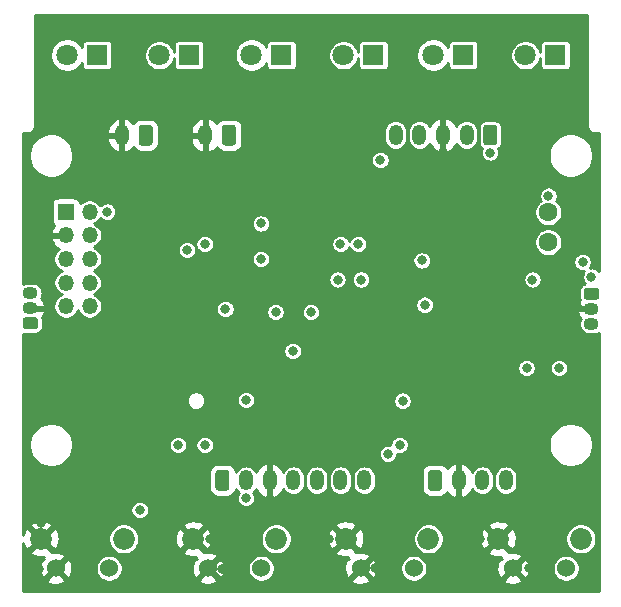
<source format=gbr>
%TF.GenerationSoftware,KiCad,Pcbnew,(5.1.6)-1*%
%TF.CreationDate,2020-12-26T20:27:58+01:00*%
%TF.ProjectId,VESC_UI,56455343-5f55-4492-9e6b-696361645f70,rev?*%
%TF.SameCoordinates,Original*%
%TF.FileFunction,Copper,L2,Inr*%
%TF.FilePolarity,Positive*%
%FSLAX46Y46*%
G04 Gerber Fmt 4.6, Leading zero omitted, Abs format (unit mm)*
G04 Created by KiCad (PCBNEW (5.1.6)-1) date 2020-12-26 20:27:58*
%MOMM*%
%LPD*%
G01*
G04 APERTURE LIST*
%TA.AperFunction,ViaPad*%
%ADD10O,1.350000X1.350000*%
%TD*%
%TA.AperFunction,ViaPad*%
%ADD11R,1.350000X1.350000*%
%TD*%
%TA.AperFunction,ViaPad*%
%ADD12O,1.300000X1.050000*%
%TD*%
%TA.AperFunction,ViaPad*%
%ADD13C,1.600000*%
%TD*%
%TA.AperFunction,ViaPad*%
%ADD14C,1.524000*%
%TD*%
%TA.AperFunction,ViaPad*%
%ADD15C,1.850000*%
%TD*%
%TA.AperFunction,ViaPad*%
%ADD16O,1.200000X1.750000*%
%TD*%
%TA.AperFunction,ViaPad*%
%ADD17C,1.800000*%
%TD*%
%TA.AperFunction,ViaPad*%
%ADD18R,1.800000X1.800000*%
%TD*%
%TA.AperFunction,ViaPad*%
%ADD19C,0.800000*%
%TD*%
%TA.AperFunction,Conductor*%
%ADD20C,0.254000*%
%TD*%
G04 APERTURE END LIST*
D10*
%TO.N,/SD_CS*%
%TO.C,J4*%
X120250000Y-100250000D03*
%TO.N,/OLED_RST*%
X118250000Y-100250000D03*
%TO.N,/OLED_CS*%
X120250000Y-98250000D03*
%TO.N,/OLED_DC*%
X118250000Y-98250000D03*
%TO.N,/SPI1_SCK*%
X120250000Y-96250000D03*
%TO.N,/SPI1_MISO*%
X118250000Y-96250000D03*
%TO.N,/SPI1_MOSI*%
X120250000Y-94250000D03*
%TO.N,GND*%
X118250000Y-94250000D03*
%TO.N,+3V3*%
X120250000Y-92250000D03*
D11*
%TO.N,+12V*%
X118250000Y-92250000D03*
%TD*%
%TO.N,+3V3*%
%TO.C,J1*%
%TA.AperFunction,ViaPad*%
G36*
G01*
X115650100Y-102225000D02*
X114849900Y-102225000D01*
G75*
G02*
X114600000Y-101975100I0J249900D01*
G01*
X114600000Y-101424900D01*
G75*
G02*
X114849900Y-101175000I249900J0D01*
G01*
X115650100Y-101175000D01*
G75*
G02*
X115900000Y-101424900I0J-249900D01*
G01*
X115900000Y-101975100D01*
G75*
G02*
X115650100Y-102225000I-249900J0D01*
G01*
G37*
%TD.AperFunction*%
D12*
%TO.N,Net-(J1-Pad3)*%
X115250000Y-99160000D03*
%TO.N,GND*%
X115250000Y-100430000D03*
%TD*%
D13*
%TO.N,Net-(R12-Pad1)*%
%TO.C,R13*%
X159100000Y-94840000D03*
%TO.N,+3V3*%
X159100000Y-92300000D03*
%TD*%
D14*
%TO.N,Net-(R3-Pad1)*%
%TO.C,SW1*%
X121900000Y-122450000D03*
%TO.N,GND*%
X117400000Y-122450000D03*
D15*
%TO.N,N/C*%
X123150000Y-119950000D03*
%TO.N,GND*%
X116150000Y-119950000D03*
%TD*%
%TO.N,GND*%
%TO.C,SW2*%
X129050000Y-119950000D03*
%TO.N,N/C*%
X136050000Y-119950000D03*
D14*
%TO.N,GND*%
X130300000Y-122450000D03*
%TO.N,Net-(R5-Pad1)*%
X134800000Y-122450000D03*
%TD*%
%TO.N,Net-(R7-Pad1)*%
%TO.C,SW3*%
X147700000Y-122450000D03*
%TO.N,GND*%
X143200000Y-122450000D03*
D15*
%TO.N,N/C*%
X148950000Y-119950000D03*
%TO.N,GND*%
X141950000Y-119950000D03*
%TD*%
%TO.N,GND*%
%TO.C,SW4*%
X154850000Y-119950000D03*
%TO.N,N/C*%
X161850000Y-119950000D03*
D14*
%TO.N,GND*%
X156100000Y-122450000D03*
%TO.N,Net-(R9-Pad1)*%
X160600000Y-122450000D03*
%TD*%
D12*
%TO.N,GND*%
%TO.C,J2*%
X162750000Y-100470000D03*
%TO.N,Net-(J2-Pad3)*%
X162750000Y-101740000D03*
%TO.N,+3V3*%
%TA.AperFunction,ViaPad*%
G36*
G01*
X162349900Y-98675000D02*
X163150100Y-98675000D01*
G75*
G02*
X163400000Y-98924900I0J-249900D01*
G01*
X163400000Y-99475100D01*
G75*
G02*
X163150100Y-99725000I-249900J0D01*
G01*
X162349900Y-99725000D01*
G75*
G02*
X162100000Y-99475100I0J249900D01*
G01*
X162100000Y-98924900D01*
G75*
G02*
X162349900Y-98675000I249900J0D01*
G01*
G37*
%TD.AperFunction*%
%TD*%
D16*
%TO.N,/NRST*%
%TO.C,J5*%
X146175000Y-85750000D03*
%TO.N,/SWDIO*%
X148175000Y-85750000D03*
%TO.N,GND*%
X150175000Y-85750000D03*
%TO.N,/SWDCLK*%
X152175000Y-85750000D03*
%TO.N,+3V3*%
%TA.AperFunction,ViaPad*%
G36*
G01*
X154775000Y-85124999D02*
X154775000Y-86375001D01*
G75*
G02*
X154525001Y-86625000I-249999J0D01*
G01*
X153824999Y-86625000D01*
G75*
G02*
X153575000Y-86375001I0J249999D01*
G01*
X153575000Y-85124999D01*
G75*
G02*
X153824999Y-84875000I249999J0D01*
G01*
X154525001Y-84875000D01*
G75*
G02*
X154775000Y-85124999I0J-249999D01*
G01*
G37*
%TD.AperFunction*%
%TD*%
D17*
%TO.N,Net-(D5-Pad1)*%
%TO.C,D6*%
X157160000Y-79000000D03*
D18*
%TO.N,Net-(D6-Pad1)*%
X159700000Y-79000000D03*
%TD*%
D17*
%TO.N,+5V*%
%TO.C,D5*%
X149360000Y-79000000D03*
D18*
%TO.N,Net-(D5-Pad1)*%
X151900000Y-79000000D03*
%TD*%
D17*
%TO.N,Net-(D3-Pad1)*%
%TO.C,D4*%
X141750000Y-79000000D03*
D18*
%TO.N,Net-(D4-Pad1)*%
X144290000Y-79000000D03*
%TD*%
D17*
%TO.N,+5V*%
%TO.C,D3*%
X133960000Y-79000000D03*
D18*
%TO.N,Net-(D3-Pad1)*%
X136500000Y-79000000D03*
%TD*%
D17*
%TO.N,Net-(D1-Pad1)*%
%TO.C,D2*%
X126150000Y-79000000D03*
D18*
%TO.N,Net-(D2-Pad1)*%
X128690000Y-79000000D03*
%TD*%
D17*
%TO.N,+5V*%
%TO.C,D1*%
X118360000Y-79000000D03*
D18*
%TO.N,Net-(D1-Pad1)*%
X120900000Y-79000000D03*
%TD*%
D16*
%TO.N,/USART1_RX*%
%TO.C,J6*%
X155500000Y-115000000D03*
%TO.N,/USART1_TX*%
X153500000Y-115000000D03*
%TO.N,GND*%
X151500000Y-115000000D03*
%TO.N,+5V*%
%TA.AperFunction,ViaPad*%
G36*
G01*
X148900000Y-115625001D02*
X148900000Y-114374999D01*
G75*
G02*
X149149999Y-114125000I249999J0D01*
G01*
X149850001Y-114125000D01*
G75*
G02*
X150100000Y-114374999I0J-249999D01*
G01*
X150100000Y-115625001D01*
G75*
G02*
X149850001Y-115875000I-249999J0D01*
G01*
X149149999Y-115875000D01*
G75*
G02*
X148900000Y-115625001I0J249999D01*
G01*
G37*
%TD.AperFunction*%
%TD*%
%TO.N,+5V*%
%TO.C,J3*%
%TA.AperFunction,ViaPad*%
G36*
G01*
X130900000Y-115625001D02*
X130900000Y-114374999D01*
G75*
G02*
X131149999Y-114125000I249999J0D01*
G01*
X131850001Y-114125000D01*
G75*
G02*
X132100000Y-114374999I0J-249999D01*
G01*
X132100000Y-115625001D01*
G75*
G02*
X131850001Y-115875000I-249999J0D01*
G01*
X131149999Y-115875000D01*
G75*
G02*
X130900000Y-115625001I0J249999D01*
G01*
G37*
%TD.AperFunction*%
%TO.N,+3V3*%
X133500000Y-115000000D03*
%TO.N,GND*%
X135500000Y-115000000D03*
%TO.N,/Accelerator*%
X137500000Y-115000000D03*
%TO.N,/USART2_TX*%
X139500000Y-115000000D03*
%TO.N,/USART2_RX*%
X141500000Y-115000000D03*
%TO.N,/Brake*%
X143500000Y-115000000D03*
%TD*%
%TO.N,+12V*%
%TO.C,J8*%
%TA.AperFunction,ViaPad*%
G36*
G01*
X125600000Y-85149999D02*
X125600000Y-86400001D01*
G75*
G02*
X125350001Y-86650000I-249999J0D01*
G01*
X124649999Y-86650000D01*
G75*
G02*
X124400000Y-86400001I0J249999D01*
G01*
X124400000Y-85149999D01*
G75*
G02*
X124649999Y-84900000I249999J0D01*
G01*
X125350001Y-84900000D01*
G75*
G02*
X125600000Y-85149999I0J-249999D01*
G01*
G37*
%TD.AperFunction*%
%TO.N,GND*%
X123000000Y-85775000D03*
%TD*%
%TO.N,GND*%
%TO.C,J9*%
X130050000Y-85775000D03*
%TO.N,+12V*%
%TA.AperFunction,ViaPad*%
G36*
G01*
X132650000Y-85149999D02*
X132650000Y-86400001D01*
G75*
G02*
X132400001Y-86650000I-249999J0D01*
G01*
X131699999Y-86650000D01*
G75*
G02*
X131450000Y-86400001I0J249999D01*
G01*
X131450000Y-85149999D01*
G75*
G02*
X131699999Y-84900000I249999J0D01*
G01*
X132400001Y-84900000D01*
G75*
G02*
X132650000Y-85149999I0J-249999D01*
G01*
G37*
%TD.AperFunction*%
%TD*%
D19*
%TO.N,GND*%
X148375013Y-94625013D03*
X147500000Y-102000000D03*
X143750000Y-85250000D03*
X142750000Y-104500000D03*
X130000000Y-87500000D03*
X123000000Y-87500000D03*
X142200001Y-100068651D03*
X139000000Y-88250000D03*
X132825000Y-102825000D03*
X143750028Y-87250000D03*
X138000000Y-81250000D03*
X144450002Y-122450002D03*
X153299990Y-119950000D03*
X157450006Y-122450006D03*
X151500000Y-116750018D03*
X140550040Y-119950000D03*
X131499996Y-122499996D03*
X140000000Y-99750000D03*
X134750000Y-97750000D03*
X116000000Y-122500000D03*
X116149996Y-118600004D03*
X138500000Y-96500000D03*
X150375015Y-100125015D03*
X135500000Y-116749938D03*
X150175004Y-87174990D03*
X127574994Y-102825000D03*
X138375007Y-90624993D03*
X141595009Y-89601475D03*
X147750000Y-111000000D03*
X146124995Y-111000000D03*
X130450002Y-119950000D03*
X126500000Y-109500000D03*
X129250000Y-111000000D03*
X127750000Y-110000000D03*
X137499988Y-105300000D03*
X157250000Y-91750000D03*
X116250000Y-107450000D03*
X162000000Y-92500000D03*
X133500010Y-106600000D03*
X116750000Y-99249990D03*
X116750000Y-94250000D03*
X161500006Y-100250006D03*
%TO.N,+3V3*%
X148374992Y-96375008D03*
X138987500Y-100762500D03*
X136000000Y-100750000D03*
X146750034Y-108250000D03*
X148624991Y-100124991D03*
X133500000Y-116499936D03*
X154174994Y-87250000D03*
X144874993Y-87875007D03*
X134749982Y-93250000D03*
X121750000Y-92250000D03*
X159100004Y-90900004D03*
X133500000Y-108200000D03*
X162000000Y-96499994D03*
X162750000Y-97750000D03*
%TO.N,/NRST*%
X137450002Y-104049998D03*
%TO.N,/Brake*%
X160000000Y-105500000D03*
%TO.N,/SPI1_MOSI*%
X141500000Y-95000000D03*
X130000000Y-95000000D03*
%TO.N,/SPI1_SCK*%
X143000000Y-95000000D03*
X128500000Y-95500000D03*
%TO.N,/OLED_RST*%
X127750000Y-112000000D03*
%TO.N,/BUTTON_1*%
X130000000Y-112000000D03*
X124500011Y-117500011D03*
%TO.N,/PHOTO_RESISTOR*%
X145500000Y-112750000D03*
X157750010Y-98000000D03*
%TO.N,/ADC2*%
X146500000Y-112000000D03*
X157250000Y-105500006D03*
%TO.N,/SPI1_MISO*%
X134750000Y-96250000D03*
X143250000Y-98000000D03*
%TO.N,/SD_CS*%
X141250000Y-98000000D03*
X131750000Y-100500000D03*
%TD*%
D20*
%TO.N,GND*%
G36*
X162369001Y-84968992D02*
G01*
X162365947Y-85000000D01*
X162378130Y-85123698D01*
X162414211Y-85242642D01*
X162472804Y-85352261D01*
X162551657Y-85448343D01*
X162647739Y-85527196D01*
X162757358Y-85585789D01*
X162876302Y-85621870D01*
X162969002Y-85631000D01*
X163000000Y-85634053D01*
X163030998Y-85631000D01*
X163369000Y-85631000D01*
X163369000Y-97270637D01*
X163356642Y-97252141D01*
X163247859Y-97143358D01*
X163119942Y-97057887D01*
X162977809Y-96999013D01*
X162826922Y-96969000D01*
X162673078Y-96969000D01*
X162618693Y-96979818D01*
X162692113Y-96869936D01*
X162750987Y-96727803D01*
X162781000Y-96576916D01*
X162781000Y-96423072D01*
X162750987Y-96272185D01*
X162692113Y-96130052D01*
X162606642Y-96002135D01*
X162497859Y-95893352D01*
X162369942Y-95807881D01*
X162227809Y-95749007D01*
X162076922Y-95718994D01*
X161923078Y-95718994D01*
X161772191Y-95749007D01*
X161630058Y-95807881D01*
X161502141Y-95893352D01*
X161393358Y-96002135D01*
X161307887Y-96130052D01*
X161249013Y-96272185D01*
X161219000Y-96423072D01*
X161219000Y-96576916D01*
X161249013Y-96727803D01*
X161307887Y-96869936D01*
X161393358Y-96997853D01*
X161502141Y-97106636D01*
X161630058Y-97192107D01*
X161772191Y-97250981D01*
X161923078Y-97280994D01*
X162076922Y-97280994D01*
X162131307Y-97270176D01*
X162057887Y-97380058D01*
X161999013Y-97522191D01*
X161969000Y-97673078D01*
X161969000Y-97826922D01*
X161999013Y-97977809D01*
X162057887Y-98119942D01*
X162143358Y-98247859D01*
X162206015Y-98310516D01*
X162107760Y-98340322D01*
X161998367Y-98398793D01*
X161902483Y-98477483D01*
X161823793Y-98573367D01*
X161765322Y-98682760D01*
X161729315Y-98801458D01*
X161717157Y-98924900D01*
X161717157Y-99475100D01*
X161729315Y-99598542D01*
X161761350Y-99704145D01*
X161685453Y-99789851D01*
X161570816Y-99986216D01*
X161506036Y-100164190D01*
X161631837Y-100343000D01*
X162623000Y-100343000D01*
X162623000Y-100323000D01*
X162877000Y-100323000D01*
X162877000Y-100343000D01*
X162897000Y-100343000D01*
X162897000Y-100597000D01*
X162877000Y-100597000D01*
X162877000Y-100617000D01*
X162623000Y-100617000D01*
X162623000Y-100597000D01*
X161631837Y-100597000D01*
X161506036Y-100775810D01*
X161570816Y-100953784D01*
X161685453Y-101150149D01*
X161827338Y-101310373D01*
X161783916Y-101391612D01*
X161732110Y-101562393D01*
X161714617Y-101740000D01*
X161732110Y-101917607D01*
X161783916Y-102088388D01*
X161868044Y-102245782D01*
X161981262Y-102383738D01*
X162119218Y-102496956D01*
X162276612Y-102581084D01*
X162447393Y-102632890D01*
X162580499Y-102646000D01*
X162919501Y-102646000D01*
X163052607Y-102632890D01*
X163223388Y-102581084D01*
X163369000Y-102503253D01*
X163369001Y-124369000D01*
X114631000Y-124369000D01*
X114631000Y-123415565D01*
X116614040Y-123415565D01*
X116681020Y-123655656D01*
X116930048Y-123772756D01*
X117197135Y-123839023D01*
X117472017Y-123851910D01*
X117744133Y-123810922D01*
X118003023Y-123717636D01*
X118118980Y-123655656D01*
X118185960Y-123415565D01*
X117400000Y-122629605D01*
X116614040Y-123415565D01*
X114631000Y-123415565D01*
X114631000Y-121031917D01*
X115247688Y-121031917D01*
X115334393Y-121288653D01*
X115611223Y-121422048D01*
X115908757Y-121498873D01*
X116215562Y-121516176D01*
X116371447Y-121494207D01*
X116318023Y-121547631D01*
X116434433Y-121664041D01*
X116194344Y-121731020D01*
X116077244Y-121980048D01*
X116010977Y-122247135D01*
X115998090Y-122522017D01*
X116039078Y-122794133D01*
X116132364Y-123053023D01*
X116194344Y-123168980D01*
X116434435Y-123235960D01*
X117220395Y-122450000D01*
X117579605Y-122450000D01*
X118365565Y-123235960D01*
X118605656Y-123168980D01*
X118722756Y-122919952D01*
X118789023Y-122652865D01*
X118801910Y-122377983D01*
X118795801Y-122337424D01*
X120757000Y-122337424D01*
X120757000Y-122562576D01*
X120800925Y-122783401D01*
X120887087Y-122991413D01*
X121012174Y-123178620D01*
X121171380Y-123337826D01*
X121358587Y-123462913D01*
X121566599Y-123549075D01*
X121787424Y-123593000D01*
X122012576Y-123593000D01*
X122233401Y-123549075D01*
X122441413Y-123462913D01*
X122512274Y-123415565D01*
X129514040Y-123415565D01*
X129581020Y-123655656D01*
X129830048Y-123772756D01*
X130097135Y-123839023D01*
X130372017Y-123851910D01*
X130644133Y-123810922D01*
X130903023Y-123717636D01*
X131018980Y-123655656D01*
X131085960Y-123415565D01*
X130300000Y-122629605D01*
X129514040Y-123415565D01*
X122512274Y-123415565D01*
X122628620Y-123337826D01*
X122787826Y-123178620D01*
X122912913Y-122991413D01*
X122999075Y-122783401D01*
X123043000Y-122562576D01*
X123043000Y-122337424D01*
X122999075Y-122116599D01*
X122912913Y-121908587D01*
X122787826Y-121721380D01*
X122628620Y-121562174D01*
X122441413Y-121437087D01*
X122233401Y-121350925D01*
X122012576Y-121307000D01*
X121787424Y-121307000D01*
X121566599Y-121350925D01*
X121358587Y-121437087D01*
X121171380Y-121562174D01*
X121012174Y-121721380D01*
X120887087Y-121908587D01*
X120800925Y-122116599D01*
X120757000Y-122337424D01*
X118795801Y-122337424D01*
X118760922Y-122105867D01*
X118667636Y-121846977D01*
X118605656Y-121731020D01*
X118365565Y-121664040D01*
X117579605Y-122450000D01*
X117220395Y-122450000D01*
X117206253Y-122435858D01*
X117385858Y-122256253D01*
X117400000Y-122270395D01*
X118185960Y-121484435D01*
X118118980Y-121244344D01*
X117869952Y-121127244D01*
X117602865Y-121060977D01*
X117327983Y-121048090D01*
X117055867Y-121089078D01*
X117029840Y-121098456D01*
X117052312Y-121031917D01*
X116150000Y-120129605D01*
X115247688Y-121031917D01*
X114631000Y-121031917D01*
X114631000Y-120332123D01*
X114728132Y-120609921D01*
X114811347Y-120765607D01*
X115068083Y-120852312D01*
X115970395Y-119950000D01*
X116329605Y-119950000D01*
X117231917Y-120852312D01*
X117488653Y-120765607D01*
X117622048Y-120488777D01*
X117698873Y-120191243D01*
X117716176Y-119884438D01*
X117707288Y-119821370D01*
X121844000Y-119821370D01*
X121844000Y-120078630D01*
X121894189Y-120330946D01*
X121992638Y-120568623D01*
X122135564Y-120782526D01*
X122317474Y-120964436D01*
X122531377Y-121107362D01*
X122769054Y-121205811D01*
X123021370Y-121256000D01*
X123278630Y-121256000D01*
X123530946Y-121205811D01*
X123768623Y-121107362D01*
X123881533Y-121031917D01*
X128147688Y-121031917D01*
X128234393Y-121288653D01*
X128511223Y-121422048D01*
X128808757Y-121498873D01*
X129115562Y-121516176D01*
X129271447Y-121494207D01*
X129218023Y-121547631D01*
X129334433Y-121664041D01*
X129094344Y-121731020D01*
X128977244Y-121980048D01*
X128910977Y-122247135D01*
X128898090Y-122522017D01*
X128939078Y-122794133D01*
X129032364Y-123053023D01*
X129094344Y-123168980D01*
X129334435Y-123235960D01*
X130120395Y-122450000D01*
X130479605Y-122450000D01*
X131265565Y-123235960D01*
X131505656Y-123168980D01*
X131622756Y-122919952D01*
X131689023Y-122652865D01*
X131701910Y-122377983D01*
X131695801Y-122337424D01*
X133657000Y-122337424D01*
X133657000Y-122562576D01*
X133700925Y-122783401D01*
X133787087Y-122991413D01*
X133912174Y-123178620D01*
X134071380Y-123337826D01*
X134258587Y-123462913D01*
X134466599Y-123549075D01*
X134687424Y-123593000D01*
X134912576Y-123593000D01*
X135133401Y-123549075D01*
X135341413Y-123462913D01*
X135412274Y-123415565D01*
X142414040Y-123415565D01*
X142481020Y-123655656D01*
X142730048Y-123772756D01*
X142997135Y-123839023D01*
X143272017Y-123851910D01*
X143544133Y-123810922D01*
X143803023Y-123717636D01*
X143918980Y-123655656D01*
X143985960Y-123415565D01*
X143200000Y-122629605D01*
X142414040Y-123415565D01*
X135412274Y-123415565D01*
X135528620Y-123337826D01*
X135687826Y-123178620D01*
X135812913Y-122991413D01*
X135899075Y-122783401D01*
X135943000Y-122562576D01*
X135943000Y-122337424D01*
X135899075Y-122116599D01*
X135812913Y-121908587D01*
X135687826Y-121721380D01*
X135528620Y-121562174D01*
X135341413Y-121437087D01*
X135133401Y-121350925D01*
X134912576Y-121307000D01*
X134687424Y-121307000D01*
X134466599Y-121350925D01*
X134258587Y-121437087D01*
X134071380Y-121562174D01*
X133912174Y-121721380D01*
X133787087Y-121908587D01*
X133700925Y-122116599D01*
X133657000Y-122337424D01*
X131695801Y-122337424D01*
X131660922Y-122105867D01*
X131567636Y-121846977D01*
X131505656Y-121731020D01*
X131265565Y-121664040D01*
X130479605Y-122450000D01*
X130120395Y-122450000D01*
X130106253Y-122435858D01*
X130285858Y-122256253D01*
X130300000Y-122270395D01*
X131085960Y-121484435D01*
X131018980Y-121244344D01*
X130769952Y-121127244D01*
X130502865Y-121060977D01*
X130227983Y-121048090D01*
X129955867Y-121089078D01*
X129929840Y-121098456D01*
X129952312Y-121031917D01*
X129050000Y-120129605D01*
X128147688Y-121031917D01*
X123881533Y-121031917D01*
X123982526Y-120964436D01*
X124164436Y-120782526D01*
X124307362Y-120568623D01*
X124405811Y-120330946D01*
X124456000Y-120078630D01*
X124456000Y-120015562D01*
X127483824Y-120015562D01*
X127526708Y-120319848D01*
X127628132Y-120609921D01*
X127711347Y-120765607D01*
X127968083Y-120852312D01*
X128870395Y-119950000D01*
X129229605Y-119950000D01*
X130131917Y-120852312D01*
X130388653Y-120765607D01*
X130522048Y-120488777D01*
X130598873Y-120191243D01*
X130616176Y-119884438D01*
X130607288Y-119821370D01*
X134744000Y-119821370D01*
X134744000Y-120078630D01*
X134794189Y-120330946D01*
X134892638Y-120568623D01*
X135035564Y-120782526D01*
X135217474Y-120964436D01*
X135431377Y-121107362D01*
X135669054Y-121205811D01*
X135921370Y-121256000D01*
X136178630Y-121256000D01*
X136430946Y-121205811D01*
X136668623Y-121107362D01*
X136781533Y-121031917D01*
X141047688Y-121031917D01*
X141134393Y-121288653D01*
X141411223Y-121422048D01*
X141708757Y-121498873D01*
X142015562Y-121516176D01*
X142171447Y-121494207D01*
X142118023Y-121547631D01*
X142234433Y-121664041D01*
X141994344Y-121731020D01*
X141877244Y-121980048D01*
X141810977Y-122247135D01*
X141798090Y-122522017D01*
X141839078Y-122794133D01*
X141932364Y-123053023D01*
X141994344Y-123168980D01*
X142234435Y-123235960D01*
X143020395Y-122450000D01*
X143379605Y-122450000D01*
X144165565Y-123235960D01*
X144405656Y-123168980D01*
X144522756Y-122919952D01*
X144589023Y-122652865D01*
X144601910Y-122377983D01*
X144595801Y-122337424D01*
X146557000Y-122337424D01*
X146557000Y-122562576D01*
X146600925Y-122783401D01*
X146687087Y-122991413D01*
X146812174Y-123178620D01*
X146971380Y-123337826D01*
X147158587Y-123462913D01*
X147366599Y-123549075D01*
X147587424Y-123593000D01*
X147812576Y-123593000D01*
X148033401Y-123549075D01*
X148241413Y-123462913D01*
X148312274Y-123415565D01*
X155314040Y-123415565D01*
X155381020Y-123655656D01*
X155630048Y-123772756D01*
X155897135Y-123839023D01*
X156172017Y-123851910D01*
X156444133Y-123810922D01*
X156703023Y-123717636D01*
X156818980Y-123655656D01*
X156885960Y-123415565D01*
X156100000Y-122629605D01*
X155314040Y-123415565D01*
X148312274Y-123415565D01*
X148428620Y-123337826D01*
X148587826Y-123178620D01*
X148712913Y-122991413D01*
X148799075Y-122783401D01*
X148843000Y-122562576D01*
X148843000Y-122337424D01*
X148799075Y-122116599D01*
X148712913Y-121908587D01*
X148587826Y-121721380D01*
X148428620Y-121562174D01*
X148241413Y-121437087D01*
X148033401Y-121350925D01*
X147812576Y-121307000D01*
X147587424Y-121307000D01*
X147366599Y-121350925D01*
X147158587Y-121437087D01*
X146971380Y-121562174D01*
X146812174Y-121721380D01*
X146687087Y-121908587D01*
X146600925Y-122116599D01*
X146557000Y-122337424D01*
X144595801Y-122337424D01*
X144560922Y-122105867D01*
X144467636Y-121846977D01*
X144405656Y-121731020D01*
X144165565Y-121664040D01*
X143379605Y-122450000D01*
X143020395Y-122450000D01*
X143006253Y-122435858D01*
X143185858Y-122256253D01*
X143200000Y-122270395D01*
X143985960Y-121484435D01*
X143918980Y-121244344D01*
X143669952Y-121127244D01*
X143402865Y-121060977D01*
X143127983Y-121048090D01*
X142855867Y-121089078D01*
X142829840Y-121098456D01*
X142852312Y-121031917D01*
X141950000Y-120129605D01*
X141047688Y-121031917D01*
X136781533Y-121031917D01*
X136882526Y-120964436D01*
X137064436Y-120782526D01*
X137207362Y-120568623D01*
X137305811Y-120330946D01*
X137356000Y-120078630D01*
X137356000Y-120015562D01*
X140383824Y-120015562D01*
X140426708Y-120319848D01*
X140528132Y-120609921D01*
X140611347Y-120765607D01*
X140868083Y-120852312D01*
X141770395Y-119950000D01*
X142129605Y-119950000D01*
X143031917Y-120852312D01*
X143288653Y-120765607D01*
X143422048Y-120488777D01*
X143498873Y-120191243D01*
X143516176Y-119884438D01*
X143507288Y-119821370D01*
X147644000Y-119821370D01*
X147644000Y-120078630D01*
X147694189Y-120330946D01*
X147792638Y-120568623D01*
X147935564Y-120782526D01*
X148117474Y-120964436D01*
X148331377Y-121107362D01*
X148569054Y-121205811D01*
X148821370Y-121256000D01*
X149078630Y-121256000D01*
X149330946Y-121205811D01*
X149568623Y-121107362D01*
X149681533Y-121031917D01*
X153947688Y-121031917D01*
X154034393Y-121288653D01*
X154311223Y-121422048D01*
X154608757Y-121498873D01*
X154915562Y-121516176D01*
X155071447Y-121494207D01*
X155018023Y-121547631D01*
X155134433Y-121664041D01*
X154894344Y-121731020D01*
X154777244Y-121980048D01*
X154710977Y-122247135D01*
X154698090Y-122522017D01*
X154739078Y-122794133D01*
X154832364Y-123053023D01*
X154894344Y-123168980D01*
X155134435Y-123235960D01*
X155920395Y-122450000D01*
X156279605Y-122450000D01*
X157065565Y-123235960D01*
X157305656Y-123168980D01*
X157422756Y-122919952D01*
X157489023Y-122652865D01*
X157501910Y-122377983D01*
X157495801Y-122337424D01*
X159457000Y-122337424D01*
X159457000Y-122562576D01*
X159500925Y-122783401D01*
X159587087Y-122991413D01*
X159712174Y-123178620D01*
X159871380Y-123337826D01*
X160058587Y-123462913D01*
X160266599Y-123549075D01*
X160487424Y-123593000D01*
X160712576Y-123593000D01*
X160933401Y-123549075D01*
X161141413Y-123462913D01*
X161328620Y-123337826D01*
X161487826Y-123178620D01*
X161612913Y-122991413D01*
X161699075Y-122783401D01*
X161743000Y-122562576D01*
X161743000Y-122337424D01*
X161699075Y-122116599D01*
X161612913Y-121908587D01*
X161487826Y-121721380D01*
X161328620Y-121562174D01*
X161141413Y-121437087D01*
X160933401Y-121350925D01*
X160712576Y-121307000D01*
X160487424Y-121307000D01*
X160266599Y-121350925D01*
X160058587Y-121437087D01*
X159871380Y-121562174D01*
X159712174Y-121721380D01*
X159587087Y-121908587D01*
X159500925Y-122116599D01*
X159457000Y-122337424D01*
X157495801Y-122337424D01*
X157460922Y-122105867D01*
X157367636Y-121846977D01*
X157305656Y-121731020D01*
X157065565Y-121664040D01*
X156279605Y-122450000D01*
X155920395Y-122450000D01*
X155906253Y-122435858D01*
X156085858Y-122256253D01*
X156100000Y-122270395D01*
X156885960Y-121484435D01*
X156818980Y-121244344D01*
X156569952Y-121127244D01*
X156302865Y-121060977D01*
X156027983Y-121048090D01*
X155755867Y-121089078D01*
X155729840Y-121098456D01*
X155752312Y-121031917D01*
X154850000Y-120129605D01*
X153947688Y-121031917D01*
X149681533Y-121031917D01*
X149782526Y-120964436D01*
X149964436Y-120782526D01*
X150107362Y-120568623D01*
X150205811Y-120330946D01*
X150256000Y-120078630D01*
X150256000Y-120015562D01*
X153283824Y-120015562D01*
X153326708Y-120319848D01*
X153428132Y-120609921D01*
X153511347Y-120765607D01*
X153768083Y-120852312D01*
X154670395Y-119950000D01*
X155029605Y-119950000D01*
X155931917Y-120852312D01*
X156188653Y-120765607D01*
X156322048Y-120488777D01*
X156398873Y-120191243D01*
X156416176Y-119884438D01*
X156407288Y-119821370D01*
X160544000Y-119821370D01*
X160544000Y-120078630D01*
X160594189Y-120330946D01*
X160692638Y-120568623D01*
X160835564Y-120782526D01*
X161017474Y-120964436D01*
X161231377Y-121107362D01*
X161469054Y-121205811D01*
X161721370Y-121256000D01*
X161978630Y-121256000D01*
X162230946Y-121205811D01*
X162468623Y-121107362D01*
X162682526Y-120964436D01*
X162864436Y-120782526D01*
X163007362Y-120568623D01*
X163105811Y-120330946D01*
X163156000Y-120078630D01*
X163156000Y-119821370D01*
X163105811Y-119569054D01*
X163007362Y-119331377D01*
X162864436Y-119117474D01*
X162682526Y-118935564D01*
X162468623Y-118792638D01*
X162230946Y-118694189D01*
X161978630Y-118644000D01*
X161721370Y-118644000D01*
X161469054Y-118694189D01*
X161231377Y-118792638D01*
X161017474Y-118935564D01*
X160835564Y-119117474D01*
X160692638Y-119331377D01*
X160594189Y-119569054D01*
X160544000Y-119821370D01*
X156407288Y-119821370D01*
X156373292Y-119580152D01*
X156271868Y-119290079D01*
X156188653Y-119134393D01*
X155931917Y-119047688D01*
X155029605Y-119950000D01*
X154670395Y-119950000D01*
X153768083Y-119047688D01*
X153511347Y-119134393D01*
X153377952Y-119411223D01*
X153301127Y-119708757D01*
X153283824Y-120015562D01*
X150256000Y-120015562D01*
X150256000Y-119821370D01*
X150205811Y-119569054D01*
X150107362Y-119331377D01*
X149964436Y-119117474D01*
X149782526Y-118935564D01*
X149681534Y-118868083D01*
X153947688Y-118868083D01*
X154850000Y-119770395D01*
X155752312Y-118868083D01*
X155665607Y-118611347D01*
X155388777Y-118477952D01*
X155091243Y-118401127D01*
X154784438Y-118383824D01*
X154480152Y-118426708D01*
X154190079Y-118528132D01*
X154034393Y-118611347D01*
X153947688Y-118868083D01*
X149681534Y-118868083D01*
X149568623Y-118792638D01*
X149330946Y-118694189D01*
X149078630Y-118644000D01*
X148821370Y-118644000D01*
X148569054Y-118694189D01*
X148331377Y-118792638D01*
X148117474Y-118935564D01*
X147935564Y-119117474D01*
X147792638Y-119331377D01*
X147694189Y-119569054D01*
X147644000Y-119821370D01*
X143507288Y-119821370D01*
X143473292Y-119580152D01*
X143371868Y-119290079D01*
X143288653Y-119134393D01*
X143031917Y-119047688D01*
X142129605Y-119950000D01*
X141770395Y-119950000D01*
X140868083Y-119047688D01*
X140611347Y-119134393D01*
X140477952Y-119411223D01*
X140401127Y-119708757D01*
X140383824Y-120015562D01*
X137356000Y-120015562D01*
X137356000Y-119821370D01*
X137305811Y-119569054D01*
X137207362Y-119331377D01*
X137064436Y-119117474D01*
X136882526Y-118935564D01*
X136781534Y-118868083D01*
X141047688Y-118868083D01*
X141950000Y-119770395D01*
X142852312Y-118868083D01*
X142765607Y-118611347D01*
X142488777Y-118477952D01*
X142191243Y-118401127D01*
X141884438Y-118383824D01*
X141580152Y-118426708D01*
X141290079Y-118528132D01*
X141134393Y-118611347D01*
X141047688Y-118868083D01*
X136781534Y-118868083D01*
X136668623Y-118792638D01*
X136430946Y-118694189D01*
X136178630Y-118644000D01*
X135921370Y-118644000D01*
X135669054Y-118694189D01*
X135431377Y-118792638D01*
X135217474Y-118935564D01*
X135035564Y-119117474D01*
X134892638Y-119331377D01*
X134794189Y-119569054D01*
X134744000Y-119821370D01*
X130607288Y-119821370D01*
X130573292Y-119580152D01*
X130471868Y-119290079D01*
X130388653Y-119134393D01*
X130131917Y-119047688D01*
X129229605Y-119950000D01*
X128870395Y-119950000D01*
X127968083Y-119047688D01*
X127711347Y-119134393D01*
X127577952Y-119411223D01*
X127501127Y-119708757D01*
X127483824Y-120015562D01*
X124456000Y-120015562D01*
X124456000Y-119821370D01*
X124405811Y-119569054D01*
X124307362Y-119331377D01*
X124164436Y-119117474D01*
X123982526Y-118935564D01*
X123881534Y-118868083D01*
X128147688Y-118868083D01*
X129050000Y-119770395D01*
X129952312Y-118868083D01*
X129865607Y-118611347D01*
X129588777Y-118477952D01*
X129291243Y-118401127D01*
X128984438Y-118383824D01*
X128680152Y-118426708D01*
X128390079Y-118528132D01*
X128234393Y-118611347D01*
X128147688Y-118868083D01*
X123881534Y-118868083D01*
X123768623Y-118792638D01*
X123530946Y-118694189D01*
X123278630Y-118644000D01*
X123021370Y-118644000D01*
X122769054Y-118694189D01*
X122531377Y-118792638D01*
X122317474Y-118935564D01*
X122135564Y-119117474D01*
X121992638Y-119331377D01*
X121894189Y-119569054D01*
X121844000Y-119821370D01*
X117707288Y-119821370D01*
X117673292Y-119580152D01*
X117571868Y-119290079D01*
X117488653Y-119134393D01*
X117231917Y-119047688D01*
X116329605Y-119950000D01*
X115970395Y-119950000D01*
X115068083Y-119047688D01*
X114811347Y-119134393D01*
X114677952Y-119411223D01*
X114631000Y-119593062D01*
X114631000Y-118868083D01*
X115247688Y-118868083D01*
X116150000Y-119770395D01*
X117052312Y-118868083D01*
X116965607Y-118611347D01*
X116688777Y-118477952D01*
X116391243Y-118401127D01*
X116084438Y-118383824D01*
X115780152Y-118426708D01*
X115490079Y-118528132D01*
X115334393Y-118611347D01*
X115247688Y-118868083D01*
X114631000Y-118868083D01*
X114631000Y-117423089D01*
X123719011Y-117423089D01*
X123719011Y-117576933D01*
X123749024Y-117727820D01*
X123807898Y-117869953D01*
X123893369Y-117997870D01*
X124002152Y-118106653D01*
X124130069Y-118192124D01*
X124272202Y-118250998D01*
X124423089Y-118281011D01*
X124576933Y-118281011D01*
X124727820Y-118250998D01*
X124869953Y-118192124D01*
X124997870Y-118106653D01*
X125106653Y-117997870D01*
X125192124Y-117869953D01*
X125250998Y-117727820D01*
X125281011Y-117576933D01*
X125281011Y-117423089D01*
X125250998Y-117272202D01*
X125192124Y-117130069D01*
X125106653Y-117002152D01*
X124997870Y-116893369D01*
X124869953Y-116807898D01*
X124727820Y-116749024D01*
X124576933Y-116719011D01*
X124423089Y-116719011D01*
X124272202Y-116749024D01*
X124130069Y-116807898D01*
X124002152Y-116893369D01*
X123893369Y-117002152D01*
X123807898Y-117130069D01*
X123749024Y-117272202D01*
X123719011Y-117423089D01*
X114631000Y-117423089D01*
X114631000Y-114374999D01*
X130370451Y-114374999D01*
X130370451Y-115625001D01*
X130385430Y-115777083D01*
X130429791Y-115923321D01*
X130501829Y-116058095D01*
X130598775Y-116176225D01*
X130716905Y-116273171D01*
X130851679Y-116345209D01*
X130997917Y-116389570D01*
X131149999Y-116404549D01*
X131850001Y-116404549D01*
X132002083Y-116389570D01*
X132148321Y-116345209D01*
X132283095Y-116273171D01*
X132401225Y-116176225D01*
X132498171Y-116058095D01*
X132570209Y-115923321D01*
X132614570Y-115777083D01*
X132621020Y-115711593D01*
X132680383Y-115822651D01*
X132802973Y-115972028D01*
X132874315Y-116030577D01*
X132807887Y-116129994D01*
X132749013Y-116272127D01*
X132719000Y-116423014D01*
X132719000Y-116576858D01*
X132749013Y-116727745D01*
X132807887Y-116869878D01*
X132893358Y-116997795D01*
X133002141Y-117106578D01*
X133130058Y-117192049D01*
X133272191Y-117250923D01*
X133423078Y-117280936D01*
X133576922Y-117280936D01*
X133727809Y-117250923D01*
X133869942Y-117192049D01*
X133997859Y-117106578D01*
X134106642Y-116997795D01*
X134192113Y-116869878D01*
X134250987Y-116727745D01*
X134281000Y-116576858D01*
X134281000Y-116423014D01*
X134250987Y-116272127D01*
X134192113Y-116129994D01*
X134125685Y-116030577D01*
X134197028Y-115972028D01*
X134319618Y-115822651D01*
X134358993Y-115748986D01*
X134407610Y-115864946D01*
X134543693Y-116066725D01*
X134716526Y-116238078D01*
X134919467Y-116372421D01*
X135144718Y-116464591D01*
X135182391Y-116468462D01*
X135373000Y-116343731D01*
X135373000Y-115127000D01*
X135353000Y-115127000D01*
X135353000Y-114873000D01*
X135373000Y-114873000D01*
X135373000Y-113656269D01*
X135627000Y-113656269D01*
X135627000Y-114873000D01*
X135647000Y-114873000D01*
X135647000Y-115127000D01*
X135627000Y-115127000D01*
X135627000Y-116343731D01*
X135817609Y-116468462D01*
X135855282Y-116464591D01*
X136080533Y-116372421D01*
X136283474Y-116238078D01*
X136456307Y-116066725D01*
X136592390Y-115864946D01*
X136641007Y-115748986D01*
X136680383Y-115822651D01*
X136802973Y-115972028D01*
X136952350Y-116094618D01*
X137122772Y-116185711D01*
X137307691Y-116241805D01*
X137500000Y-116260746D01*
X137692310Y-116241805D01*
X137877229Y-116185711D01*
X138047651Y-116094618D01*
X138197028Y-115972028D01*
X138319618Y-115822651D01*
X138410711Y-115652229D01*
X138466805Y-115467309D01*
X138481000Y-115323186D01*
X138481000Y-114676814D01*
X138519000Y-114676814D01*
X138519000Y-115323187D01*
X138533195Y-115467310D01*
X138589289Y-115652229D01*
X138680383Y-115822651D01*
X138802973Y-115972028D01*
X138952350Y-116094618D01*
X139122772Y-116185711D01*
X139307691Y-116241805D01*
X139500000Y-116260746D01*
X139692310Y-116241805D01*
X139877229Y-116185711D01*
X140047651Y-116094618D01*
X140197028Y-115972028D01*
X140319618Y-115822651D01*
X140410711Y-115652229D01*
X140466805Y-115467309D01*
X140481000Y-115323186D01*
X140481000Y-114676814D01*
X140519000Y-114676814D01*
X140519000Y-115323187D01*
X140533195Y-115467310D01*
X140589289Y-115652229D01*
X140680383Y-115822651D01*
X140802973Y-115972028D01*
X140952350Y-116094618D01*
X141122772Y-116185711D01*
X141307691Y-116241805D01*
X141500000Y-116260746D01*
X141692310Y-116241805D01*
X141877229Y-116185711D01*
X142047651Y-116094618D01*
X142197028Y-115972028D01*
X142319618Y-115822651D01*
X142410711Y-115652229D01*
X142466805Y-115467309D01*
X142481000Y-115323186D01*
X142481000Y-114676814D01*
X142519000Y-114676814D01*
X142519000Y-115323187D01*
X142533195Y-115467310D01*
X142589289Y-115652229D01*
X142680383Y-115822651D01*
X142802973Y-115972028D01*
X142952350Y-116094618D01*
X143122772Y-116185711D01*
X143307691Y-116241805D01*
X143500000Y-116260746D01*
X143692310Y-116241805D01*
X143877229Y-116185711D01*
X144047651Y-116094618D01*
X144197028Y-115972028D01*
X144319618Y-115822651D01*
X144410711Y-115652229D01*
X144466805Y-115467309D01*
X144481000Y-115323186D01*
X144481000Y-114676813D01*
X144466805Y-114532690D01*
X144418971Y-114374999D01*
X148370451Y-114374999D01*
X148370451Y-115625001D01*
X148385430Y-115777083D01*
X148429791Y-115923321D01*
X148501829Y-116058095D01*
X148598775Y-116176225D01*
X148716905Y-116273171D01*
X148851679Y-116345209D01*
X148997917Y-116389570D01*
X149149999Y-116404549D01*
X149850001Y-116404549D01*
X150002083Y-116389570D01*
X150148321Y-116345209D01*
X150283095Y-116273171D01*
X150401225Y-116176225D01*
X150498171Y-116058095D01*
X150515725Y-116025254D01*
X150543693Y-116066725D01*
X150716526Y-116238078D01*
X150919467Y-116372421D01*
X151144718Y-116464591D01*
X151182391Y-116468462D01*
X151373000Y-116343731D01*
X151373000Y-115127000D01*
X151353000Y-115127000D01*
X151353000Y-114873000D01*
X151373000Y-114873000D01*
X151373000Y-113656269D01*
X151627000Y-113656269D01*
X151627000Y-114873000D01*
X151647000Y-114873000D01*
X151647000Y-115127000D01*
X151627000Y-115127000D01*
X151627000Y-116343731D01*
X151817609Y-116468462D01*
X151855282Y-116464591D01*
X152080533Y-116372421D01*
X152283474Y-116238078D01*
X152456307Y-116066725D01*
X152592390Y-115864946D01*
X152641007Y-115748986D01*
X152680383Y-115822651D01*
X152802973Y-115972028D01*
X152952350Y-116094618D01*
X153122772Y-116185711D01*
X153307691Y-116241805D01*
X153500000Y-116260746D01*
X153692310Y-116241805D01*
X153877229Y-116185711D01*
X154047651Y-116094618D01*
X154197028Y-115972028D01*
X154319618Y-115822651D01*
X154410711Y-115652229D01*
X154466805Y-115467309D01*
X154481000Y-115323186D01*
X154481000Y-114676814D01*
X154519000Y-114676814D01*
X154519000Y-115323187D01*
X154533195Y-115467310D01*
X154589289Y-115652229D01*
X154680383Y-115822651D01*
X154802973Y-115972028D01*
X154952350Y-116094618D01*
X155122772Y-116185711D01*
X155307691Y-116241805D01*
X155500000Y-116260746D01*
X155692310Y-116241805D01*
X155877229Y-116185711D01*
X156047651Y-116094618D01*
X156197028Y-115972028D01*
X156319618Y-115822651D01*
X156410711Y-115652229D01*
X156466805Y-115467309D01*
X156481000Y-115323186D01*
X156481000Y-114676813D01*
X156466805Y-114532690D01*
X156410711Y-114347771D01*
X156319618Y-114177349D01*
X156197028Y-114027972D01*
X156047651Y-113905382D01*
X155877228Y-113814289D01*
X155692309Y-113758195D01*
X155500000Y-113739254D01*
X155307690Y-113758195D01*
X155122771Y-113814289D01*
X154952349Y-113905382D01*
X154802972Y-114027972D01*
X154680382Y-114177349D01*
X154589289Y-114347772D01*
X154533195Y-114532691D01*
X154519000Y-114676814D01*
X154481000Y-114676814D01*
X154481000Y-114676813D01*
X154466805Y-114532690D01*
X154410711Y-114347771D01*
X154319618Y-114177349D01*
X154197028Y-114027972D01*
X154047651Y-113905382D01*
X153877228Y-113814289D01*
X153692309Y-113758195D01*
X153500000Y-113739254D01*
X153307690Y-113758195D01*
X153122771Y-113814289D01*
X152952349Y-113905382D01*
X152802972Y-114027972D01*
X152680382Y-114177349D01*
X152641007Y-114251014D01*
X152592390Y-114135054D01*
X152456307Y-113933275D01*
X152283474Y-113761922D01*
X152080533Y-113627579D01*
X151855282Y-113535409D01*
X151817609Y-113531538D01*
X151627000Y-113656269D01*
X151373000Y-113656269D01*
X151182391Y-113531538D01*
X151144718Y-113535409D01*
X150919467Y-113627579D01*
X150716526Y-113761922D01*
X150543693Y-113933275D01*
X150515725Y-113974746D01*
X150498171Y-113941905D01*
X150401225Y-113823775D01*
X150283095Y-113726829D01*
X150148321Y-113654791D01*
X150002083Y-113610430D01*
X149850001Y-113595451D01*
X149149999Y-113595451D01*
X148997917Y-113610430D01*
X148851679Y-113654791D01*
X148716905Y-113726829D01*
X148598775Y-113823775D01*
X148501829Y-113941905D01*
X148429791Y-114076679D01*
X148385430Y-114222917D01*
X148370451Y-114374999D01*
X144418971Y-114374999D01*
X144410711Y-114347771D01*
X144319618Y-114177349D01*
X144197028Y-114027972D01*
X144047651Y-113905382D01*
X143877228Y-113814289D01*
X143692309Y-113758195D01*
X143500000Y-113739254D01*
X143307690Y-113758195D01*
X143122771Y-113814289D01*
X142952349Y-113905382D01*
X142802972Y-114027972D01*
X142680382Y-114177349D01*
X142589289Y-114347772D01*
X142533195Y-114532691D01*
X142519000Y-114676814D01*
X142481000Y-114676814D01*
X142481000Y-114676813D01*
X142466805Y-114532690D01*
X142410711Y-114347771D01*
X142319618Y-114177349D01*
X142197028Y-114027972D01*
X142047651Y-113905382D01*
X141877228Y-113814289D01*
X141692309Y-113758195D01*
X141500000Y-113739254D01*
X141307690Y-113758195D01*
X141122771Y-113814289D01*
X140952349Y-113905382D01*
X140802972Y-114027972D01*
X140680382Y-114177349D01*
X140589289Y-114347772D01*
X140533195Y-114532691D01*
X140519000Y-114676814D01*
X140481000Y-114676814D01*
X140481000Y-114676813D01*
X140466805Y-114532690D01*
X140410711Y-114347771D01*
X140319618Y-114177349D01*
X140197028Y-114027972D01*
X140047651Y-113905382D01*
X139877228Y-113814289D01*
X139692309Y-113758195D01*
X139500000Y-113739254D01*
X139307690Y-113758195D01*
X139122771Y-113814289D01*
X138952349Y-113905382D01*
X138802972Y-114027972D01*
X138680382Y-114177349D01*
X138589289Y-114347772D01*
X138533195Y-114532691D01*
X138519000Y-114676814D01*
X138481000Y-114676814D01*
X138481000Y-114676813D01*
X138466805Y-114532690D01*
X138410711Y-114347771D01*
X138319618Y-114177349D01*
X138197028Y-114027972D01*
X138047651Y-113905382D01*
X137877228Y-113814289D01*
X137692309Y-113758195D01*
X137500000Y-113739254D01*
X137307690Y-113758195D01*
X137122771Y-113814289D01*
X136952349Y-113905382D01*
X136802972Y-114027972D01*
X136680382Y-114177349D01*
X136641007Y-114251014D01*
X136592390Y-114135054D01*
X136456307Y-113933275D01*
X136283474Y-113761922D01*
X136080533Y-113627579D01*
X135855282Y-113535409D01*
X135817609Y-113531538D01*
X135627000Y-113656269D01*
X135373000Y-113656269D01*
X135182391Y-113531538D01*
X135144718Y-113535409D01*
X134919467Y-113627579D01*
X134716526Y-113761922D01*
X134543693Y-113933275D01*
X134407610Y-114135054D01*
X134358993Y-114251014D01*
X134319618Y-114177349D01*
X134197028Y-114027972D01*
X134047651Y-113905382D01*
X133877228Y-113814289D01*
X133692309Y-113758195D01*
X133500000Y-113739254D01*
X133307690Y-113758195D01*
X133122771Y-113814289D01*
X132952349Y-113905382D01*
X132802972Y-114027972D01*
X132680382Y-114177349D01*
X132621020Y-114288407D01*
X132614570Y-114222917D01*
X132570209Y-114076679D01*
X132498171Y-113941905D01*
X132401225Y-113823775D01*
X132283095Y-113726829D01*
X132148321Y-113654791D01*
X132002083Y-113610430D01*
X131850001Y-113595451D01*
X131149999Y-113595451D01*
X130997917Y-113610430D01*
X130851679Y-113654791D01*
X130716905Y-113726829D01*
X130598775Y-113823775D01*
X130501829Y-113941905D01*
X130429791Y-114076679D01*
X130385430Y-114222917D01*
X130370451Y-114374999D01*
X114631000Y-114374999D01*
X114631000Y-111814738D01*
X115119000Y-111814738D01*
X115119000Y-112185262D01*
X115191286Y-112548667D01*
X115333080Y-112890987D01*
X115538932Y-113199067D01*
X115800933Y-113461068D01*
X116109013Y-113666920D01*
X116451333Y-113808714D01*
X116814738Y-113881000D01*
X117185262Y-113881000D01*
X117548667Y-113808714D01*
X117890987Y-113666920D01*
X118199067Y-113461068D01*
X118461068Y-113199067D01*
X118666920Y-112890987D01*
X118808714Y-112548667D01*
X118881000Y-112185262D01*
X118881000Y-111923078D01*
X126969000Y-111923078D01*
X126969000Y-112076922D01*
X126999013Y-112227809D01*
X127057887Y-112369942D01*
X127143358Y-112497859D01*
X127252141Y-112606642D01*
X127380058Y-112692113D01*
X127522191Y-112750987D01*
X127673078Y-112781000D01*
X127826922Y-112781000D01*
X127977809Y-112750987D01*
X128119942Y-112692113D01*
X128247859Y-112606642D01*
X128356642Y-112497859D01*
X128442113Y-112369942D01*
X128500987Y-112227809D01*
X128531000Y-112076922D01*
X128531000Y-111923078D01*
X129219000Y-111923078D01*
X129219000Y-112076922D01*
X129249013Y-112227809D01*
X129307887Y-112369942D01*
X129393358Y-112497859D01*
X129502141Y-112606642D01*
X129630058Y-112692113D01*
X129772191Y-112750987D01*
X129923078Y-112781000D01*
X130076922Y-112781000D01*
X130227809Y-112750987D01*
X130369942Y-112692113D01*
X130398430Y-112673078D01*
X144719000Y-112673078D01*
X144719000Y-112826922D01*
X144749013Y-112977809D01*
X144807887Y-113119942D01*
X144893358Y-113247859D01*
X145002141Y-113356642D01*
X145130058Y-113442113D01*
X145272191Y-113500987D01*
X145423078Y-113531000D01*
X145576922Y-113531000D01*
X145727809Y-113500987D01*
X145869942Y-113442113D01*
X145997859Y-113356642D01*
X146106642Y-113247859D01*
X146192113Y-113119942D01*
X146250987Y-112977809D01*
X146281000Y-112826922D01*
X146281000Y-112752739D01*
X146423078Y-112781000D01*
X146576922Y-112781000D01*
X146727809Y-112750987D01*
X146869942Y-112692113D01*
X146997859Y-112606642D01*
X147106642Y-112497859D01*
X147192113Y-112369942D01*
X147250987Y-112227809D01*
X147281000Y-112076922D01*
X147281000Y-111923078D01*
X147259451Y-111814738D01*
X159119000Y-111814738D01*
X159119000Y-112185262D01*
X159191286Y-112548667D01*
X159333080Y-112890987D01*
X159538932Y-113199067D01*
X159800933Y-113461068D01*
X160109013Y-113666920D01*
X160451333Y-113808714D01*
X160814738Y-113881000D01*
X161185262Y-113881000D01*
X161548667Y-113808714D01*
X161890987Y-113666920D01*
X162199067Y-113461068D01*
X162461068Y-113199067D01*
X162666920Y-112890987D01*
X162808714Y-112548667D01*
X162881000Y-112185262D01*
X162881000Y-111814738D01*
X162808714Y-111451333D01*
X162666920Y-111109013D01*
X162461068Y-110800933D01*
X162199067Y-110538932D01*
X161890987Y-110333080D01*
X161548667Y-110191286D01*
X161185262Y-110119000D01*
X160814738Y-110119000D01*
X160451333Y-110191286D01*
X160109013Y-110333080D01*
X159800933Y-110538932D01*
X159538932Y-110800933D01*
X159333080Y-111109013D01*
X159191286Y-111451333D01*
X159119000Y-111814738D01*
X147259451Y-111814738D01*
X147250987Y-111772191D01*
X147192113Y-111630058D01*
X147106642Y-111502141D01*
X146997859Y-111393358D01*
X146869942Y-111307887D01*
X146727809Y-111249013D01*
X146576922Y-111219000D01*
X146423078Y-111219000D01*
X146272191Y-111249013D01*
X146130058Y-111307887D01*
X146002141Y-111393358D01*
X145893358Y-111502141D01*
X145807887Y-111630058D01*
X145749013Y-111772191D01*
X145719000Y-111923078D01*
X145719000Y-111997261D01*
X145576922Y-111969000D01*
X145423078Y-111969000D01*
X145272191Y-111999013D01*
X145130058Y-112057887D01*
X145002141Y-112143358D01*
X144893358Y-112252141D01*
X144807887Y-112380058D01*
X144749013Y-112522191D01*
X144719000Y-112673078D01*
X130398430Y-112673078D01*
X130497859Y-112606642D01*
X130606642Y-112497859D01*
X130692113Y-112369942D01*
X130750987Y-112227809D01*
X130781000Y-112076922D01*
X130781000Y-111923078D01*
X130750987Y-111772191D01*
X130692113Y-111630058D01*
X130606642Y-111502141D01*
X130497859Y-111393358D01*
X130369942Y-111307887D01*
X130227809Y-111249013D01*
X130076922Y-111219000D01*
X129923078Y-111219000D01*
X129772191Y-111249013D01*
X129630058Y-111307887D01*
X129502141Y-111393358D01*
X129393358Y-111502141D01*
X129307887Y-111630058D01*
X129249013Y-111772191D01*
X129219000Y-111923078D01*
X128531000Y-111923078D01*
X128500987Y-111772191D01*
X128442113Y-111630058D01*
X128356642Y-111502141D01*
X128247859Y-111393358D01*
X128119942Y-111307887D01*
X127977809Y-111249013D01*
X127826922Y-111219000D01*
X127673078Y-111219000D01*
X127522191Y-111249013D01*
X127380058Y-111307887D01*
X127252141Y-111393358D01*
X127143358Y-111502141D01*
X127057887Y-111630058D01*
X126999013Y-111772191D01*
X126969000Y-111923078D01*
X118881000Y-111923078D01*
X118881000Y-111814738D01*
X118808714Y-111451333D01*
X118666920Y-111109013D01*
X118461068Y-110800933D01*
X118199067Y-110538932D01*
X117890987Y-110333080D01*
X117548667Y-110191286D01*
X117185262Y-110119000D01*
X116814738Y-110119000D01*
X116451333Y-110191286D01*
X116109013Y-110333080D01*
X115800933Y-110538932D01*
X115538932Y-110800933D01*
X115333080Y-111109013D01*
X115191286Y-111451333D01*
X115119000Y-111814738D01*
X114631000Y-111814738D01*
X114631000Y-108173078D01*
X128469000Y-108173078D01*
X128469000Y-108326922D01*
X128499013Y-108477809D01*
X128557887Y-108619942D01*
X128643358Y-108747859D01*
X128752141Y-108856642D01*
X128880058Y-108942113D01*
X129022191Y-109000987D01*
X129173078Y-109031000D01*
X129326922Y-109031000D01*
X129477809Y-109000987D01*
X129619942Y-108942113D01*
X129747859Y-108856642D01*
X129856642Y-108747859D01*
X129942113Y-108619942D01*
X130000987Y-108477809D01*
X130031000Y-108326922D01*
X130031000Y-108173078D01*
X130021055Y-108123078D01*
X132719000Y-108123078D01*
X132719000Y-108276922D01*
X132749013Y-108427809D01*
X132807887Y-108569942D01*
X132893358Y-108697859D01*
X133002141Y-108806642D01*
X133130058Y-108892113D01*
X133272191Y-108950987D01*
X133423078Y-108981000D01*
X133576922Y-108981000D01*
X133727809Y-108950987D01*
X133869942Y-108892113D01*
X133997859Y-108806642D01*
X134106642Y-108697859D01*
X134192113Y-108569942D01*
X134250987Y-108427809D01*
X134281000Y-108276922D01*
X134281000Y-108173078D01*
X145969034Y-108173078D01*
X145969034Y-108326922D01*
X145999047Y-108477809D01*
X146057921Y-108619942D01*
X146143392Y-108747859D01*
X146252175Y-108856642D01*
X146380092Y-108942113D01*
X146522225Y-109000987D01*
X146673112Y-109031000D01*
X146826956Y-109031000D01*
X146977843Y-109000987D01*
X147119976Y-108942113D01*
X147247893Y-108856642D01*
X147356676Y-108747859D01*
X147442147Y-108619942D01*
X147501021Y-108477809D01*
X147531034Y-108326922D01*
X147531034Y-108173078D01*
X147501021Y-108022191D01*
X147442147Y-107880058D01*
X147356676Y-107752141D01*
X147247893Y-107643358D01*
X147119976Y-107557887D01*
X146977843Y-107499013D01*
X146826956Y-107469000D01*
X146673112Y-107469000D01*
X146522225Y-107499013D01*
X146380092Y-107557887D01*
X146252175Y-107643358D01*
X146143392Y-107752141D01*
X146057921Y-107880058D01*
X145999047Y-108022191D01*
X145969034Y-108173078D01*
X134281000Y-108173078D01*
X134281000Y-108123078D01*
X134250987Y-107972191D01*
X134192113Y-107830058D01*
X134106642Y-107702141D01*
X133997859Y-107593358D01*
X133869942Y-107507887D01*
X133727809Y-107449013D01*
X133576922Y-107419000D01*
X133423078Y-107419000D01*
X133272191Y-107449013D01*
X133130058Y-107507887D01*
X133002141Y-107593358D01*
X132893358Y-107702141D01*
X132807887Y-107830058D01*
X132749013Y-107972191D01*
X132719000Y-108123078D01*
X130021055Y-108123078D01*
X130000987Y-108022191D01*
X129942113Y-107880058D01*
X129856642Y-107752141D01*
X129747859Y-107643358D01*
X129619942Y-107557887D01*
X129477809Y-107499013D01*
X129326922Y-107469000D01*
X129173078Y-107469000D01*
X129022191Y-107499013D01*
X128880058Y-107557887D01*
X128752141Y-107643358D01*
X128643358Y-107752141D01*
X128557887Y-107880058D01*
X128499013Y-108022191D01*
X128469000Y-108173078D01*
X114631000Y-108173078D01*
X114631000Y-105423084D01*
X156469000Y-105423084D01*
X156469000Y-105576928D01*
X156499013Y-105727815D01*
X156557887Y-105869948D01*
X156643358Y-105997865D01*
X156752141Y-106106648D01*
X156880058Y-106192119D01*
X157022191Y-106250993D01*
X157173078Y-106281006D01*
X157326922Y-106281006D01*
X157477809Y-106250993D01*
X157619942Y-106192119D01*
X157747859Y-106106648D01*
X157856642Y-105997865D01*
X157942113Y-105869948D01*
X158000987Y-105727815D01*
X158031000Y-105576928D01*
X158031000Y-105423084D01*
X158030999Y-105423078D01*
X159219000Y-105423078D01*
X159219000Y-105576922D01*
X159249013Y-105727809D01*
X159307887Y-105869942D01*
X159393358Y-105997859D01*
X159502141Y-106106642D01*
X159630058Y-106192113D01*
X159772191Y-106250987D01*
X159923078Y-106281000D01*
X160076922Y-106281000D01*
X160227809Y-106250987D01*
X160369942Y-106192113D01*
X160497859Y-106106642D01*
X160606642Y-105997859D01*
X160692113Y-105869942D01*
X160750987Y-105727809D01*
X160781000Y-105576922D01*
X160781000Y-105423078D01*
X160750987Y-105272191D01*
X160692113Y-105130058D01*
X160606642Y-105002141D01*
X160497859Y-104893358D01*
X160369942Y-104807887D01*
X160227809Y-104749013D01*
X160076922Y-104719000D01*
X159923078Y-104719000D01*
X159772191Y-104749013D01*
X159630058Y-104807887D01*
X159502141Y-104893358D01*
X159393358Y-105002141D01*
X159307887Y-105130058D01*
X159249013Y-105272191D01*
X159219000Y-105423078D01*
X158030999Y-105423078D01*
X158000987Y-105272197D01*
X157942113Y-105130064D01*
X157856642Y-105002147D01*
X157747859Y-104893364D01*
X157619942Y-104807893D01*
X157477809Y-104749019D01*
X157326922Y-104719006D01*
X157173078Y-104719006D01*
X157022191Y-104749019D01*
X156880058Y-104807893D01*
X156752141Y-104893364D01*
X156643358Y-105002147D01*
X156557887Y-105130064D01*
X156499013Y-105272197D01*
X156469000Y-105423084D01*
X114631000Y-105423084D01*
X114631000Y-103973076D01*
X136669002Y-103973076D01*
X136669002Y-104126920D01*
X136699015Y-104277807D01*
X136757889Y-104419940D01*
X136843360Y-104547857D01*
X136952143Y-104656640D01*
X137080060Y-104742111D01*
X137222193Y-104800985D01*
X137373080Y-104830998D01*
X137526924Y-104830998D01*
X137677811Y-104800985D01*
X137819944Y-104742111D01*
X137947861Y-104656640D01*
X138056644Y-104547857D01*
X138142115Y-104419940D01*
X138200989Y-104277807D01*
X138231002Y-104126920D01*
X138231002Y-103973076D01*
X138200989Y-103822189D01*
X138142115Y-103680056D01*
X138056644Y-103552139D01*
X137947861Y-103443356D01*
X137819944Y-103357885D01*
X137677811Y-103299011D01*
X137526924Y-103268998D01*
X137373080Y-103268998D01*
X137222193Y-103299011D01*
X137080060Y-103357885D01*
X136952143Y-103443356D01*
X136843360Y-103552139D01*
X136757889Y-103680056D01*
X136699015Y-103822189D01*
X136669002Y-103973076D01*
X114631000Y-103973076D01*
X114631000Y-102566728D01*
X114726458Y-102595685D01*
X114849900Y-102607843D01*
X115650100Y-102607843D01*
X115773542Y-102595685D01*
X115892240Y-102559678D01*
X116001633Y-102501207D01*
X116097517Y-102422517D01*
X116176207Y-102326633D01*
X116234678Y-102217240D01*
X116270685Y-102098542D01*
X116282843Y-101975100D01*
X116282843Y-101424900D01*
X116270685Y-101301458D01*
X116238650Y-101195855D01*
X116314547Y-101110149D01*
X116429184Y-100913784D01*
X116493964Y-100735810D01*
X116368163Y-100557000D01*
X115377000Y-100557000D01*
X115377000Y-100577000D01*
X115123000Y-100577000D01*
X115123000Y-100557000D01*
X115103000Y-100557000D01*
X115103000Y-100303000D01*
X115123000Y-100303000D01*
X115123000Y-100283000D01*
X115377000Y-100283000D01*
X115377000Y-100303000D01*
X116368163Y-100303000D01*
X116493964Y-100124190D01*
X116429184Y-99946216D01*
X116314547Y-99749851D01*
X116172662Y-99589627D01*
X116216084Y-99508388D01*
X116267890Y-99337607D01*
X116285383Y-99160000D01*
X116267890Y-98982393D01*
X116216084Y-98811612D01*
X116131956Y-98654218D01*
X116018738Y-98516262D01*
X115880782Y-98403044D01*
X115723388Y-98318916D01*
X115552607Y-98267110D01*
X115419501Y-98254000D01*
X115080499Y-98254000D01*
X114947393Y-98267110D01*
X114776612Y-98318916D01*
X114631000Y-98396746D01*
X114631000Y-93920600D01*
X116982090Y-93920600D01*
X117105776Y-94123000D01*
X118123000Y-94123000D01*
X118123000Y-94103000D01*
X118377000Y-94103000D01*
X118377000Y-94123000D01*
X118397000Y-94123000D01*
X118397000Y-94377000D01*
X118377000Y-94377000D01*
X118377000Y-94397000D01*
X118123000Y-94397000D01*
X118123000Y-94377000D01*
X117105776Y-94377000D01*
X116982090Y-94579400D01*
X117012762Y-94680528D01*
X117120527Y-94913629D01*
X117271697Y-95121227D01*
X117460463Y-95295344D01*
X117626283Y-95396714D01*
X117576839Y-95429751D01*
X117429751Y-95576839D01*
X117314185Y-95749796D01*
X117234581Y-95941976D01*
X117194000Y-96145993D01*
X117194000Y-96354007D01*
X117234581Y-96558024D01*
X117314185Y-96750204D01*
X117429751Y-96923161D01*
X117576839Y-97070249D01*
X117749796Y-97185815D01*
X117904751Y-97250000D01*
X117749796Y-97314185D01*
X117576839Y-97429751D01*
X117429751Y-97576839D01*
X117314185Y-97749796D01*
X117234581Y-97941976D01*
X117194000Y-98145993D01*
X117194000Y-98354007D01*
X117234581Y-98558024D01*
X117314185Y-98750204D01*
X117429751Y-98923161D01*
X117576839Y-99070249D01*
X117749796Y-99185815D01*
X117904751Y-99250000D01*
X117749796Y-99314185D01*
X117576839Y-99429751D01*
X117429751Y-99576839D01*
X117314185Y-99749796D01*
X117234581Y-99941976D01*
X117194000Y-100145993D01*
X117194000Y-100354007D01*
X117234581Y-100558024D01*
X117314185Y-100750204D01*
X117429751Y-100923161D01*
X117576839Y-101070249D01*
X117749796Y-101185815D01*
X117941976Y-101265419D01*
X118145993Y-101306000D01*
X118354007Y-101306000D01*
X118558024Y-101265419D01*
X118750204Y-101185815D01*
X118923161Y-101070249D01*
X119070249Y-100923161D01*
X119185815Y-100750204D01*
X119250000Y-100595249D01*
X119314185Y-100750204D01*
X119429751Y-100923161D01*
X119576839Y-101070249D01*
X119749796Y-101185815D01*
X119941976Y-101265419D01*
X120145993Y-101306000D01*
X120354007Y-101306000D01*
X120558024Y-101265419D01*
X120750204Y-101185815D01*
X120923161Y-101070249D01*
X121070249Y-100923161D01*
X121185815Y-100750204D01*
X121265419Y-100558024D01*
X121292261Y-100423078D01*
X130969000Y-100423078D01*
X130969000Y-100576922D01*
X130999013Y-100727809D01*
X131057887Y-100869942D01*
X131143358Y-100997859D01*
X131252141Y-101106642D01*
X131380058Y-101192113D01*
X131522191Y-101250987D01*
X131673078Y-101281000D01*
X131826922Y-101281000D01*
X131977809Y-101250987D01*
X132119942Y-101192113D01*
X132247859Y-101106642D01*
X132356642Y-100997859D01*
X132442113Y-100869942D01*
X132500987Y-100727809D01*
X132511873Y-100673078D01*
X135219000Y-100673078D01*
X135219000Y-100826922D01*
X135249013Y-100977809D01*
X135307887Y-101119942D01*
X135393358Y-101247859D01*
X135502141Y-101356642D01*
X135630058Y-101442113D01*
X135772191Y-101500987D01*
X135923078Y-101531000D01*
X136076922Y-101531000D01*
X136227809Y-101500987D01*
X136369942Y-101442113D01*
X136497859Y-101356642D01*
X136606642Y-101247859D01*
X136692113Y-101119942D01*
X136750987Y-100977809D01*
X136781000Y-100826922D01*
X136781000Y-100685578D01*
X138206500Y-100685578D01*
X138206500Y-100839422D01*
X138236513Y-100990309D01*
X138295387Y-101132442D01*
X138380858Y-101260359D01*
X138489641Y-101369142D01*
X138617558Y-101454613D01*
X138759691Y-101513487D01*
X138910578Y-101543500D01*
X139064422Y-101543500D01*
X139215309Y-101513487D01*
X139357442Y-101454613D01*
X139485359Y-101369142D01*
X139594142Y-101260359D01*
X139679613Y-101132442D01*
X139738487Y-100990309D01*
X139768500Y-100839422D01*
X139768500Y-100685578D01*
X139738487Y-100534691D01*
X139679613Y-100392558D01*
X139594142Y-100264641D01*
X139485359Y-100155858D01*
X139357442Y-100070387D01*
X139303563Y-100048069D01*
X147843991Y-100048069D01*
X147843991Y-100201913D01*
X147874004Y-100352800D01*
X147932878Y-100494933D01*
X148018349Y-100622850D01*
X148127132Y-100731633D01*
X148255049Y-100817104D01*
X148397182Y-100875978D01*
X148548069Y-100905991D01*
X148701913Y-100905991D01*
X148852800Y-100875978D01*
X148994933Y-100817104D01*
X149122850Y-100731633D01*
X149231633Y-100622850D01*
X149317104Y-100494933D01*
X149375978Y-100352800D01*
X149405991Y-100201913D01*
X149405991Y-100048069D01*
X149375978Y-99897182D01*
X149317104Y-99755049D01*
X149231633Y-99627132D01*
X149122850Y-99518349D01*
X148994933Y-99432878D01*
X148852800Y-99374004D01*
X148701913Y-99343991D01*
X148548069Y-99343991D01*
X148397182Y-99374004D01*
X148255049Y-99432878D01*
X148127132Y-99518349D01*
X148018349Y-99627132D01*
X147932878Y-99755049D01*
X147874004Y-99897182D01*
X147843991Y-100048069D01*
X139303563Y-100048069D01*
X139215309Y-100011513D01*
X139064422Y-99981500D01*
X138910578Y-99981500D01*
X138759691Y-100011513D01*
X138617558Y-100070387D01*
X138489641Y-100155858D01*
X138380858Y-100264641D01*
X138295387Y-100392558D01*
X138236513Y-100534691D01*
X138206500Y-100685578D01*
X136781000Y-100685578D01*
X136781000Y-100673078D01*
X136750987Y-100522191D01*
X136692113Y-100380058D01*
X136606642Y-100252141D01*
X136497859Y-100143358D01*
X136369942Y-100057887D01*
X136227809Y-99999013D01*
X136076922Y-99969000D01*
X135923078Y-99969000D01*
X135772191Y-99999013D01*
X135630058Y-100057887D01*
X135502141Y-100143358D01*
X135393358Y-100252141D01*
X135307887Y-100380058D01*
X135249013Y-100522191D01*
X135219000Y-100673078D01*
X132511873Y-100673078D01*
X132531000Y-100576922D01*
X132531000Y-100423078D01*
X132500987Y-100272191D01*
X132442113Y-100130058D01*
X132356642Y-100002141D01*
X132247859Y-99893358D01*
X132119942Y-99807887D01*
X131977809Y-99749013D01*
X131826922Y-99719000D01*
X131673078Y-99719000D01*
X131522191Y-99749013D01*
X131380058Y-99807887D01*
X131252141Y-99893358D01*
X131143358Y-100002141D01*
X131057887Y-100130058D01*
X130999013Y-100272191D01*
X130969000Y-100423078D01*
X121292261Y-100423078D01*
X121306000Y-100354007D01*
X121306000Y-100145993D01*
X121265419Y-99941976D01*
X121185815Y-99749796D01*
X121070249Y-99576839D01*
X120923161Y-99429751D01*
X120750204Y-99314185D01*
X120595249Y-99250000D01*
X120750204Y-99185815D01*
X120923161Y-99070249D01*
X121070249Y-98923161D01*
X121185815Y-98750204D01*
X121265419Y-98558024D01*
X121306000Y-98354007D01*
X121306000Y-98145993D01*
X121265419Y-97941976D01*
X121257592Y-97923078D01*
X140469000Y-97923078D01*
X140469000Y-98076922D01*
X140499013Y-98227809D01*
X140557887Y-98369942D01*
X140643358Y-98497859D01*
X140752141Y-98606642D01*
X140880058Y-98692113D01*
X141022191Y-98750987D01*
X141173078Y-98781000D01*
X141326922Y-98781000D01*
X141477809Y-98750987D01*
X141619942Y-98692113D01*
X141747859Y-98606642D01*
X141856642Y-98497859D01*
X141942113Y-98369942D01*
X142000987Y-98227809D01*
X142031000Y-98076922D01*
X142031000Y-97923078D01*
X142469000Y-97923078D01*
X142469000Y-98076922D01*
X142499013Y-98227809D01*
X142557887Y-98369942D01*
X142643358Y-98497859D01*
X142752141Y-98606642D01*
X142880058Y-98692113D01*
X143022191Y-98750987D01*
X143173078Y-98781000D01*
X143326922Y-98781000D01*
X143477809Y-98750987D01*
X143619942Y-98692113D01*
X143747859Y-98606642D01*
X143856642Y-98497859D01*
X143942113Y-98369942D01*
X144000987Y-98227809D01*
X144031000Y-98076922D01*
X144031000Y-97923078D01*
X156969010Y-97923078D01*
X156969010Y-98076922D01*
X156999023Y-98227809D01*
X157057897Y-98369942D01*
X157143368Y-98497859D01*
X157252151Y-98606642D01*
X157380068Y-98692113D01*
X157522201Y-98750987D01*
X157673088Y-98781000D01*
X157826932Y-98781000D01*
X157977819Y-98750987D01*
X158119952Y-98692113D01*
X158247869Y-98606642D01*
X158356652Y-98497859D01*
X158442123Y-98369942D01*
X158500997Y-98227809D01*
X158531010Y-98076922D01*
X158531010Y-97923078D01*
X158500997Y-97772191D01*
X158442123Y-97630058D01*
X158356652Y-97502141D01*
X158247869Y-97393358D01*
X158119952Y-97307887D01*
X157977819Y-97249013D01*
X157826932Y-97219000D01*
X157673088Y-97219000D01*
X157522201Y-97249013D01*
X157380068Y-97307887D01*
X157252151Y-97393358D01*
X157143368Y-97502141D01*
X157057897Y-97630058D01*
X156999023Y-97772191D01*
X156969010Y-97923078D01*
X144031000Y-97923078D01*
X144000987Y-97772191D01*
X143942113Y-97630058D01*
X143856642Y-97502141D01*
X143747859Y-97393358D01*
X143619942Y-97307887D01*
X143477809Y-97249013D01*
X143326922Y-97219000D01*
X143173078Y-97219000D01*
X143022191Y-97249013D01*
X142880058Y-97307887D01*
X142752141Y-97393358D01*
X142643358Y-97502141D01*
X142557887Y-97630058D01*
X142499013Y-97772191D01*
X142469000Y-97923078D01*
X142031000Y-97923078D01*
X142000987Y-97772191D01*
X141942113Y-97630058D01*
X141856642Y-97502141D01*
X141747859Y-97393358D01*
X141619942Y-97307887D01*
X141477809Y-97249013D01*
X141326922Y-97219000D01*
X141173078Y-97219000D01*
X141022191Y-97249013D01*
X140880058Y-97307887D01*
X140752141Y-97393358D01*
X140643358Y-97502141D01*
X140557887Y-97630058D01*
X140499013Y-97772191D01*
X140469000Y-97923078D01*
X121257592Y-97923078D01*
X121185815Y-97749796D01*
X121070249Y-97576839D01*
X120923161Y-97429751D01*
X120750204Y-97314185D01*
X120595249Y-97250000D01*
X120750204Y-97185815D01*
X120923161Y-97070249D01*
X121070249Y-96923161D01*
X121185815Y-96750204D01*
X121265419Y-96558024D01*
X121306000Y-96354007D01*
X121306000Y-96145993D01*
X121265419Y-95941976D01*
X121185815Y-95749796D01*
X121070249Y-95576839D01*
X120923161Y-95429751D01*
X120913175Y-95423078D01*
X127719000Y-95423078D01*
X127719000Y-95576922D01*
X127749013Y-95727809D01*
X127807887Y-95869942D01*
X127893358Y-95997859D01*
X128002141Y-96106642D01*
X128130058Y-96192113D01*
X128272191Y-96250987D01*
X128423078Y-96281000D01*
X128576922Y-96281000D01*
X128727809Y-96250987D01*
X128869942Y-96192113D01*
X128898430Y-96173078D01*
X133969000Y-96173078D01*
X133969000Y-96326922D01*
X133999013Y-96477809D01*
X134057887Y-96619942D01*
X134143358Y-96747859D01*
X134252141Y-96856642D01*
X134380058Y-96942113D01*
X134522191Y-97000987D01*
X134673078Y-97031000D01*
X134826922Y-97031000D01*
X134977809Y-97000987D01*
X135119942Y-96942113D01*
X135247859Y-96856642D01*
X135356642Y-96747859D01*
X135442113Y-96619942D01*
X135500987Y-96477809D01*
X135531000Y-96326922D01*
X135531000Y-96298086D01*
X147593992Y-96298086D01*
X147593992Y-96451930D01*
X147624005Y-96602817D01*
X147682879Y-96744950D01*
X147768350Y-96872867D01*
X147877133Y-96981650D01*
X148005050Y-97067121D01*
X148147183Y-97125995D01*
X148298070Y-97156008D01*
X148451914Y-97156008D01*
X148602801Y-97125995D01*
X148744934Y-97067121D01*
X148872851Y-96981650D01*
X148981634Y-96872867D01*
X149067105Y-96744950D01*
X149125979Y-96602817D01*
X149155992Y-96451930D01*
X149155992Y-96298086D01*
X149125979Y-96147199D01*
X149067105Y-96005066D01*
X148981634Y-95877149D01*
X148872851Y-95768366D01*
X148744934Y-95682895D01*
X148602801Y-95624021D01*
X148451914Y-95594008D01*
X148298070Y-95594008D01*
X148147183Y-95624021D01*
X148005050Y-95682895D01*
X147877133Y-95768366D01*
X147768350Y-95877149D01*
X147682879Y-96005066D01*
X147624005Y-96147199D01*
X147593992Y-96298086D01*
X135531000Y-96298086D01*
X135531000Y-96173078D01*
X135500987Y-96022191D01*
X135442113Y-95880058D01*
X135356642Y-95752141D01*
X135247859Y-95643358D01*
X135119942Y-95557887D01*
X134977809Y-95499013D01*
X134826922Y-95469000D01*
X134673078Y-95469000D01*
X134522191Y-95499013D01*
X134380058Y-95557887D01*
X134252141Y-95643358D01*
X134143358Y-95752141D01*
X134057887Y-95880058D01*
X133999013Y-96022191D01*
X133969000Y-96173078D01*
X128898430Y-96173078D01*
X128997859Y-96106642D01*
X129106642Y-95997859D01*
X129192113Y-95869942D01*
X129250987Y-95727809D01*
X129281000Y-95576922D01*
X129281000Y-95423078D01*
X129250987Y-95272191D01*
X129192113Y-95130058D01*
X129106642Y-95002141D01*
X129027579Y-94923078D01*
X129219000Y-94923078D01*
X129219000Y-95076922D01*
X129249013Y-95227809D01*
X129307887Y-95369942D01*
X129393358Y-95497859D01*
X129502141Y-95606642D01*
X129630058Y-95692113D01*
X129772191Y-95750987D01*
X129923078Y-95781000D01*
X130076922Y-95781000D01*
X130227809Y-95750987D01*
X130369942Y-95692113D01*
X130497859Y-95606642D01*
X130606642Y-95497859D01*
X130692113Y-95369942D01*
X130750987Y-95227809D01*
X130781000Y-95076922D01*
X130781000Y-94923078D01*
X140719000Y-94923078D01*
X140719000Y-95076922D01*
X140749013Y-95227809D01*
X140807887Y-95369942D01*
X140893358Y-95497859D01*
X141002141Y-95606642D01*
X141130058Y-95692113D01*
X141272191Y-95750987D01*
X141423078Y-95781000D01*
X141576922Y-95781000D01*
X141727809Y-95750987D01*
X141869942Y-95692113D01*
X141997859Y-95606642D01*
X142106642Y-95497859D01*
X142192113Y-95369942D01*
X142250000Y-95230192D01*
X142307887Y-95369942D01*
X142393358Y-95497859D01*
X142502141Y-95606642D01*
X142630058Y-95692113D01*
X142772191Y-95750987D01*
X142923078Y-95781000D01*
X143076922Y-95781000D01*
X143227809Y-95750987D01*
X143369942Y-95692113D01*
X143497859Y-95606642D01*
X143606642Y-95497859D01*
X143692113Y-95369942D01*
X143750987Y-95227809D01*
X143781000Y-95076922D01*
X143781000Y-94923078D01*
X143750987Y-94772191D01*
X143730894Y-94723682D01*
X157919000Y-94723682D01*
X157919000Y-94956318D01*
X157964386Y-95184485D01*
X158053412Y-95399413D01*
X158182658Y-95592843D01*
X158347157Y-95757342D01*
X158540587Y-95886588D01*
X158755515Y-95975614D01*
X158983682Y-96021000D01*
X159216318Y-96021000D01*
X159444485Y-95975614D01*
X159659413Y-95886588D01*
X159852843Y-95757342D01*
X160017342Y-95592843D01*
X160146588Y-95399413D01*
X160235614Y-95184485D01*
X160281000Y-94956318D01*
X160281000Y-94723682D01*
X160235614Y-94495515D01*
X160146588Y-94280587D01*
X160017342Y-94087157D01*
X159852843Y-93922658D01*
X159659413Y-93793412D01*
X159444485Y-93704386D01*
X159216318Y-93659000D01*
X158983682Y-93659000D01*
X158755515Y-93704386D01*
X158540587Y-93793412D01*
X158347157Y-93922658D01*
X158182658Y-94087157D01*
X158053412Y-94280587D01*
X157964386Y-94495515D01*
X157919000Y-94723682D01*
X143730894Y-94723682D01*
X143692113Y-94630058D01*
X143606642Y-94502141D01*
X143497859Y-94393358D01*
X143369942Y-94307887D01*
X143227809Y-94249013D01*
X143076922Y-94219000D01*
X142923078Y-94219000D01*
X142772191Y-94249013D01*
X142630058Y-94307887D01*
X142502141Y-94393358D01*
X142393358Y-94502141D01*
X142307887Y-94630058D01*
X142250000Y-94769808D01*
X142192113Y-94630058D01*
X142106642Y-94502141D01*
X141997859Y-94393358D01*
X141869942Y-94307887D01*
X141727809Y-94249013D01*
X141576922Y-94219000D01*
X141423078Y-94219000D01*
X141272191Y-94249013D01*
X141130058Y-94307887D01*
X141002141Y-94393358D01*
X140893358Y-94502141D01*
X140807887Y-94630058D01*
X140749013Y-94772191D01*
X140719000Y-94923078D01*
X130781000Y-94923078D01*
X130750987Y-94772191D01*
X130692113Y-94630058D01*
X130606642Y-94502141D01*
X130497859Y-94393358D01*
X130369942Y-94307887D01*
X130227809Y-94249013D01*
X130076922Y-94219000D01*
X129923078Y-94219000D01*
X129772191Y-94249013D01*
X129630058Y-94307887D01*
X129502141Y-94393358D01*
X129393358Y-94502141D01*
X129307887Y-94630058D01*
X129249013Y-94772191D01*
X129219000Y-94923078D01*
X129027579Y-94923078D01*
X128997859Y-94893358D01*
X128869942Y-94807887D01*
X128727809Y-94749013D01*
X128576922Y-94719000D01*
X128423078Y-94719000D01*
X128272191Y-94749013D01*
X128130058Y-94807887D01*
X128002141Y-94893358D01*
X127893358Y-95002141D01*
X127807887Y-95130058D01*
X127749013Y-95272191D01*
X127719000Y-95423078D01*
X120913175Y-95423078D01*
X120750204Y-95314185D01*
X120595249Y-95250000D01*
X120750204Y-95185815D01*
X120923161Y-95070249D01*
X121070249Y-94923161D01*
X121185815Y-94750204D01*
X121265419Y-94558024D01*
X121306000Y-94354007D01*
X121306000Y-94145993D01*
X121265419Y-93941976D01*
X121185815Y-93749796D01*
X121070249Y-93576839D01*
X120923161Y-93429751D01*
X120750204Y-93314185D01*
X120595249Y-93250000D01*
X120750204Y-93185815D01*
X120769266Y-93173078D01*
X133968982Y-93173078D01*
X133968982Y-93326922D01*
X133998995Y-93477809D01*
X134057869Y-93619942D01*
X134143340Y-93747859D01*
X134252123Y-93856642D01*
X134380040Y-93942113D01*
X134522173Y-94000987D01*
X134673060Y-94031000D01*
X134826904Y-94031000D01*
X134977791Y-94000987D01*
X135119924Y-93942113D01*
X135247841Y-93856642D01*
X135356624Y-93747859D01*
X135442095Y-93619942D01*
X135500969Y-93477809D01*
X135530982Y-93326922D01*
X135530982Y-93173078D01*
X135500969Y-93022191D01*
X135442095Y-92880058D01*
X135356624Y-92752141D01*
X135247841Y-92643358D01*
X135119924Y-92557887D01*
X134977791Y-92499013D01*
X134826904Y-92469000D01*
X134673060Y-92469000D01*
X134522173Y-92499013D01*
X134380040Y-92557887D01*
X134252123Y-92643358D01*
X134143340Y-92752141D01*
X134057869Y-92880058D01*
X133998995Y-93022191D01*
X133968982Y-93173078D01*
X120769266Y-93173078D01*
X120923161Y-93070249D01*
X121070249Y-92923161D01*
X121169748Y-92774249D01*
X121252141Y-92856642D01*
X121380058Y-92942113D01*
X121522191Y-93000987D01*
X121673078Y-93031000D01*
X121826922Y-93031000D01*
X121977809Y-93000987D01*
X122119942Y-92942113D01*
X122247859Y-92856642D01*
X122356642Y-92747859D01*
X122442113Y-92619942D01*
X122500987Y-92477809D01*
X122531000Y-92326922D01*
X122531000Y-92183682D01*
X157919000Y-92183682D01*
X157919000Y-92416318D01*
X157964386Y-92644485D01*
X158053412Y-92859413D01*
X158182658Y-93052843D01*
X158347157Y-93217342D01*
X158540587Y-93346588D01*
X158755515Y-93435614D01*
X158983682Y-93481000D01*
X159216318Y-93481000D01*
X159444485Y-93435614D01*
X159659413Y-93346588D01*
X159852843Y-93217342D01*
X160017342Y-93052843D01*
X160146588Y-92859413D01*
X160235614Y-92644485D01*
X160281000Y-92416318D01*
X160281000Y-92183682D01*
X160235614Y-91955515D01*
X160146588Y-91740587D01*
X160017342Y-91547157D01*
X159852843Y-91382658D01*
X159758795Y-91319817D01*
X159792117Y-91269946D01*
X159850991Y-91127813D01*
X159881004Y-90976926D01*
X159881004Y-90823082D01*
X159850991Y-90672195D01*
X159792117Y-90530062D01*
X159706646Y-90402145D01*
X159597863Y-90293362D01*
X159469946Y-90207891D01*
X159327813Y-90149017D01*
X159176926Y-90119004D01*
X159023082Y-90119004D01*
X158872195Y-90149017D01*
X158730062Y-90207891D01*
X158602145Y-90293362D01*
X158493362Y-90402145D01*
X158407891Y-90530062D01*
X158349017Y-90672195D01*
X158319004Y-90823082D01*
X158319004Y-90976926D01*
X158349017Y-91127813D01*
X158407891Y-91269946D01*
X158441211Y-91319813D01*
X158347157Y-91382658D01*
X158182658Y-91547157D01*
X158053412Y-91740587D01*
X157964386Y-91955515D01*
X157919000Y-92183682D01*
X122531000Y-92183682D01*
X122531000Y-92173078D01*
X122500987Y-92022191D01*
X122442113Y-91880058D01*
X122356642Y-91752141D01*
X122247859Y-91643358D01*
X122119942Y-91557887D01*
X121977809Y-91499013D01*
X121826922Y-91469000D01*
X121673078Y-91469000D01*
X121522191Y-91499013D01*
X121380058Y-91557887D01*
X121252141Y-91643358D01*
X121169748Y-91725751D01*
X121070249Y-91576839D01*
X120923161Y-91429751D01*
X120750204Y-91314185D01*
X120558024Y-91234581D01*
X120354007Y-91194000D01*
X120145993Y-91194000D01*
X119941976Y-91234581D01*
X119749796Y-91314185D01*
X119576839Y-91429751D01*
X119452491Y-91554099D01*
X119444374Y-91471690D01*
X119414239Y-91372350D01*
X119365304Y-91280798D01*
X119299448Y-91200552D01*
X119219202Y-91134696D01*
X119127650Y-91085761D01*
X119028310Y-91055626D01*
X118925000Y-91045451D01*
X117575000Y-91045451D01*
X117471690Y-91055626D01*
X117372350Y-91085761D01*
X117280798Y-91134696D01*
X117200552Y-91200552D01*
X117134696Y-91280798D01*
X117085761Y-91372350D01*
X117055626Y-91471690D01*
X117045451Y-91575000D01*
X117045451Y-92925000D01*
X117055626Y-93028310D01*
X117085761Y-93127650D01*
X117134696Y-93219202D01*
X117200552Y-93299448D01*
X117280798Y-93365304D01*
X117284281Y-93367166D01*
X117271697Y-93378773D01*
X117120527Y-93586371D01*
X117012762Y-93819472D01*
X116982090Y-93920600D01*
X114631000Y-93920600D01*
X114631000Y-87314738D01*
X115119000Y-87314738D01*
X115119000Y-87685262D01*
X115191286Y-88048667D01*
X115333080Y-88390987D01*
X115538932Y-88699067D01*
X115800933Y-88961068D01*
X116109013Y-89166920D01*
X116451333Y-89308714D01*
X116814738Y-89381000D01*
X117185262Y-89381000D01*
X117548667Y-89308714D01*
X117890987Y-89166920D01*
X118199067Y-88961068D01*
X118461068Y-88699067D01*
X118666920Y-88390987D01*
X118808714Y-88048667D01*
X118858558Y-87798085D01*
X144093993Y-87798085D01*
X144093993Y-87951929D01*
X144124006Y-88102816D01*
X144182880Y-88244949D01*
X144268351Y-88372866D01*
X144377134Y-88481649D01*
X144505051Y-88567120D01*
X144647184Y-88625994D01*
X144798071Y-88656007D01*
X144951915Y-88656007D01*
X145102802Y-88625994D01*
X145244935Y-88567120D01*
X145372852Y-88481649D01*
X145481635Y-88372866D01*
X145567106Y-88244949D01*
X145625980Y-88102816D01*
X145655993Y-87951929D01*
X145655993Y-87798085D01*
X145625980Y-87647198D01*
X145567106Y-87505065D01*
X145481635Y-87377148D01*
X145372852Y-87268365D01*
X145244935Y-87182894D01*
X145102802Y-87124020D01*
X144951915Y-87094007D01*
X144798071Y-87094007D01*
X144647184Y-87124020D01*
X144505051Y-87182894D01*
X144377134Y-87268365D01*
X144268351Y-87377148D01*
X144182880Y-87505065D01*
X144124006Y-87647198D01*
X144093993Y-87798085D01*
X118858558Y-87798085D01*
X118881000Y-87685262D01*
X118881000Y-87314738D01*
X118808714Y-86951333D01*
X118666920Y-86609013D01*
X118461068Y-86300933D01*
X118199067Y-86038932D01*
X117994134Y-85902000D01*
X121765000Y-85902000D01*
X121765000Y-86177000D01*
X121813507Y-86415496D01*
X121907610Y-86639946D01*
X122043693Y-86841725D01*
X122216526Y-87013078D01*
X122419467Y-87147421D01*
X122644718Y-87239591D01*
X122682391Y-87243462D01*
X122873000Y-87118731D01*
X122873000Y-85902000D01*
X121765000Y-85902000D01*
X117994134Y-85902000D01*
X117890987Y-85833080D01*
X117548667Y-85691286D01*
X117185262Y-85619000D01*
X116814738Y-85619000D01*
X116451333Y-85691286D01*
X116109013Y-85833080D01*
X115800933Y-86038932D01*
X115538932Y-86300933D01*
X115333080Y-86609013D01*
X115191286Y-86951333D01*
X115119000Y-87314738D01*
X114631000Y-87314738D01*
X114631000Y-85631000D01*
X114969002Y-85631000D01*
X115000000Y-85634053D01*
X115030998Y-85631000D01*
X115123698Y-85621870D01*
X115242642Y-85585789D01*
X115352261Y-85527196D01*
X115448343Y-85448343D01*
X115510175Y-85373000D01*
X121765000Y-85373000D01*
X121765000Y-85648000D01*
X122873000Y-85648000D01*
X122873000Y-84431269D01*
X123127000Y-84431269D01*
X123127000Y-85648000D01*
X123147000Y-85648000D01*
X123147000Y-85902000D01*
X123127000Y-85902000D01*
X123127000Y-87118731D01*
X123317609Y-87243462D01*
X123355282Y-87239591D01*
X123580533Y-87147421D01*
X123783474Y-87013078D01*
X123956307Y-86841725D01*
X123984275Y-86800254D01*
X124001829Y-86833095D01*
X124098775Y-86951225D01*
X124216905Y-87048171D01*
X124351679Y-87120209D01*
X124497917Y-87164570D01*
X124649999Y-87179549D01*
X125350001Y-87179549D01*
X125502083Y-87164570D01*
X125648321Y-87120209D01*
X125783095Y-87048171D01*
X125901225Y-86951225D01*
X125998171Y-86833095D01*
X126070209Y-86698321D01*
X126114570Y-86552083D01*
X126129549Y-86400001D01*
X126129549Y-85902000D01*
X128815000Y-85902000D01*
X128815000Y-86177000D01*
X128863507Y-86415496D01*
X128957610Y-86639946D01*
X129093693Y-86841725D01*
X129266526Y-87013078D01*
X129469467Y-87147421D01*
X129694718Y-87239591D01*
X129732391Y-87243462D01*
X129923000Y-87118731D01*
X129923000Y-85902000D01*
X128815000Y-85902000D01*
X126129549Y-85902000D01*
X126129549Y-85373000D01*
X128815000Y-85373000D01*
X128815000Y-85648000D01*
X129923000Y-85648000D01*
X129923000Y-84431269D01*
X130177000Y-84431269D01*
X130177000Y-85648000D01*
X130197000Y-85648000D01*
X130197000Y-85902000D01*
X130177000Y-85902000D01*
X130177000Y-87118731D01*
X130367609Y-87243462D01*
X130405282Y-87239591D01*
X130630533Y-87147421D01*
X130833474Y-87013078D01*
X131006307Y-86841725D01*
X131034275Y-86800254D01*
X131051829Y-86833095D01*
X131148775Y-86951225D01*
X131266905Y-87048171D01*
X131401679Y-87120209D01*
X131547917Y-87164570D01*
X131699999Y-87179549D01*
X132400001Y-87179549D01*
X132552083Y-87164570D01*
X132698321Y-87120209D01*
X132833095Y-87048171D01*
X132951225Y-86951225D01*
X133048171Y-86833095D01*
X133120209Y-86698321D01*
X133164570Y-86552083D01*
X133179549Y-86400001D01*
X133179549Y-85426813D01*
X145194000Y-85426813D01*
X145194000Y-86073186D01*
X145208195Y-86217309D01*
X145264289Y-86402228D01*
X145355382Y-86572651D01*
X145477972Y-86722028D01*
X145627349Y-86844618D01*
X145797771Y-86935711D01*
X145982690Y-86991805D01*
X146175000Y-87010746D01*
X146367309Y-86991805D01*
X146552228Y-86935711D01*
X146722651Y-86844618D01*
X146872028Y-86722028D01*
X146994618Y-86572651D01*
X147085711Y-86402229D01*
X147141805Y-86217310D01*
X147156000Y-86073187D01*
X147156000Y-85426814D01*
X147156000Y-85426813D01*
X147194000Y-85426813D01*
X147194000Y-86073186D01*
X147208195Y-86217309D01*
X147264289Y-86402228D01*
X147355382Y-86572651D01*
X147477972Y-86722028D01*
X147627349Y-86844618D01*
X147797771Y-86935711D01*
X147982690Y-86991805D01*
X148175000Y-87010746D01*
X148367309Y-86991805D01*
X148552228Y-86935711D01*
X148722651Y-86844618D01*
X148872028Y-86722028D01*
X148994618Y-86572651D01*
X149033993Y-86498986D01*
X149082610Y-86614946D01*
X149218693Y-86816725D01*
X149391526Y-86988078D01*
X149594467Y-87122421D01*
X149819718Y-87214591D01*
X149857391Y-87218462D01*
X150048000Y-87093731D01*
X150048000Y-85877000D01*
X150028000Y-85877000D01*
X150028000Y-85623000D01*
X150048000Y-85623000D01*
X150048000Y-84406269D01*
X150302000Y-84406269D01*
X150302000Y-85623000D01*
X150322000Y-85623000D01*
X150322000Y-85877000D01*
X150302000Y-85877000D01*
X150302000Y-87093731D01*
X150492609Y-87218462D01*
X150530282Y-87214591D01*
X150755533Y-87122421D01*
X150958474Y-86988078D01*
X151131307Y-86816725D01*
X151267390Y-86614946D01*
X151316007Y-86498986D01*
X151355382Y-86572651D01*
X151477972Y-86722028D01*
X151627349Y-86844618D01*
X151797771Y-86935711D01*
X151982690Y-86991805D01*
X152175000Y-87010746D01*
X152367309Y-86991805D01*
X152552228Y-86935711D01*
X152722651Y-86844618D01*
X152872028Y-86722028D01*
X152994618Y-86572651D01*
X153085711Y-86402229D01*
X153141805Y-86217310D01*
X153156000Y-86073187D01*
X153156000Y-85426814D01*
X153141805Y-85282691D01*
X153093971Y-85124999D01*
X153192157Y-85124999D01*
X153192157Y-86375001D01*
X153204317Y-86498462D01*
X153240329Y-86617179D01*
X153298810Y-86726589D01*
X153377512Y-86822488D01*
X153473411Y-86901190D01*
X153473998Y-86901504D01*
X153424007Y-87022191D01*
X153393994Y-87173078D01*
X153393994Y-87326922D01*
X153424007Y-87477809D01*
X153482881Y-87619942D01*
X153568352Y-87747859D01*
X153677135Y-87856642D01*
X153805052Y-87942113D01*
X153947185Y-88000987D01*
X154098072Y-88031000D01*
X154251916Y-88031000D01*
X154402803Y-88000987D01*
X154544936Y-87942113D01*
X154672853Y-87856642D01*
X154781636Y-87747859D01*
X154867107Y-87619942D01*
X154925981Y-87477809D01*
X154955994Y-87326922D01*
X154955994Y-87314738D01*
X159119000Y-87314738D01*
X159119000Y-87685262D01*
X159191286Y-88048667D01*
X159333080Y-88390987D01*
X159538932Y-88699067D01*
X159800933Y-88961068D01*
X160109013Y-89166920D01*
X160451333Y-89308714D01*
X160814738Y-89381000D01*
X161185262Y-89381000D01*
X161548667Y-89308714D01*
X161890987Y-89166920D01*
X162199067Y-88961068D01*
X162461068Y-88699067D01*
X162666920Y-88390987D01*
X162808714Y-88048667D01*
X162881000Y-87685262D01*
X162881000Y-87314738D01*
X162808714Y-86951333D01*
X162666920Y-86609013D01*
X162461068Y-86300933D01*
X162199067Y-86038932D01*
X161890987Y-85833080D01*
X161548667Y-85691286D01*
X161185262Y-85619000D01*
X160814738Y-85619000D01*
X160451333Y-85691286D01*
X160109013Y-85833080D01*
X159800933Y-86038932D01*
X159538932Y-86300933D01*
X159333080Y-86609013D01*
X159191286Y-86951333D01*
X159119000Y-87314738D01*
X154955994Y-87314738D01*
X154955994Y-87173078D01*
X154925981Y-87022191D01*
X154875992Y-86901509D01*
X154876589Y-86901190D01*
X154972488Y-86822488D01*
X155051190Y-86726589D01*
X155109671Y-86617179D01*
X155145683Y-86498462D01*
X155157843Y-86375001D01*
X155157843Y-85124999D01*
X155145683Y-85001538D01*
X155109671Y-84882821D01*
X155051190Y-84773411D01*
X154972488Y-84677512D01*
X154876589Y-84598810D01*
X154767179Y-84540329D01*
X154648462Y-84504317D01*
X154525001Y-84492157D01*
X153824999Y-84492157D01*
X153701538Y-84504317D01*
X153582821Y-84540329D01*
X153473411Y-84598810D01*
X153377512Y-84677512D01*
X153298810Y-84773411D01*
X153240329Y-84882821D01*
X153204317Y-85001538D01*
X153192157Y-85124999D01*
X153093971Y-85124999D01*
X153085711Y-85097771D01*
X152994618Y-84927349D01*
X152872028Y-84777972D01*
X152722651Y-84655382D01*
X152552229Y-84564289D01*
X152367310Y-84508195D01*
X152175000Y-84489254D01*
X151982691Y-84508195D01*
X151797772Y-84564289D01*
X151627350Y-84655382D01*
X151477973Y-84777972D01*
X151355383Y-84927349D01*
X151316007Y-85001014D01*
X151267390Y-84885054D01*
X151131307Y-84683275D01*
X150958474Y-84511922D01*
X150755533Y-84377579D01*
X150530282Y-84285409D01*
X150492609Y-84281538D01*
X150302000Y-84406269D01*
X150048000Y-84406269D01*
X149857391Y-84281538D01*
X149819718Y-84285409D01*
X149594467Y-84377579D01*
X149391526Y-84511922D01*
X149218693Y-84683275D01*
X149082610Y-84885054D01*
X149033993Y-85001014D01*
X148994618Y-84927349D01*
X148872028Y-84777972D01*
X148722651Y-84655382D01*
X148552229Y-84564289D01*
X148367310Y-84508195D01*
X148175000Y-84489254D01*
X147982691Y-84508195D01*
X147797772Y-84564289D01*
X147627350Y-84655382D01*
X147477973Y-84777972D01*
X147355383Y-84927349D01*
X147264289Y-85097771D01*
X147208195Y-85282690D01*
X147194000Y-85426813D01*
X147156000Y-85426813D01*
X147141805Y-85282691D01*
X147085711Y-85097771D01*
X146994618Y-84927349D01*
X146872028Y-84777972D01*
X146722651Y-84655382D01*
X146552229Y-84564289D01*
X146367310Y-84508195D01*
X146175000Y-84489254D01*
X145982691Y-84508195D01*
X145797772Y-84564289D01*
X145627350Y-84655382D01*
X145477973Y-84777972D01*
X145355383Y-84927349D01*
X145264289Y-85097771D01*
X145208195Y-85282690D01*
X145194000Y-85426813D01*
X133179549Y-85426813D01*
X133179549Y-85149999D01*
X133164570Y-84997917D01*
X133120209Y-84851679D01*
X133048171Y-84716905D01*
X132951225Y-84598775D01*
X132833095Y-84501829D01*
X132698321Y-84429791D01*
X132552083Y-84385430D01*
X132400001Y-84370451D01*
X131699999Y-84370451D01*
X131547917Y-84385430D01*
X131401679Y-84429791D01*
X131266905Y-84501829D01*
X131148775Y-84598775D01*
X131051829Y-84716905D01*
X131034275Y-84749746D01*
X131006307Y-84708275D01*
X130833474Y-84536922D01*
X130630533Y-84402579D01*
X130405282Y-84310409D01*
X130367609Y-84306538D01*
X130177000Y-84431269D01*
X129923000Y-84431269D01*
X129732391Y-84306538D01*
X129694718Y-84310409D01*
X129469467Y-84402579D01*
X129266526Y-84536922D01*
X129093693Y-84708275D01*
X128957610Y-84910054D01*
X128863507Y-85134504D01*
X128815000Y-85373000D01*
X126129549Y-85373000D01*
X126129549Y-85149999D01*
X126114570Y-84997917D01*
X126070209Y-84851679D01*
X125998171Y-84716905D01*
X125901225Y-84598775D01*
X125783095Y-84501829D01*
X125648321Y-84429791D01*
X125502083Y-84385430D01*
X125350001Y-84370451D01*
X124649999Y-84370451D01*
X124497917Y-84385430D01*
X124351679Y-84429791D01*
X124216905Y-84501829D01*
X124098775Y-84598775D01*
X124001829Y-84716905D01*
X123984275Y-84749746D01*
X123956307Y-84708275D01*
X123783474Y-84536922D01*
X123580533Y-84402579D01*
X123355282Y-84310409D01*
X123317609Y-84306538D01*
X123127000Y-84431269D01*
X122873000Y-84431269D01*
X122682391Y-84306538D01*
X122644718Y-84310409D01*
X122419467Y-84402579D01*
X122216526Y-84536922D01*
X122043693Y-84708275D01*
X121907610Y-84910054D01*
X121813507Y-85134504D01*
X121765000Y-85373000D01*
X115510175Y-85373000D01*
X115527196Y-85352261D01*
X115585789Y-85242642D01*
X115621870Y-85123698D01*
X115634053Y-85000000D01*
X115631000Y-84969002D01*
X115631000Y-78859453D01*
X116933000Y-78859453D01*
X116933000Y-79140547D01*
X116987838Y-79416241D01*
X117095409Y-79675938D01*
X117251576Y-79909660D01*
X117450340Y-80108424D01*
X117684062Y-80264591D01*
X117943759Y-80372162D01*
X118219453Y-80427000D01*
X118500547Y-80427000D01*
X118776241Y-80372162D01*
X119035938Y-80264591D01*
X119269660Y-80108424D01*
X119468424Y-79909660D01*
X119617157Y-79687064D01*
X119617157Y-79900000D01*
X119624513Y-79974689D01*
X119646299Y-80046508D01*
X119681678Y-80112696D01*
X119729289Y-80170711D01*
X119787304Y-80218322D01*
X119853492Y-80253701D01*
X119925311Y-80275487D01*
X120000000Y-80282843D01*
X121800000Y-80282843D01*
X121874689Y-80275487D01*
X121946508Y-80253701D01*
X122012696Y-80218322D01*
X122070711Y-80170711D01*
X122118322Y-80112696D01*
X122153701Y-80046508D01*
X122175487Y-79974689D01*
X122182843Y-79900000D01*
X122182843Y-78873833D01*
X124869000Y-78873833D01*
X124869000Y-79126167D01*
X124918228Y-79373654D01*
X125014793Y-79606781D01*
X125154982Y-79816590D01*
X125333410Y-79995018D01*
X125543219Y-80135207D01*
X125776346Y-80231772D01*
X126023833Y-80281000D01*
X126276167Y-80281000D01*
X126523654Y-80231772D01*
X126756781Y-80135207D01*
X126966590Y-79995018D01*
X127145018Y-79816590D01*
X127285207Y-79606781D01*
X127381772Y-79373654D01*
X127407157Y-79246034D01*
X127407157Y-79900000D01*
X127414513Y-79974689D01*
X127436299Y-80046508D01*
X127471678Y-80112696D01*
X127519289Y-80170711D01*
X127577304Y-80218322D01*
X127643492Y-80253701D01*
X127715311Y-80275487D01*
X127790000Y-80282843D01*
X129590000Y-80282843D01*
X129664689Y-80275487D01*
X129736508Y-80253701D01*
X129802696Y-80218322D01*
X129860711Y-80170711D01*
X129908322Y-80112696D01*
X129943701Y-80046508D01*
X129965487Y-79974689D01*
X129972843Y-79900000D01*
X129972843Y-78859453D01*
X132533000Y-78859453D01*
X132533000Y-79140547D01*
X132587838Y-79416241D01*
X132695409Y-79675938D01*
X132851576Y-79909660D01*
X133050340Y-80108424D01*
X133284062Y-80264591D01*
X133543759Y-80372162D01*
X133819453Y-80427000D01*
X134100547Y-80427000D01*
X134376241Y-80372162D01*
X134635938Y-80264591D01*
X134869660Y-80108424D01*
X135068424Y-79909660D01*
X135217157Y-79687064D01*
X135217157Y-79900000D01*
X135224513Y-79974689D01*
X135246299Y-80046508D01*
X135281678Y-80112696D01*
X135329289Y-80170711D01*
X135387304Y-80218322D01*
X135453492Y-80253701D01*
X135525311Y-80275487D01*
X135600000Y-80282843D01*
X137400000Y-80282843D01*
X137474689Y-80275487D01*
X137546508Y-80253701D01*
X137612696Y-80218322D01*
X137670711Y-80170711D01*
X137718322Y-80112696D01*
X137753701Y-80046508D01*
X137775487Y-79974689D01*
X137782843Y-79900000D01*
X137782843Y-78873833D01*
X140469000Y-78873833D01*
X140469000Y-79126167D01*
X140518228Y-79373654D01*
X140614793Y-79606781D01*
X140754982Y-79816590D01*
X140933410Y-79995018D01*
X141143219Y-80135207D01*
X141376346Y-80231772D01*
X141623833Y-80281000D01*
X141876167Y-80281000D01*
X142123654Y-80231772D01*
X142356781Y-80135207D01*
X142566590Y-79995018D01*
X142745018Y-79816590D01*
X142885207Y-79606781D01*
X142981772Y-79373654D01*
X143007157Y-79246034D01*
X143007157Y-79900000D01*
X143014513Y-79974689D01*
X143036299Y-80046508D01*
X143071678Y-80112696D01*
X143119289Y-80170711D01*
X143177304Y-80218322D01*
X143243492Y-80253701D01*
X143315311Y-80275487D01*
X143390000Y-80282843D01*
X145190000Y-80282843D01*
X145264689Y-80275487D01*
X145336508Y-80253701D01*
X145402696Y-80218322D01*
X145460711Y-80170711D01*
X145508322Y-80112696D01*
X145543701Y-80046508D01*
X145565487Y-79974689D01*
X145572843Y-79900000D01*
X145572843Y-78859453D01*
X147933000Y-78859453D01*
X147933000Y-79140547D01*
X147987838Y-79416241D01*
X148095409Y-79675938D01*
X148251576Y-79909660D01*
X148450340Y-80108424D01*
X148684062Y-80264591D01*
X148943759Y-80372162D01*
X149219453Y-80427000D01*
X149500547Y-80427000D01*
X149776241Y-80372162D01*
X150035938Y-80264591D01*
X150269660Y-80108424D01*
X150468424Y-79909660D01*
X150617157Y-79687064D01*
X150617157Y-79900000D01*
X150624513Y-79974689D01*
X150646299Y-80046508D01*
X150681678Y-80112696D01*
X150729289Y-80170711D01*
X150787304Y-80218322D01*
X150853492Y-80253701D01*
X150925311Y-80275487D01*
X151000000Y-80282843D01*
X152800000Y-80282843D01*
X152874689Y-80275487D01*
X152946508Y-80253701D01*
X153012696Y-80218322D01*
X153070711Y-80170711D01*
X153118322Y-80112696D01*
X153153701Y-80046508D01*
X153175487Y-79974689D01*
X153182843Y-79900000D01*
X153182843Y-78873833D01*
X155879000Y-78873833D01*
X155879000Y-79126167D01*
X155928228Y-79373654D01*
X156024793Y-79606781D01*
X156164982Y-79816590D01*
X156343410Y-79995018D01*
X156553219Y-80135207D01*
X156786346Y-80231772D01*
X157033833Y-80281000D01*
X157286167Y-80281000D01*
X157533654Y-80231772D01*
X157766781Y-80135207D01*
X157976590Y-79995018D01*
X158155018Y-79816590D01*
X158295207Y-79606781D01*
X158391772Y-79373654D01*
X158417157Y-79246034D01*
X158417157Y-79900000D01*
X158424513Y-79974689D01*
X158446299Y-80046508D01*
X158481678Y-80112696D01*
X158529289Y-80170711D01*
X158587304Y-80218322D01*
X158653492Y-80253701D01*
X158725311Y-80275487D01*
X158800000Y-80282843D01*
X160600000Y-80282843D01*
X160674689Y-80275487D01*
X160746508Y-80253701D01*
X160812696Y-80218322D01*
X160870711Y-80170711D01*
X160918322Y-80112696D01*
X160953701Y-80046508D01*
X160975487Y-79974689D01*
X160982843Y-79900000D01*
X160982843Y-78100000D01*
X160975487Y-78025311D01*
X160953701Y-77953492D01*
X160918322Y-77887304D01*
X160870711Y-77829289D01*
X160812696Y-77781678D01*
X160746508Y-77746299D01*
X160674689Y-77724513D01*
X160600000Y-77717157D01*
X158800000Y-77717157D01*
X158725311Y-77724513D01*
X158653492Y-77746299D01*
X158587304Y-77781678D01*
X158529289Y-77829289D01*
X158481678Y-77887304D01*
X158446299Y-77953492D01*
X158424513Y-78025311D01*
X158417157Y-78100000D01*
X158417157Y-78753966D01*
X158391772Y-78626346D01*
X158295207Y-78393219D01*
X158155018Y-78183410D01*
X157976590Y-78004982D01*
X157766781Y-77864793D01*
X157533654Y-77768228D01*
X157286167Y-77719000D01*
X157033833Y-77719000D01*
X156786346Y-77768228D01*
X156553219Y-77864793D01*
X156343410Y-78004982D01*
X156164982Y-78183410D01*
X156024793Y-78393219D01*
X155928228Y-78626346D01*
X155879000Y-78873833D01*
X153182843Y-78873833D01*
X153182843Y-78100000D01*
X153175487Y-78025311D01*
X153153701Y-77953492D01*
X153118322Y-77887304D01*
X153070711Y-77829289D01*
X153012696Y-77781678D01*
X152946508Y-77746299D01*
X152874689Y-77724513D01*
X152800000Y-77717157D01*
X151000000Y-77717157D01*
X150925311Y-77724513D01*
X150853492Y-77746299D01*
X150787304Y-77781678D01*
X150729289Y-77829289D01*
X150681678Y-77887304D01*
X150646299Y-77953492D01*
X150624513Y-78025311D01*
X150617157Y-78100000D01*
X150617157Y-78312936D01*
X150468424Y-78090340D01*
X150269660Y-77891576D01*
X150035938Y-77735409D01*
X149776241Y-77627838D01*
X149500547Y-77573000D01*
X149219453Y-77573000D01*
X148943759Y-77627838D01*
X148684062Y-77735409D01*
X148450340Y-77891576D01*
X148251576Y-78090340D01*
X148095409Y-78324062D01*
X147987838Y-78583759D01*
X147933000Y-78859453D01*
X145572843Y-78859453D01*
X145572843Y-78100000D01*
X145565487Y-78025311D01*
X145543701Y-77953492D01*
X145508322Y-77887304D01*
X145460711Y-77829289D01*
X145402696Y-77781678D01*
X145336508Y-77746299D01*
X145264689Y-77724513D01*
X145190000Y-77717157D01*
X143390000Y-77717157D01*
X143315311Y-77724513D01*
X143243492Y-77746299D01*
X143177304Y-77781678D01*
X143119289Y-77829289D01*
X143071678Y-77887304D01*
X143036299Y-77953492D01*
X143014513Y-78025311D01*
X143007157Y-78100000D01*
X143007157Y-78753966D01*
X142981772Y-78626346D01*
X142885207Y-78393219D01*
X142745018Y-78183410D01*
X142566590Y-78004982D01*
X142356781Y-77864793D01*
X142123654Y-77768228D01*
X141876167Y-77719000D01*
X141623833Y-77719000D01*
X141376346Y-77768228D01*
X141143219Y-77864793D01*
X140933410Y-78004982D01*
X140754982Y-78183410D01*
X140614793Y-78393219D01*
X140518228Y-78626346D01*
X140469000Y-78873833D01*
X137782843Y-78873833D01*
X137782843Y-78100000D01*
X137775487Y-78025311D01*
X137753701Y-77953492D01*
X137718322Y-77887304D01*
X137670711Y-77829289D01*
X137612696Y-77781678D01*
X137546508Y-77746299D01*
X137474689Y-77724513D01*
X137400000Y-77717157D01*
X135600000Y-77717157D01*
X135525311Y-77724513D01*
X135453492Y-77746299D01*
X135387304Y-77781678D01*
X135329289Y-77829289D01*
X135281678Y-77887304D01*
X135246299Y-77953492D01*
X135224513Y-78025311D01*
X135217157Y-78100000D01*
X135217157Y-78312936D01*
X135068424Y-78090340D01*
X134869660Y-77891576D01*
X134635938Y-77735409D01*
X134376241Y-77627838D01*
X134100547Y-77573000D01*
X133819453Y-77573000D01*
X133543759Y-77627838D01*
X133284062Y-77735409D01*
X133050340Y-77891576D01*
X132851576Y-78090340D01*
X132695409Y-78324062D01*
X132587838Y-78583759D01*
X132533000Y-78859453D01*
X129972843Y-78859453D01*
X129972843Y-78100000D01*
X129965487Y-78025311D01*
X129943701Y-77953492D01*
X129908322Y-77887304D01*
X129860711Y-77829289D01*
X129802696Y-77781678D01*
X129736508Y-77746299D01*
X129664689Y-77724513D01*
X129590000Y-77717157D01*
X127790000Y-77717157D01*
X127715311Y-77724513D01*
X127643492Y-77746299D01*
X127577304Y-77781678D01*
X127519289Y-77829289D01*
X127471678Y-77887304D01*
X127436299Y-77953492D01*
X127414513Y-78025311D01*
X127407157Y-78100000D01*
X127407157Y-78753966D01*
X127381772Y-78626346D01*
X127285207Y-78393219D01*
X127145018Y-78183410D01*
X126966590Y-78004982D01*
X126756781Y-77864793D01*
X126523654Y-77768228D01*
X126276167Y-77719000D01*
X126023833Y-77719000D01*
X125776346Y-77768228D01*
X125543219Y-77864793D01*
X125333410Y-78004982D01*
X125154982Y-78183410D01*
X125014793Y-78393219D01*
X124918228Y-78626346D01*
X124869000Y-78873833D01*
X122182843Y-78873833D01*
X122182843Y-78100000D01*
X122175487Y-78025311D01*
X122153701Y-77953492D01*
X122118322Y-77887304D01*
X122070711Y-77829289D01*
X122012696Y-77781678D01*
X121946508Y-77746299D01*
X121874689Y-77724513D01*
X121800000Y-77717157D01*
X120000000Y-77717157D01*
X119925311Y-77724513D01*
X119853492Y-77746299D01*
X119787304Y-77781678D01*
X119729289Y-77829289D01*
X119681678Y-77887304D01*
X119646299Y-77953492D01*
X119624513Y-78025311D01*
X119617157Y-78100000D01*
X119617157Y-78312936D01*
X119468424Y-78090340D01*
X119269660Y-77891576D01*
X119035938Y-77735409D01*
X118776241Y-77627838D01*
X118500547Y-77573000D01*
X118219453Y-77573000D01*
X117943759Y-77627838D01*
X117684062Y-77735409D01*
X117450340Y-77891576D01*
X117251576Y-78090340D01*
X117095409Y-78324062D01*
X116987838Y-78583759D01*
X116933000Y-78859453D01*
X115631000Y-78859453D01*
X115631000Y-75631000D01*
X162369000Y-75631000D01*
X162369001Y-84968992D01*
G37*
X162369001Y-84968992D02*
X162365947Y-85000000D01*
X162378130Y-85123698D01*
X162414211Y-85242642D01*
X162472804Y-85352261D01*
X162551657Y-85448343D01*
X162647739Y-85527196D01*
X162757358Y-85585789D01*
X162876302Y-85621870D01*
X162969002Y-85631000D01*
X163000000Y-85634053D01*
X163030998Y-85631000D01*
X163369000Y-85631000D01*
X163369000Y-97270637D01*
X163356642Y-97252141D01*
X163247859Y-97143358D01*
X163119942Y-97057887D01*
X162977809Y-96999013D01*
X162826922Y-96969000D01*
X162673078Y-96969000D01*
X162618693Y-96979818D01*
X162692113Y-96869936D01*
X162750987Y-96727803D01*
X162781000Y-96576916D01*
X162781000Y-96423072D01*
X162750987Y-96272185D01*
X162692113Y-96130052D01*
X162606642Y-96002135D01*
X162497859Y-95893352D01*
X162369942Y-95807881D01*
X162227809Y-95749007D01*
X162076922Y-95718994D01*
X161923078Y-95718994D01*
X161772191Y-95749007D01*
X161630058Y-95807881D01*
X161502141Y-95893352D01*
X161393358Y-96002135D01*
X161307887Y-96130052D01*
X161249013Y-96272185D01*
X161219000Y-96423072D01*
X161219000Y-96576916D01*
X161249013Y-96727803D01*
X161307887Y-96869936D01*
X161393358Y-96997853D01*
X161502141Y-97106636D01*
X161630058Y-97192107D01*
X161772191Y-97250981D01*
X161923078Y-97280994D01*
X162076922Y-97280994D01*
X162131307Y-97270176D01*
X162057887Y-97380058D01*
X161999013Y-97522191D01*
X161969000Y-97673078D01*
X161969000Y-97826922D01*
X161999013Y-97977809D01*
X162057887Y-98119942D01*
X162143358Y-98247859D01*
X162206015Y-98310516D01*
X162107760Y-98340322D01*
X161998367Y-98398793D01*
X161902483Y-98477483D01*
X161823793Y-98573367D01*
X161765322Y-98682760D01*
X161729315Y-98801458D01*
X161717157Y-98924900D01*
X161717157Y-99475100D01*
X161729315Y-99598542D01*
X161761350Y-99704145D01*
X161685453Y-99789851D01*
X161570816Y-99986216D01*
X161506036Y-100164190D01*
X161631837Y-100343000D01*
X162623000Y-100343000D01*
X162623000Y-100323000D01*
X162877000Y-100323000D01*
X162877000Y-100343000D01*
X162897000Y-100343000D01*
X162897000Y-100597000D01*
X162877000Y-100597000D01*
X162877000Y-100617000D01*
X162623000Y-100617000D01*
X162623000Y-100597000D01*
X161631837Y-100597000D01*
X161506036Y-100775810D01*
X161570816Y-100953784D01*
X161685453Y-101150149D01*
X161827338Y-101310373D01*
X161783916Y-101391612D01*
X161732110Y-101562393D01*
X161714617Y-101740000D01*
X161732110Y-101917607D01*
X161783916Y-102088388D01*
X161868044Y-102245782D01*
X161981262Y-102383738D01*
X162119218Y-102496956D01*
X162276612Y-102581084D01*
X162447393Y-102632890D01*
X162580499Y-102646000D01*
X162919501Y-102646000D01*
X163052607Y-102632890D01*
X163223388Y-102581084D01*
X163369000Y-102503253D01*
X163369001Y-124369000D01*
X114631000Y-124369000D01*
X114631000Y-123415565D01*
X116614040Y-123415565D01*
X116681020Y-123655656D01*
X116930048Y-123772756D01*
X117197135Y-123839023D01*
X117472017Y-123851910D01*
X117744133Y-123810922D01*
X118003023Y-123717636D01*
X118118980Y-123655656D01*
X118185960Y-123415565D01*
X117400000Y-122629605D01*
X116614040Y-123415565D01*
X114631000Y-123415565D01*
X114631000Y-121031917D01*
X115247688Y-121031917D01*
X115334393Y-121288653D01*
X115611223Y-121422048D01*
X115908757Y-121498873D01*
X116215562Y-121516176D01*
X116371447Y-121494207D01*
X116318023Y-121547631D01*
X116434433Y-121664041D01*
X116194344Y-121731020D01*
X116077244Y-121980048D01*
X116010977Y-122247135D01*
X115998090Y-122522017D01*
X116039078Y-122794133D01*
X116132364Y-123053023D01*
X116194344Y-123168980D01*
X116434435Y-123235960D01*
X117220395Y-122450000D01*
X117579605Y-122450000D01*
X118365565Y-123235960D01*
X118605656Y-123168980D01*
X118722756Y-122919952D01*
X118789023Y-122652865D01*
X118801910Y-122377983D01*
X118795801Y-122337424D01*
X120757000Y-122337424D01*
X120757000Y-122562576D01*
X120800925Y-122783401D01*
X120887087Y-122991413D01*
X121012174Y-123178620D01*
X121171380Y-123337826D01*
X121358587Y-123462913D01*
X121566599Y-123549075D01*
X121787424Y-123593000D01*
X122012576Y-123593000D01*
X122233401Y-123549075D01*
X122441413Y-123462913D01*
X122512274Y-123415565D01*
X129514040Y-123415565D01*
X129581020Y-123655656D01*
X129830048Y-123772756D01*
X130097135Y-123839023D01*
X130372017Y-123851910D01*
X130644133Y-123810922D01*
X130903023Y-123717636D01*
X131018980Y-123655656D01*
X131085960Y-123415565D01*
X130300000Y-122629605D01*
X129514040Y-123415565D01*
X122512274Y-123415565D01*
X122628620Y-123337826D01*
X122787826Y-123178620D01*
X122912913Y-122991413D01*
X122999075Y-122783401D01*
X123043000Y-122562576D01*
X123043000Y-122337424D01*
X122999075Y-122116599D01*
X122912913Y-121908587D01*
X122787826Y-121721380D01*
X122628620Y-121562174D01*
X122441413Y-121437087D01*
X122233401Y-121350925D01*
X122012576Y-121307000D01*
X121787424Y-121307000D01*
X121566599Y-121350925D01*
X121358587Y-121437087D01*
X121171380Y-121562174D01*
X121012174Y-121721380D01*
X120887087Y-121908587D01*
X120800925Y-122116599D01*
X120757000Y-122337424D01*
X118795801Y-122337424D01*
X118760922Y-122105867D01*
X118667636Y-121846977D01*
X118605656Y-121731020D01*
X118365565Y-121664040D01*
X117579605Y-122450000D01*
X117220395Y-122450000D01*
X117206253Y-122435858D01*
X117385858Y-122256253D01*
X117400000Y-122270395D01*
X118185960Y-121484435D01*
X118118980Y-121244344D01*
X117869952Y-121127244D01*
X117602865Y-121060977D01*
X117327983Y-121048090D01*
X117055867Y-121089078D01*
X117029840Y-121098456D01*
X117052312Y-121031917D01*
X116150000Y-120129605D01*
X115247688Y-121031917D01*
X114631000Y-121031917D01*
X114631000Y-120332123D01*
X114728132Y-120609921D01*
X114811347Y-120765607D01*
X115068083Y-120852312D01*
X115970395Y-119950000D01*
X116329605Y-119950000D01*
X117231917Y-120852312D01*
X117488653Y-120765607D01*
X117622048Y-120488777D01*
X117698873Y-120191243D01*
X117716176Y-119884438D01*
X117707288Y-119821370D01*
X121844000Y-119821370D01*
X121844000Y-120078630D01*
X121894189Y-120330946D01*
X121992638Y-120568623D01*
X122135564Y-120782526D01*
X122317474Y-120964436D01*
X122531377Y-121107362D01*
X122769054Y-121205811D01*
X123021370Y-121256000D01*
X123278630Y-121256000D01*
X123530946Y-121205811D01*
X123768623Y-121107362D01*
X123881533Y-121031917D01*
X128147688Y-121031917D01*
X128234393Y-121288653D01*
X128511223Y-121422048D01*
X128808757Y-121498873D01*
X129115562Y-121516176D01*
X129271447Y-121494207D01*
X129218023Y-121547631D01*
X129334433Y-121664041D01*
X129094344Y-121731020D01*
X128977244Y-121980048D01*
X128910977Y-122247135D01*
X128898090Y-122522017D01*
X128939078Y-122794133D01*
X129032364Y-123053023D01*
X129094344Y-123168980D01*
X129334435Y-123235960D01*
X130120395Y-122450000D01*
X130479605Y-122450000D01*
X131265565Y-123235960D01*
X131505656Y-123168980D01*
X131622756Y-122919952D01*
X131689023Y-122652865D01*
X131701910Y-122377983D01*
X131695801Y-122337424D01*
X133657000Y-122337424D01*
X133657000Y-122562576D01*
X133700925Y-122783401D01*
X133787087Y-122991413D01*
X133912174Y-123178620D01*
X134071380Y-123337826D01*
X134258587Y-123462913D01*
X134466599Y-123549075D01*
X134687424Y-123593000D01*
X134912576Y-123593000D01*
X135133401Y-123549075D01*
X135341413Y-123462913D01*
X135412274Y-123415565D01*
X142414040Y-123415565D01*
X142481020Y-123655656D01*
X142730048Y-123772756D01*
X142997135Y-123839023D01*
X143272017Y-123851910D01*
X143544133Y-123810922D01*
X143803023Y-123717636D01*
X143918980Y-123655656D01*
X143985960Y-123415565D01*
X143200000Y-122629605D01*
X142414040Y-123415565D01*
X135412274Y-123415565D01*
X135528620Y-123337826D01*
X135687826Y-123178620D01*
X135812913Y-122991413D01*
X135899075Y-122783401D01*
X135943000Y-122562576D01*
X135943000Y-122337424D01*
X135899075Y-122116599D01*
X135812913Y-121908587D01*
X135687826Y-121721380D01*
X135528620Y-121562174D01*
X135341413Y-121437087D01*
X135133401Y-121350925D01*
X134912576Y-121307000D01*
X134687424Y-121307000D01*
X134466599Y-121350925D01*
X134258587Y-121437087D01*
X134071380Y-121562174D01*
X133912174Y-121721380D01*
X133787087Y-121908587D01*
X133700925Y-122116599D01*
X133657000Y-122337424D01*
X131695801Y-122337424D01*
X131660922Y-122105867D01*
X131567636Y-121846977D01*
X131505656Y-121731020D01*
X131265565Y-121664040D01*
X130479605Y-122450000D01*
X130120395Y-122450000D01*
X130106253Y-122435858D01*
X130285858Y-122256253D01*
X130300000Y-122270395D01*
X131085960Y-121484435D01*
X131018980Y-121244344D01*
X130769952Y-121127244D01*
X130502865Y-121060977D01*
X130227983Y-121048090D01*
X129955867Y-121089078D01*
X129929840Y-121098456D01*
X129952312Y-121031917D01*
X129050000Y-120129605D01*
X128147688Y-121031917D01*
X123881533Y-121031917D01*
X123982526Y-120964436D01*
X124164436Y-120782526D01*
X124307362Y-120568623D01*
X124405811Y-120330946D01*
X124456000Y-120078630D01*
X124456000Y-120015562D01*
X127483824Y-120015562D01*
X127526708Y-120319848D01*
X127628132Y-120609921D01*
X127711347Y-120765607D01*
X127968083Y-120852312D01*
X128870395Y-119950000D01*
X129229605Y-119950000D01*
X130131917Y-120852312D01*
X130388653Y-120765607D01*
X130522048Y-120488777D01*
X130598873Y-120191243D01*
X130616176Y-119884438D01*
X130607288Y-119821370D01*
X134744000Y-119821370D01*
X134744000Y-120078630D01*
X134794189Y-120330946D01*
X134892638Y-120568623D01*
X135035564Y-120782526D01*
X135217474Y-120964436D01*
X135431377Y-121107362D01*
X135669054Y-121205811D01*
X135921370Y-121256000D01*
X136178630Y-121256000D01*
X136430946Y-121205811D01*
X136668623Y-121107362D01*
X136781533Y-121031917D01*
X141047688Y-121031917D01*
X141134393Y-121288653D01*
X141411223Y-121422048D01*
X141708757Y-121498873D01*
X142015562Y-121516176D01*
X142171447Y-121494207D01*
X142118023Y-121547631D01*
X142234433Y-121664041D01*
X141994344Y-121731020D01*
X141877244Y-121980048D01*
X141810977Y-122247135D01*
X141798090Y-122522017D01*
X141839078Y-122794133D01*
X141932364Y-123053023D01*
X141994344Y-123168980D01*
X142234435Y-123235960D01*
X143020395Y-122450000D01*
X143379605Y-122450000D01*
X144165565Y-123235960D01*
X144405656Y-123168980D01*
X144522756Y-122919952D01*
X144589023Y-122652865D01*
X144601910Y-122377983D01*
X144595801Y-122337424D01*
X146557000Y-122337424D01*
X146557000Y-122562576D01*
X146600925Y-122783401D01*
X146687087Y-122991413D01*
X146812174Y-123178620D01*
X146971380Y-123337826D01*
X147158587Y-123462913D01*
X147366599Y-123549075D01*
X147587424Y-123593000D01*
X147812576Y-123593000D01*
X148033401Y-123549075D01*
X148241413Y-123462913D01*
X148312274Y-123415565D01*
X155314040Y-123415565D01*
X155381020Y-123655656D01*
X155630048Y-123772756D01*
X155897135Y-123839023D01*
X156172017Y-123851910D01*
X156444133Y-123810922D01*
X156703023Y-123717636D01*
X156818980Y-123655656D01*
X156885960Y-123415565D01*
X156100000Y-122629605D01*
X155314040Y-123415565D01*
X148312274Y-123415565D01*
X148428620Y-123337826D01*
X148587826Y-123178620D01*
X148712913Y-122991413D01*
X148799075Y-122783401D01*
X148843000Y-122562576D01*
X148843000Y-122337424D01*
X148799075Y-122116599D01*
X148712913Y-121908587D01*
X148587826Y-121721380D01*
X148428620Y-121562174D01*
X148241413Y-121437087D01*
X148033401Y-121350925D01*
X147812576Y-121307000D01*
X147587424Y-121307000D01*
X147366599Y-121350925D01*
X147158587Y-121437087D01*
X146971380Y-121562174D01*
X146812174Y-121721380D01*
X146687087Y-121908587D01*
X146600925Y-122116599D01*
X146557000Y-122337424D01*
X144595801Y-122337424D01*
X144560922Y-122105867D01*
X144467636Y-121846977D01*
X144405656Y-121731020D01*
X144165565Y-121664040D01*
X143379605Y-122450000D01*
X143020395Y-122450000D01*
X143006253Y-122435858D01*
X143185858Y-122256253D01*
X143200000Y-122270395D01*
X143985960Y-121484435D01*
X143918980Y-121244344D01*
X143669952Y-121127244D01*
X143402865Y-121060977D01*
X143127983Y-121048090D01*
X142855867Y-121089078D01*
X142829840Y-121098456D01*
X142852312Y-121031917D01*
X141950000Y-120129605D01*
X141047688Y-121031917D01*
X136781533Y-121031917D01*
X136882526Y-120964436D01*
X137064436Y-120782526D01*
X137207362Y-120568623D01*
X137305811Y-120330946D01*
X137356000Y-120078630D01*
X137356000Y-120015562D01*
X140383824Y-120015562D01*
X140426708Y-120319848D01*
X140528132Y-120609921D01*
X140611347Y-120765607D01*
X140868083Y-120852312D01*
X141770395Y-119950000D01*
X142129605Y-119950000D01*
X143031917Y-120852312D01*
X143288653Y-120765607D01*
X143422048Y-120488777D01*
X143498873Y-120191243D01*
X143516176Y-119884438D01*
X143507288Y-119821370D01*
X147644000Y-119821370D01*
X147644000Y-120078630D01*
X147694189Y-120330946D01*
X147792638Y-120568623D01*
X147935564Y-120782526D01*
X148117474Y-120964436D01*
X148331377Y-121107362D01*
X148569054Y-121205811D01*
X148821370Y-121256000D01*
X149078630Y-121256000D01*
X149330946Y-121205811D01*
X149568623Y-121107362D01*
X149681533Y-121031917D01*
X153947688Y-121031917D01*
X154034393Y-121288653D01*
X154311223Y-121422048D01*
X154608757Y-121498873D01*
X154915562Y-121516176D01*
X155071447Y-121494207D01*
X155018023Y-121547631D01*
X155134433Y-121664041D01*
X154894344Y-121731020D01*
X154777244Y-121980048D01*
X154710977Y-122247135D01*
X154698090Y-122522017D01*
X154739078Y-122794133D01*
X154832364Y-123053023D01*
X154894344Y-123168980D01*
X155134435Y-123235960D01*
X155920395Y-122450000D01*
X156279605Y-122450000D01*
X157065565Y-123235960D01*
X157305656Y-123168980D01*
X157422756Y-122919952D01*
X157489023Y-122652865D01*
X157501910Y-122377983D01*
X157495801Y-122337424D01*
X159457000Y-122337424D01*
X159457000Y-122562576D01*
X159500925Y-122783401D01*
X159587087Y-122991413D01*
X159712174Y-123178620D01*
X159871380Y-123337826D01*
X160058587Y-123462913D01*
X160266599Y-123549075D01*
X160487424Y-123593000D01*
X160712576Y-123593000D01*
X160933401Y-123549075D01*
X161141413Y-123462913D01*
X161328620Y-123337826D01*
X161487826Y-123178620D01*
X161612913Y-122991413D01*
X161699075Y-122783401D01*
X161743000Y-122562576D01*
X161743000Y-122337424D01*
X161699075Y-122116599D01*
X161612913Y-121908587D01*
X161487826Y-121721380D01*
X161328620Y-121562174D01*
X161141413Y-121437087D01*
X160933401Y-121350925D01*
X160712576Y-121307000D01*
X160487424Y-121307000D01*
X160266599Y-121350925D01*
X160058587Y-121437087D01*
X159871380Y-121562174D01*
X159712174Y-121721380D01*
X159587087Y-121908587D01*
X159500925Y-122116599D01*
X159457000Y-122337424D01*
X157495801Y-122337424D01*
X157460922Y-122105867D01*
X157367636Y-121846977D01*
X157305656Y-121731020D01*
X157065565Y-121664040D01*
X156279605Y-122450000D01*
X155920395Y-122450000D01*
X155906253Y-122435858D01*
X156085858Y-122256253D01*
X156100000Y-122270395D01*
X156885960Y-121484435D01*
X156818980Y-121244344D01*
X156569952Y-121127244D01*
X156302865Y-121060977D01*
X156027983Y-121048090D01*
X155755867Y-121089078D01*
X155729840Y-121098456D01*
X155752312Y-121031917D01*
X154850000Y-120129605D01*
X153947688Y-121031917D01*
X149681533Y-121031917D01*
X149782526Y-120964436D01*
X149964436Y-120782526D01*
X150107362Y-120568623D01*
X150205811Y-120330946D01*
X150256000Y-120078630D01*
X150256000Y-120015562D01*
X153283824Y-120015562D01*
X153326708Y-120319848D01*
X153428132Y-120609921D01*
X153511347Y-120765607D01*
X153768083Y-120852312D01*
X154670395Y-119950000D01*
X155029605Y-119950000D01*
X155931917Y-120852312D01*
X156188653Y-120765607D01*
X156322048Y-120488777D01*
X156398873Y-120191243D01*
X156416176Y-119884438D01*
X156407288Y-119821370D01*
X160544000Y-119821370D01*
X160544000Y-120078630D01*
X160594189Y-120330946D01*
X160692638Y-120568623D01*
X160835564Y-120782526D01*
X161017474Y-120964436D01*
X161231377Y-121107362D01*
X161469054Y-121205811D01*
X161721370Y-121256000D01*
X161978630Y-121256000D01*
X162230946Y-121205811D01*
X162468623Y-121107362D01*
X162682526Y-120964436D01*
X162864436Y-120782526D01*
X163007362Y-120568623D01*
X163105811Y-120330946D01*
X163156000Y-120078630D01*
X163156000Y-119821370D01*
X163105811Y-119569054D01*
X163007362Y-119331377D01*
X162864436Y-119117474D01*
X162682526Y-118935564D01*
X162468623Y-118792638D01*
X162230946Y-118694189D01*
X161978630Y-118644000D01*
X161721370Y-118644000D01*
X161469054Y-118694189D01*
X161231377Y-118792638D01*
X161017474Y-118935564D01*
X160835564Y-119117474D01*
X160692638Y-119331377D01*
X160594189Y-119569054D01*
X160544000Y-119821370D01*
X156407288Y-119821370D01*
X156373292Y-119580152D01*
X156271868Y-119290079D01*
X156188653Y-119134393D01*
X155931917Y-119047688D01*
X155029605Y-119950000D01*
X154670395Y-119950000D01*
X153768083Y-119047688D01*
X153511347Y-119134393D01*
X153377952Y-119411223D01*
X153301127Y-119708757D01*
X153283824Y-120015562D01*
X150256000Y-120015562D01*
X150256000Y-119821370D01*
X150205811Y-119569054D01*
X150107362Y-119331377D01*
X149964436Y-119117474D01*
X149782526Y-118935564D01*
X149681534Y-118868083D01*
X153947688Y-118868083D01*
X154850000Y-119770395D01*
X155752312Y-118868083D01*
X155665607Y-118611347D01*
X155388777Y-118477952D01*
X155091243Y-118401127D01*
X154784438Y-118383824D01*
X154480152Y-118426708D01*
X154190079Y-118528132D01*
X154034393Y-118611347D01*
X153947688Y-118868083D01*
X149681534Y-118868083D01*
X149568623Y-118792638D01*
X149330946Y-118694189D01*
X149078630Y-118644000D01*
X148821370Y-118644000D01*
X148569054Y-118694189D01*
X148331377Y-118792638D01*
X148117474Y-118935564D01*
X147935564Y-119117474D01*
X147792638Y-119331377D01*
X147694189Y-119569054D01*
X147644000Y-119821370D01*
X143507288Y-119821370D01*
X143473292Y-119580152D01*
X143371868Y-119290079D01*
X143288653Y-119134393D01*
X143031917Y-119047688D01*
X142129605Y-119950000D01*
X141770395Y-119950000D01*
X140868083Y-119047688D01*
X140611347Y-119134393D01*
X140477952Y-119411223D01*
X140401127Y-119708757D01*
X140383824Y-120015562D01*
X137356000Y-120015562D01*
X137356000Y-119821370D01*
X137305811Y-119569054D01*
X137207362Y-119331377D01*
X137064436Y-119117474D01*
X136882526Y-118935564D01*
X136781534Y-118868083D01*
X141047688Y-118868083D01*
X141950000Y-119770395D01*
X142852312Y-118868083D01*
X142765607Y-118611347D01*
X142488777Y-118477952D01*
X142191243Y-118401127D01*
X141884438Y-118383824D01*
X141580152Y-118426708D01*
X141290079Y-118528132D01*
X141134393Y-118611347D01*
X141047688Y-118868083D01*
X136781534Y-118868083D01*
X136668623Y-118792638D01*
X136430946Y-118694189D01*
X136178630Y-118644000D01*
X135921370Y-118644000D01*
X135669054Y-118694189D01*
X135431377Y-118792638D01*
X135217474Y-118935564D01*
X135035564Y-119117474D01*
X134892638Y-119331377D01*
X134794189Y-119569054D01*
X134744000Y-119821370D01*
X130607288Y-119821370D01*
X130573292Y-119580152D01*
X130471868Y-119290079D01*
X130388653Y-119134393D01*
X130131917Y-119047688D01*
X129229605Y-119950000D01*
X128870395Y-119950000D01*
X127968083Y-119047688D01*
X127711347Y-119134393D01*
X127577952Y-119411223D01*
X127501127Y-119708757D01*
X127483824Y-120015562D01*
X124456000Y-120015562D01*
X124456000Y-119821370D01*
X124405811Y-119569054D01*
X124307362Y-119331377D01*
X124164436Y-119117474D01*
X123982526Y-118935564D01*
X123881534Y-118868083D01*
X128147688Y-118868083D01*
X129050000Y-119770395D01*
X129952312Y-118868083D01*
X129865607Y-118611347D01*
X129588777Y-118477952D01*
X129291243Y-118401127D01*
X128984438Y-118383824D01*
X128680152Y-118426708D01*
X128390079Y-118528132D01*
X128234393Y-118611347D01*
X128147688Y-118868083D01*
X123881534Y-118868083D01*
X123768623Y-118792638D01*
X123530946Y-118694189D01*
X123278630Y-118644000D01*
X123021370Y-118644000D01*
X122769054Y-118694189D01*
X122531377Y-118792638D01*
X122317474Y-118935564D01*
X122135564Y-119117474D01*
X121992638Y-119331377D01*
X121894189Y-119569054D01*
X121844000Y-119821370D01*
X117707288Y-119821370D01*
X117673292Y-119580152D01*
X117571868Y-119290079D01*
X117488653Y-119134393D01*
X117231917Y-119047688D01*
X116329605Y-119950000D01*
X115970395Y-119950000D01*
X115068083Y-119047688D01*
X114811347Y-119134393D01*
X114677952Y-119411223D01*
X114631000Y-119593062D01*
X114631000Y-118868083D01*
X115247688Y-118868083D01*
X116150000Y-119770395D01*
X117052312Y-118868083D01*
X116965607Y-118611347D01*
X116688777Y-118477952D01*
X116391243Y-118401127D01*
X116084438Y-118383824D01*
X115780152Y-118426708D01*
X115490079Y-118528132D01*
X115334393Y-118611347D01*
X115247688Y-118868083D01*
X114631000Y-118868083D01*
X114631000Y-117423089D01*
X123719011Y-117423089D01*
X123719011Y-117576933D01*
X123749024Y-117727820D01*
X123807898Y-117869953D01*
X123893369Y-117997870D01*
X124002152Y-118106653D01*
X124130069Y-118192124D01*
X124272202Y-118250998D01*
X124423089Y-118281011D01*
X124576933Y-118281011D01*
X124727820Y-118250998D01*
X124869953Y-118192124D01*
X124997870Y-118106653D01*
X125106653Y-117997870D01*
X125192124Y-117869953D01*
X125250998Y-117727820D01*
X125281011Y-117576933D01*
X125281011Y-117423089D01*
X125250998Y-117272202D01*
X125192124Y-117130069D01*
X125106653Y-117002152D01*
X124997870Y-116893369D01*
X124869953Y-116807898D01*
X124727820Y-116749024D01*
X124576933Y-116719011D01*
X124423089Y-116719011D01*
X124272202Y-116749024D01*
X124130069Y-116807898D01*
X124002152Y-116893369D01*
X123893369Y-117002152D01*
X123807898Y-117130069D01*
X123749024Y-117272202D01*
X123719011Y-117423089D01*
X114631000Y-117423089D01*
X114631000Y-114374999D01*
X130370451Y-114374999D01*
X130370451Y-115625001D01*
X130385430Y-115777083D01*
X130429791Y-115923321D01*
X130501829Y-116058095D01*
X130598775Y-116176225D01*
X130716905Y-116273171D01*
X130851679Y-116345209D01*
X130997917Y-116389570D01*
X131149999Y-116404549D01*
X131850001Y-116404549D01*
X132002083Y-116389570D01*
X132148321Y-116345209D01*
X132283095Y-116273171D01*
X132401225Y-116176225D01*
X132498171Y-116058095D01*
X132570209Y-115923321D01*
X132614570Y-115777083D01*
X132621020Y-115711593D01*
X132680383Y-115822651D01*
X132802973Y-115972028D01*
X132874315Y-116030577D01*
X132807887Y-116129994D01*
X132749013Y-116272127D01*
X132719000Y-116423014D01*
X132719000Y-116576858D01*
X132749013Y-116727745D01*
X132807887Y-116869878D01*
X132893358Y-116997795D01*
X133002141Y-117106578D01*
X133130058Y-117192049D01*
X133272191Y-117250923D01*
X133423078Y-117280936D01*
X133576922Y-117280936D01*
X133727809Y-117250923D01*
X133869942Y-117192049D01*
X133997859Y-117106578D01*
X134106642Y-116997795D01*
X134192113Y-116869878D01*
X134250987Y-116727745D01*
X134281000Y-116576858D01*
X134281000Y-116423014D01*
X134250987Y-116272127D01*
X134192113Y-116129994D01*
X134125685Y-116030577D01*
X134197028Y-115972028D01*
X134319618Y-115822651D01*
X134358993Y-115748986D01*
X134407610Y-115864946D01*
X134543693Y-116066725D01*
X134716526Y-116238078D01*
X134919467Y-116372421D01*
X135144718Y-116464591D01*
X135182391Y-116468462D01*
X135373000Y-116343731D01*
X135373000Y-115127000D01*
X135353000Y-115127000D01*
X135353000Y-114873000D01*
X135373000Y-114873000D01*
X135373000Y-113656269D01*
X135627000Y-113656269D01*
X135627000Y-114873000D01*
X135647000Y-114873000D01*
X135647000Y-115127000D01*
X135627000Y-115127000D01*
X135627000Y-116343731D01*
X135817609Y-116468462D01*
X135855282Y-116464591D01*
X136080533Y-116372421D01*
X136283474Y-116238078D01*
X136456307Y-116066725D01*
X136592390Y-115864946D01*
X136641007Y-115748986D01*
X136680383Y-115822651D01*
X136802973Y-115972028D01*
X136952350Y-116094618D01*
X137122772Y-116185711D01*
X137307691Y-116241805D01*
X137500000Y-116260746D01*
X137692310Y-116241805D01*
X137877229Y-116185711D01*
X138047651Y-116094618D01*
X138197028Y-115972028D01*
X138319618Y-115822651D01*
X138410711Y-115652229D01*
X138466805Y-115467309D01*
X138481000Y-115323186D01*
X138481000Y-114676814D01*
X138519000Y-114676814D01*
X138519000Y-115323187D01*
X138533195Y-115467310D01*
X138589289Y-115652229D01*
X138680383Y-115822651D01*
X138802973Y-115972028D01*
X138952350Y-116094618D01*
X139122772Y-116185711D01*
X139307691Y-116241805D01*
X139500000Y-116260746D01*
X139692310Y-116241805D01*
X139877229Y-116185711D01*
X140047651Y-116094618D01*
X140197028Y-115972028D01*
X140319618Y-115822651D01*
X140410711Y-115652229D01*
X140466805Y-115467309D01*
X140481000Y-115323186D01*
X140481000Y-114676814D01*
X140519000Y-114676814D01*
X140519000Y-115323187D01*
X140533195Y-115467310D01*
X140589289Y-115652229D01*
X140680383Y-115822651D01*
X140802973Y-115972028D01*
X140952350Y-116094618D01*
X141122772Y-116185711D01*
X141307691Y-116241805D01*
X141500000Y-116260746D01*
X141692310Y-116241805D01*
X141877229Y-116185711D01*
X142047651Y-116094618D01*
X142197028Y-115972028D01*
X142319618Y-115822651D01*
X142410711Y-115652229D01*
X142466805Y-115467309D01*
X142481000Y-115323186D01*
X142481000Y-114676814D01*
X142519000Y-114676814D01*
X142519000Y-115323187D01*
X142533195Y-115467310D01*
X142589289Y-115652229D01*
X142680383Y-115822651D01*
X142802973Y-115972028D01*
X142952350Y-116094618D01*
X143122772Y-116185711D01*
X143307691Y-116241805D01*
X143500000Y-116260746D01*
X143692310Y-116241805D01*
X143877229Y-116185711D01*
X144047651Y-116094618D01*
X144197028Y-115972028D01*
X144319618Y-115822651D01*
X144410711Y-115652229D01*
X144466805Y-115467309D01*
X144481000Y-115323186D01*
X144481000Y-114676813D01*
X144466805Y-114532690D01*
X144418971Y-114374999D01*
X148370451Y-114374999D01*
X148370451Y-115625001D01*
X148385430Y-115777083D01*
X148429791Y-115923321D01*
X148501829Y-116058095D01*
X148598775Y-116176225D01*
X148716905Y-116273171D01*
X148851679Y-116345209D01*
X148997917Y-116389570D01*
X149149999Y-116404549D01*
X149850001Y-116404549D01*
X150002083Y-116389570D01*
X150148321Y-116345209D01*
X150283095Y-116273171D01*
X150401225Y-116176225D01*
X150498171Y-116058095D01*
X150515725Y-116025254D01*
X150543693Y-116066725D01*
X150716526Y-116238078D01*
X150919467Y-116372421D01*
X151144718Y-116464591D01*
X151182391Y-116468462D01*
X151373000Y-116343731D01*
X151373000Y-115127000D01*
X151353000Y-115127000D01*
X151353000Y-114873000D01*
X151373000Y-114873000D01*
X151373000Y-113656269D01*
X151627000Y-113656269D01*
X151627000Y-114873000D01*
X151647000Y-114873000D01*
X151647000Y-115127000D01*
X151627000Y-115127000D01*
X151627000Y-116343731D01*
X151817609Y-116468462D01*
X151855282Y-116464591D01*
X152080533Y-116372421D01*
X152283474Y-116238078D01*
X152456307Y-116066725D01*
X152592390Y-115864946D01*
X152641007Y-115748986D01*
X152680383Y-115822651D01*
X152802973Y-115972028D01*
X152952350Y-116094618D01*
X153122772Y-116185711D01*
X153307691Y-116241805D01*
X153500000Y-116260746D01*
X153692310Y-116241805D01*
X153877229Y-116185711D01*
X154047651Y-116094618D01*
X154197028Y-115972028D01*
X154319618Y-115822651D01*
X154410711Y-115652229D01*
X154466805Y-115467309D01*
X154481000Y-115323186D01*
X154481000Y-114676814D01*
X154519000Y-114676814D01*
X154519000Y-115323187D01*
X154533195Y-115467310D01*
X154589289Y-115652229D01*
X154680383Y-115822651D01*
X154802973Y-115972028D01*
X154952350Y-116094618D01*
X155122772Y-116185711D01*
X155307691Y-116241805D01*
X155500000Y-116260746D01*
X155692310Y-116241805D01*
X155877229Y-116185711D01*
X156047651Y-116094618D01*
X156197028Y-115972028D01*
X156319618Y-115822651D01*
X156410711Y-115652229D01*
X156466805Y-115467309D01*
X156481000Y-115323186D01*
X156481000Y-114676813D01*
X156466805Y-114532690D01*
X156410711Y-114347771D01*
X156319618Y-114177349D01*
X156197028Y-114027972D01*
X156047651Y-113905382D01*
X155877228Y-113814289D01*
X155692309Y-113758195D01*
X155500000Y-113739254D01*
X155307690Y-113758195D01*
X155122771Y-113814289D01*
X154952349Y-113905382D01*
X154802972Y-114027972D01*
X154680382Y-114177349D01*
X154589289Y-114347772D01*
X154533195Y-114532691D01*
X154519000Y-114676814D01*
X154481000Y-114676814D01*
X154481000Y-114676813D01*
X154466805Y-114532690D01*
X154410711Y-114347771D01*
X154319618Y-114177349D01*
X154197028Y-114027972D01*
X154047651Y-113905382D01*
X153877228Y-113814289D01*
X153692309Y-113758195D01*
X153500000Y-113739254D01*
X153307690Y-113758195D01*
X153122771Y-113814289D01*
X152952349Y-113905382D01*
X152802972Y-114027972D01*
X152680382Y-114177349D01*
X152641007Y-114251014D01*
X152592390Y-114135054D01*
X152456307Y-113933275D01*
X152283474Y-113761922D01*
X152080533Y-113627579D01*
X151855282Y-113535409D01*
X151817609Y-113531538D01*
X151627000Y-113656269D01*
X151373000Y-113656269D01*
X151182391Y-113531538D01*
X151144718Y-113535409D01*
X150919467Y-113627579D01*
X150716526Y-113761922D01*
X150543693Y-113933275D01*
X150515725Y-113974746D01*
X150498171Y-113941905D01*
X150401225Y-113823775D01*
X150283095Y-113726829D01*
X150148321Y-113654791D01*
X150002083Y-113610430D01*
X149850001Y-113595451D01*
X149149999Y-113595451D01*
X148997917Y-113610430D01*
X148851679Y-113654791D01*
X148716905Y-113726829D01*
X148598775Y-113823775D01*
X148501829Y-113941905D01*
X148429791Y-114076679D01*
X148385430Y-114222917D01*
X148370451Y-114374999D01*
X144418971Y-114374999D01*
X144410711Y-114347771D01*
X144319618Y-114177349D01*
X144197028Y-114027972D01*
X144047651Y-113905382D01*
X143877228Y-113814289D01*
X143692309Y-113758195D01*
X143500000Y-113739254D01*
X143307690Y-113758195D01*
X143122771Y-113814289D01*
X142952349Y-113905382D01*
X142802972Y-114027972D01*
X142680382Y-114177349D01*
X142589289Y-114347772D01*
X142533195Y-114532691D01*
X142519000Y-114676814D01*
X142481000Y-114676814D01*
X142481000Y-114676813D01*
X142466805Y-114532690D01*
X142410711Y-114347771D01*
X142319618Y-114177349D01*
X142197028Y-114027972D01*
X142047651Y-113905382D01*
X141877228Y-113814289D01*
X141692309Y-113758195D01*
X141500000Y-113739254D01*
X141307690Y-113758195D01*
X141122771Y-113814289D01*
X140952349Y-113905382D01*
X140802972Y-114027972D01*
X140680382Y-114177349D01*
X140589289Y-114347772D01*
X140533195Y-114532691D01*
X140519000Y-114676814D01*
X140481000Y-114676814D01*
X140481000Y-114676813D01*
X140466805Y-114532690D01*
X140410711Y-114347771D01*
X140319618Y-114177349D01*
X140197028Y-114027972D01*
X140047651Y-113905382D01*
X139877228Y-113814289D01*
X139692309Y-113758195D01*
X139500000Y-113739254D01*
X139307690Y-113758195D01*
X139122771Y-113814289D01*
X138952349Y-113905382D01*
X138802972Y-114027972D01*
X138680382Y-114177349D01*
X138589289Y-114347772D01*
X138533195Y-114532691D01*
X138519000Y-114676814D01*
X138481000Y-114676814D01*
X138481000Y-114676813D01*
X138466805Y-114532690D01*
X138410711Y-114347771D01*
X138319618Y-114177349D01*
X138197028Y-114027972D01*
X138047651Y-113905382D01*
X137877228Y-113814289D01*
X137692309Y-113758195D01*
X137500000Y-113739254D01*
X137307690Y-113758195D01*
X137122771Y-113814289D01*
X136952349Y-113905382D01*
X136802972Y-114027972D01*
X136680382Y-114177349D01*
X136641007Y-114251014D01*
X136592390Y-114135054D01*
X136456307Y-113933275D01*
X136283474Y-113761922D01*
X136080533Y-113627579D01*
X135855282Y-113535409D01*
X135817609Y-113531538D01*
X135627000Y-113656269D01*
X135373000Y-113656269D01*
X135182391Y-113531538D01*
X135144718Y-113535409D01*
X134919467Y-113627579D01*
X134716526Y-113761922D01*
X134543693Y-113933275D01*
X134407610Y-114135054D01*
X134358993Y-114251014D01*
X134319618Y-114177349D01*
X134197028Y-114027972D01*
X134047651Y-113905382D01*
X133877228Y-113814289D01*
X133692309Y-113758195D01*
X133500000Y-113739254D01*
X133307690Y-113758195D01*
X133122771Y-113814289D01*
X132952349Y-113905382D01*
X132802972Y-114027972D01*
X132680382Y-114177349D01*
X132621020Y-114288407D01*
X132614570Y-114222917D01*
X132570209Y-114076679D01*
X132498171Y-113941905D01*
X132401225Y-113823775D01*
X132283095Y-113726829D01*
X132148321Y-113654791D01*
X132002083Y-113610430D01*
X131850001Y-113595451D01*
X131149999Y-113595451D01*
X130997917Y-113610430D01*
X130851679Y-113654791D01*
X130716905Y-113726829D01*
X130598775Y-113823775D01*
X130501829Y-113941905D01*
X130429791Y-114076679D01*
X130385430Y-114222917D01*
X130370451Y-114374999D01*
X114631000Y-114374999D01*
X114631000Y-111814738D01*
X115119000Y-111814738D01*
X115119000Y-112185262D01*
X115191286Y-112548667D01*
X115333080Y-112890987D01*
X115538932Y-113199067D01*
X115800933Y-113461068D01*
X116109013Y-113666920D01*
X116451333Y-113808714D01*
X116814738Y-113881000D01*
X117185262Y-113881000D01*
X117548667Y-113808714D01*
X117890987Y-113666920D01*
X118199067Y-113461068D01*
X118461068Y-113199067D01*
X118666920Y-112890987D01*
X118808714Y-112548667D01*
X118881000Y-112185262D01*
X118881000Y-111923078D01*
X126969000Y-111923078D01*
X126969000Y-112076922D01*
X126999013Y-112227809D01*
X127057887Y-112369942D01*
X127143358Y-112497859D01*
X127252141Y-112606642D01*
X127380058Y-112692113D01*
X127522191Y-112750987D01*
X127673078Y-112781000D01*
X127826922Y-112781000D01*
X127977809Y-112750987D01*
X128119942Y-112692113D01*
X128247859Y-112606642D01*
X128356642Y-112497859D01*
X128442113Y-112369942D01*
X128500987Y-112227809D01*
X128531000Y-112076922D01*
X128531000Y-111923078D01*
X129219000Y-111923078D01*
X129219000Y-112076922D01*
X129249013Y-112227809D01*
X129307887Y-112369942D01*
X129393358Y-112497859D01*
X129502141Y-112606642D01*
X129630058Y-112692113D01*
X129772191Y-112750987D01*
X129923078Y-112781000D01*
X130076922Y-112781000D01*
X130227809Y-112750987D01*
X130369942Y-112692113D01*
X130398430Y-112673078D01*
X144719000Y-112673078D01*
X144719000Y-112826922D01*
X144749013Y-112977809D01*
X144807887Y-113119942D01*
X144893358Y-113247859D01*
X145002141Y-113356642D01*
X145130058Y-113442113D01*
X145272191Y-113500987D01*
X145423078Y-113531000D01*
X145576922Y-113531000D01*
X145727809Y-113500987D01*
X145869942Y-113442113D01*
X145997859Y-113356642D01*
X146106642Y-113247859D01*
X146192113Y-113119942D01*
X146250987Y-112977809D01*
X146281000Y-112826922D01*
X146281000Y-112752739D01*
X146423078Y-112781000D01*
X146576922Y-112781000D01*
X146727809Y-112750987D01*
X146869942Y-112692113D01*
X146997859Y-112606642D01*
X147106642Y-112497859D01*
X147192113Y-112369942D01*
X147250987Y-112227809D01*
X147281000Y-112076922D01*
X147281000Y-111923078D01*
X147259451Y-111814738D01*
X159119000Y-111814738D01*
X159119000Y-112185262D01*
X159191286Y-112548667D01*
X159333080Y-112890987D01*
X159538932Y-113199067D01*
X159800933Y-113461068D01*
X160109013Y-113666920D01*
X160451333Y-113808714D01*
X160814738Y-113881000D01*
X161185262Y-113881000D01*
X161548667Y-113808714D01*
X161890987Y-113666920D01*
X162199067Y-113461068D01*
X162461068Y-113199067D01*
X162666920Y-112890987D01*
X162808714Y-112548667D01*
X162881000Y-112185262D01*
X162881000Y-111814738D01*
X162808714Y-111451333D01*
X162666920Y-111109013D01*
X162461068Y-110800933D01*
X162199067Y-110538932D01*
X161890987Y-110333080D01*
X161548667Y-110191286D01*
X161185262Y-110119000D01*
X160814738Y-110119000D01*
X160451333Y-110191286D01*
X160109013Y-110333080D01*
X159800933Y-110538932D01*
X159538932Y-110800933D01*
X159333080Y-111109013D01*
X159191286Y-111451333D01*
X159119000Y-111814738D01*
X147259451Y-111814738D01*
X147250987Y-111772191D01*
X147192113Y-111630058D01*
X147106642Y-111502141D01*
X146997859Y-111393358D01*
X146869942Y-111307887D01*
X146727809Y-111249013D01*
X146576922Y-111219000D01*
X146423078Y-111219000D01*
X146272191Y-111249013D01*
X146130058Y-111307887D01*
X146002141Y-111393358D01*
X145893358Y-111502141D01*
X145807887Y-111630058D01*
X145749013Y-111772191D01*
X145719000Y-111923078D01*
X145719000Y-111997261D01*
X145576922Y-111969000D01*
X145423078Y-111969000D01*
X145272191Y-111999013D01*
X145130058Y-112057887D01*
X145002141Y-112143358D01*
X144893358Y-112252141D01*
X144807887Y-112380058D01*
X144749013Y-112522191D01*
X144719000Y-112673078D01*
X130398430Y-112673078D01*
X130497859Y-112606642D01*
X130606642Y-112497859D01*
X130692113Y-112369942D01*
X130750987Y-112227809D01*
X130781000Y-112076922D01*
X130781000Y-111923078D01*
X130750987Y-111772191D01*
X130692113Y-111630058D01*
X130606642Y-111502141D01*
X130497859Y-111393358D01*
X130369942Y-111307887D01*
X130227809Y-111249013D01*
X130076922Y-111219000D01*
X129923078Y-111219000D01*
X129772191Y-111249013D01*
X129630058Y-111307887D01*
X129502141Y-111393358D01*
X129393358Y-111502141D01*
X129307887Y-111630058D01*
X129249013Y-111772191D01*
X129219000Y-111923078D01*
X128531000Y-111923078D01*
X128500987Y-111772191D01*
X128442113Y-111630058D01*
X128356642Y-111502141D01*
X128247859Y-111393358D01*
X128119942Y-111307887D01*
X127977809Y-111249013D01*
X127826922Y-111219000D01*
X127673078Y-111219000D01*
X127522191Y-111249013D01*
X127380058Y-111307887D01*
X127252141Y-111393358D01*
X127143358Y-111502141D01*
X127057887Y-111630058D01*
X126999013Y-111772191D01*
X126969000Y-111923078D01*
X118881000Y-111923078D01*
X118881000Y-111814738D01*
X118808714Y-111451333D01*
X118666920Y-111109013D01*
X118461068Y-110800933D01*
X118199067Y-110538932D01*
X117890987Y-110333080D01*
X117548667Y-110191286D01*
X117185262Y-110119000D01*
X116814738Y-110119000D01*
X116451333Y-110191286D01*
X116109013Y-110333080D01*
X115800933Y-110538932D01*
X115538932Y-110800933D01*
X115333080Y-111109013D01*
X115191286Y-111451333D01*
X115119000Y-111814738D01*
X114631000Y-111814738D01*
X114631000Y-108173078D01*
X128469000Y-108173078D01*
X128469000Y-108326922D01*
X128499013Y-108477809D01*
X128557887Y-108619942D01*
X128643358Y-108747859D01*
X128752141Y-108856642D01*
X128880058Y-108942113D01*
X129022191Y-109000987D01*
X129173078Y-109031000D01*
X129326922Y-109031000D01*
X129477809Y-109000987D01*
X129619942Y-108942113D01*
X129747859Y-108856642D01*
X129856642Y-108747859D01*
X129942113Y-108619942D01*
X130000987Y-108477809D01*
X130031000Y-108326922D01*
X130031000Y-108173078D01*
X130021055Y-108123078D01*
X132719000Y-108123078D01*
X132719000Y-108276922D01*
X132749013Y-108427809D01*
X132807887Y-108569942D01*
X132893358Y-108697859D01*
X133002141Y-108806642D01*
X133130058Y-108892113D01*
X133272191Y-108950987D01*
X133423078Y-108981000D01*
X133576922Y-108981000D01*
X133727809Y-108950987D01*
X133869942Y-108892113D01*
X133997859Y-108806642D01*
X134106642Y-108697859D01*
X134192113Y-108569942D01*
X134250987Y-108427809D01*
X134281000Y-108276922D01*
X134281000Y-108173078D01*
X145969034Y-108173078D01*
X145969034Y-108326922D01*
X145999047Y-108477809D01*
X146057921Y-108619942D01*
X146143392Y-108747859D01*
X146252175Y-108856642D01*
X146380092Y-108942113D01*
X146522225Y-109000987D01*
X146673112Y-109031000D01*
X146826956Y-109031000D01*
X146977843Y-109000987D01*
X147119976Y-108942113D01*
X147247893Y-108856642D01*
X147356676Y-108747859D01*
X147442147Y-108619942D01*
X147501021Y-108477809D01*
X147531034Y-108326922D01*
X147531034Y-108173078D01*
X147501021Y-108022191D01*
X147442147Y-107880058D01*
X147356676Y-107752141D01*
X147247893Y-107643358D01*
X147119976Y-107557887D01*
X146977843Y-107499013D01*
X146826956Y-107469000D01*
X146673112Y-107469000D01*
X146522225Y-107499013D01*
X146380092Y-107557887D01*
X146252175Y-107643358D01*
X146143392Y-107752141D01*
X146057921Y-107880058D01*
X145999047Y-108022191D01*
X145969034Y-108173078D01*
X134281000Y-108173078D01*
X134281000Y-108123078D01*
X134250987Y-107972191D01*
X134192113Y-107830058D01*
X134106642Y-107702141D01*
X133997859Y-107593358D01*
X133869942Y-107507887D01*
X133727809Y-107449013D01*
X133576922Y-107419000D01*
X133423078Y-107419000D01*
X133272191Y-107449013D01*
X133130058Y-107507887D01*
X133002141Y-107593358D01*
X132893358Y-107702141D01*
X132807887Y-107830058D01*
X132749013Y-107972191D01*
X132719000Y-108123078D01*
X130021055Y-108123078D01*
X130000987Y-108022191D01*
X129942113Y-107880058D01*
X129856642Y-107752141D01*
X129747859Y-107643358D01*
X129619942Y-107557887D01*
X129477809Y-107499013D01*
X129326922Y-107469000D01*
X129173078Y-107469000D01*
X129022191Y-107499013D01*
X128880058Y-107557887D01*
X128752141Y-107643358D01*
X128643358Y-107752141D01*
X128557887Y-107880058D01*
X128499013Y-108022191D01*
X128469000Y-108173078D01*
X114631000Y-108173078D01*
X114631000Y-105423084D01*
X156469000Y-105423084D01*
X156469000Y-105576928D01*
X156499013Y-105727815D01*
X156557887Y-105869948D01*
X156643358Y-105997865D01*
X156752141Y-106106648D01*
X156880058Y-106192119D01*
X157022191Y-106250993D01*
X157173078Y-106281006D01*
X157326922Y-106281006D01*
X157477809Y-106250993D01*
X157619942Y-106192119D01*
X157747859Y-106106648D01*
X157856642Y-105997865D01*
X157942113Y-105869948D01*
X158000987Y-105727815D01*
X158031000Y-105576928D01*
X158031000Y-105423084D01*
X158030999Y-105423078D01*
X159219000Y-105423078D01*
X159219000Y-105576922D01*
X159249013Y-105727809D01*
X159307887Y-105869942D01*
X159393358Y-105997859D01*
X159502141Y-106106642D01*
X159630058Y-106192113D01*
X159772191Y-106250987D01*
X159923078Y-106281000D01*
X160076922Y-106281000D01*
X160227809Y-106250987D01*
X160369942Y-106192113D01*
X160497859Y-106106642D01*
X160606642Y-105997859D01*
X160692113Y-105869942D01*
X160750987Y-105727809D01*
X160781000Y-105576922D01*
X160781000Y-105423078D01*
X160750987Y-105272191D01*
X160692113Y-105130058D01*
X160606642Y-105002141D01*
X160497859Y-104893358D01*
X160369942Y-104807887D01*
X160227809Y-104749013D01*
X160076922Y-104719000D01*
X159923078Y-104719000D01*
X159772191Y-104749013D01*
X159630058Y-104807887D01*
X159502141Y-104893358D01*
X159393358Y-105002141D01*
X159307887Y-105130058D01*
X159249013Y-105272191D01*
X159219000Y-105423078D01*
X158030999Y-105423078D01*
X158000987Y-105272197D01*
X157942113Y-105130064D01*
X157856642Y-105002147D01*
X157747859Y-104893364D01*
X157619942Y-104807893D01*
X157477809Y-104749019D01*
X157326922Y-104719006D01*
X157173078Y-104719006D01*
X157022191Y-104749019D01*
X156880058Y-104807893D01*
X156752141Y-104893364D01*
X156643358Y-105002147D01*
X156557887Y-105130064D01*
X156499013Y-105272197D01*
X156469000Y-105423084D01*
X114631000Y-105423084D01*
X114631000Y-103973076D01*
X136669002Y-103973076D01*
X136669002Y-104126920D01*
X136699015Y-104277807D01*
X136757889Y-104419940D01*
X136843360Y-104547857D01*
X136952143Y-104656640D01*
X137080060Y-104742111D01*
X137222193Y-104800985D01*
X137373080Y-104830998D01*
X137526924Y-104830998D01*
X137677811Y-104800985D01*
X137819944Y-104742111D01*
X137947861Y-104656640D01*
X138056644Y-104547857D01*
X138142115Y-104419940D01*
X138200989Y-104277807D01*
X138231002Y-104126920D01*
X138231002Y-103973076D01*
X138200989Y-103822189D01*
X138142115Y-103680056D01*
X138056644Y-103552139D01*
X137947861Y-103443356D01*
X137819944Y-103357885D01*
X137677811Y-103299011D01*
X137526924Y-103268998D01*
X137373080Y-103268998D01*
X137222193Y-103299011D01*
X137080060Y-103357885D01*
X136952143Y-103443356D01*
X136843360Y-103552139D01*
X136757889Y-103680056D01*
X136699015Y-103822189D01*
X136669002Y-103973076D01*
X114631000Y-103973076D01*
X114631000Y-102566728D01*
X114726458Y-102595685D01*
X114849900Y-102607843D01*
X115650100Y-102607843D01*
X115773542Y-102595685D01*
X115892240Y-102559678D01*
X116001633Y-102501207D01*
X116097517Y-102422517D01*
X116176207Y-102326633D01*
X116234678Y-102217240D01*
X116270685Y-102098542D01*
X116282843Y-101975100D01*
X116282843Y-101424900D01*
X116270685Y-101301458D01*
X116238650Y-101195855D01*
X116314547Y-101110149D01*
X116429184Y-100913784D01*
X116493964Y-100735810D01*
X116368163Y-100557000D01*
X115377000Y-100557000D01*
X115377000Y-100577000D01*
X115123000Y-100577000D01*
X115123000Y-100557000D01*
X115103000Y-100557000D01*
X115103000Y-100303000D01*
X115123000Y-100303000D01*
X115123000Y-100283000D01*
X115377000Y-100283000D01*
X115377000Y-100303000D01*
X116368163Y-100303000D01*
X116493964Y-100124190D01*
X116429184Y-99946216D01*
X116314547Y-99749851D01*
X116172662Y-99589627D01*
X116216084Y-99508388D01*
X116267890Y-99337607D01*
X116285383Y-99160000D01*
X116267890Y-98982393D01*
X116216084Y-98811612D01*
X116131956Y-98654218D01*
X116018738Y-98516262D01*
X115880782Y-98403044D01*
X115723388Y-98318916D01*
X115552607Y-98267110D01*
X115419501Y-98254000D01*
X115080499Y-98254000D01*
X114947393Y-98267110D01*
X114776612Y-98318916D01*
X114631000Y-98396746D01*
X114631000Y-93920600D01*
X116982090Y-93920600D01*
X117105776Y-94123000D01*
X118123000Y-94123000D01*
X118123000Y-94103000D01*
X118377000Y-94103000D01*
X118377000Y-94123000D01*
X118397000Y-94123000D01*
X118397000Y-94377000D01*
X118377000Y-94377000D01*
X118377000Y-94397000D01*
X118123000Y-94397000D01*
X118123000Y-94377000D01*
X117105776Y-94377000D01*
X116982090Y-94579400D01*
X117012762Y-94680528D01*
X117120527Y-94913629D01*
X117271697Y-95121227D01*
X117460463Y-95295344D01*
X117626283Y-95396714D01*
X117576839Y-95429751D01*
X117429751Y-95576839D01*
X117314185Y-95749796D01*
X117234581Y-95941976D01*
X117194000Y-96145993D01*
X117194000Y-96354007D01*
X117234581Y-96558024D01*
X117314185Y-96750204D01*
X117429751Y-96923161D01*
X117576839Y-97070249D01*
X117749796Y-97185815D01*
X117904751Y-97250000D01*
X117749796Y-97314185D01*
X117576839Y-97429751D01*
X117429751Y-97576839D01*
X117314185Y-97749796D01*
X117234581Y-97941976D01*
X117194000Y-98145993D01*
X117194000Y-98354007D01*
X117234581Y-98558024D01*
X117314185Y-98750204D01*
X117429751Y-98923161D01*
X117576839Y-99070249D01*
X117749796Y-99185815D01*
X117904751Y-99250000D01*
X117749796Y-99314185D01*
X117576839Y-99429751D01*
X117429751Y-99576839D01*
X117314185Y-99749796D01*
X117234581Y-99941976D01*
X117194000Y-100145993D01*
X117194000Y-100354007D01*
X117234581Y-100558024D01*
X117314185Y-100750204D01*
X117429751Y-100923161D01*
X117576839Y-101070249D01*
X117749796Y-101185815D01*
X117941976Y-101265419D01*
X118145993Y-101306000D01*
X118354007Y-101306000D01*
X118558024Y-101265419D01*
X118750204Y-101185815D01*
X118923161Y-101070249D01*
X119070249Y-100923161D01*
X119185815Y-100750204D01*
X119250000Y-100595249D01*
X119314185Y-100750204D01*
X119429751Y-100923161D01*
X119576839Y-101070249D01*
X119749796Y-101185815D01*
X119941976Y-101265419D01*
X120145993Y-101306000D01*
X120354007Y-101306000D01*
X120558024Y-101265419D01*
X120750204Y-101185815D01*
X120923161Y-101070249D01*
X121070249Y-100923161D01*
X121185815Y-100750204D01*
X121265419Y-100558024D01*
X121292261Y-100423078D01*
X130969000Y-100423078D01*
X130969000Y-100576922D01*
X130999013Y-100727809D01*
X131057887Y-100869942D01*
X131143358Y-100997859D01*
X131252141Y-101106642D01*
X131380058Y-101192113D01*
X131522191Y-101250987D01*
X131673078Y-101281000D01*
X131826922Y-101281000D01*
X131977809Y-101250987D01*
X132119942Y-101192113D01*
X132247859Y-101106642D01*
X132356642Y-100997859D01*
X132442113Y-100869942D01*
X132500987Y-100727809D01*
X132511873Y-100673078D01*
X135219000Y-100673078D01*
X135219000Y-100826922D01*
X135249013Y-100977809D01*
X135307887Y-101119942D01*
X135393358Y-101247859D01*
X135502141Y-101356642D01*
X135630058Y-101442113D01*
X135772191Y-101500987D01*
X135923078Y-101531000D01*
X136076922Y-101531000D01*
X136227809Y-101500987D01*
X136369942Y-101442113D01*
X136497859Y-101356642D01*
X136606642Y-101247859D01*
X136692113Y-101119942D01*
X136750987Y-100977809D01*
X136781000Y-100826922D01*
X136781000Y-100685578D01*
X138206500Y-100685578D01*
X138206500Y-100839422D01*
X138236513Y-100990309D01*
X138295387Y-101132442D01*
X138380858Y-101260359D01*
X138489641Y-101369142D01*
X138617558Y-101454613D01*
X138759691Y-101513487D01*
X138910578Y-101543500D01*
X139064422Y-101543500D01*
X139215309Y-101513487D01*
X139357442Y-101454613D01*
X139485359Y-101369142D01*
X139594142Y-101260359D01*
X139679613Y-101132442D01*
X139738487Y-100990309D01*
X139768500Y-100839422D01*
X139768500Y-100685578D01*
X139738487Y-100534691D01*
X139679613Y-100392558D01*
X139594142Y-100264641D01*
X139485359Y-100155858D01*
X139357442Y-100070387D01*
X139303563Y-100048069D01*
X147843991Y-100048069D01*
X147843991Y-100201913D01*
X147874004Y-100352800D01*
X147932878Y-100494933D01*
X148018349Y-100622850D01*
X148127132Y-100731633D01*
X148255049Y-100817104D01*
X148397182Y-100875978D01*
X148548069Y-100905991D01*
X148701913Y-100905991D01*
X148852800Y-100875978D01*
X148994933Y-100817104D01*
X149122850Y-100731633D01*
X149231633Y-100622850D01*
X149317104Y-100494933D01*
X149375978Y-100352800D01*
X149405991Y-100201913D01*
X149405991Y-100048069D01*
X149375978Y-99897182D01*
X149317104Y-99755049D01*
X149231633Y-99627132D01*
X149122850Y-99518349D01*
X148994933Y-99432878D01*
X148852800Y-99374004D01*
X148701913Y-99343991D01*
X148548069Y-99343991D01*
X148397182Y-99374004D01*
X148255049Y-99432878D01*
X148127132Y-99518349D01*
X148018349Y-99627132D01*
X147932878Y-99755049D01*
X147874004Y-99897182D01*
X147843991Y-100048069D01*
X139303563Y-100048069D01*
X139215309Y-100011513D01*
X139064422Y-99981500D01*
X138910578Y-99981500D01*
X138759691Y-100011513D01*
X138617558Y-100070387D01*
X138489641Y-100155858D01*
X138380858Y-100264641D01*
X138295387Y-100392558D01*
X138236513Y-100534691D01*
X138206500Y-100685578D01*
X136781000Y-100685578D01*
X136781000Y-100673078D01*
X136750987Y-100522191D01*
X136692113Y-100380058D01*
X136606642Y-100252141D01*
X136497859Y-100143358D01*
X136369942Y-100057887D01*
X136227809Y-99999013D01*
X136076922Y-99969000D01*
X135923078Y-99969000D01*
X135772191Y-99999013D01*
X135630058Y-100057887D01*
X135502141Y-100143358D01*
X135393358Y-100252141D01*
X135307887Y-100380058D01*
X135249013Y-100522191D01*
X135219000Y-100673078D01*
X132511873Y-100673078D01*
X132531000Y-100576922D01*
X132531000Y-100423078D01*
X132500987Y-100272191D01*
X132442113Y-100130058D01*
X132356642Y-100002141D01*
X132247859Y-99893358D01*
X132119942Y-99807887D01*
X131977809Y-99749013D01*
X131826922Y-99719000D01*
X131673078Y-99719000D01*
X131522191Y-99749013D01*
X131380058Y-99807887D01*
X131252141Y-99893358D01*
X131143358Y-100002141D01*
X131057887Y-100130058D01*
X130999013Y-100272191D01*
X130969000Y-100423078D01*
X121292261Y-100423078D01*
X121306000Y-100354007D01*
X121306000Y-100145993D01*
X121265419Y-99941976D01*
X121185815Y-99749796D01*
X121070249Y-99576839D01*
X120923161Y-99429751D01*
X120750204Y-99314185D01*
X120595249Y-99250000D01*
X120750204Y-99185815D01*
X120923161Y-99070249D01*
X121070249Y-98923161D01*
X121185815Y-98750204D01*
X121265419Y-98558024D01*
X121306000Y-98354007D01*
X121306000Y-98145993D01*
X121265419Y-97941976D01*
X121257592Y-97923078D01*
X140469000Y-97923078D01*
X140469000Y-98076922D01*
X140499013Y-98227809D01*
X140557887Y-98369942D01*
X140643358Y-98497859D01*
X140752141Y-98606642D01*
X140880058Y-98692113D01*
X141022191Y-98750987D01*
X141173078Y-98781000D01*
X141326922Y-98781000D01*
X141477809Y-98750987D01*
X141619942Y-98692113D01*
X141747859Y-98606642D01*
X141856642Y-98497859D01*
X141942113Y-98369942D01*
X142000987Y-98227809D01*
X142031000Y-98076922D01*
X142031000Y-97923078D01*
X142469000Y-97923078D01*
X142469000Y-98076922D01*
X142499013Y-98227809D01*
X142557887Y-98369942D01*
X142643358Y-98497859D01*
X142752141Y-98606642D01*
X142880058Y-98692113D01*
X143022191Y-98750987D01*
X143173078Y-98781000D01*
X143326922Y-98781000D01*
X143477809Y-98750987D01*
X143619942Y-98692113D01*
X143747859Y-98606642D01*
X143856642Y-98497859D01*
X143942113Y-98369942D01*
X144000987Y-98227809D01*
X144031000Y-98076922D01*
X144031000Y-97923078D01*
X156969010Y-97923078D01*
X156969010Y-98076922D01*
X156999023Y-98227809D01*
X157057897Y-98369942D01*
X157143368Y-98497859D01*
X157252151Y-98606642D01*
X157380068Y-98692113D01*
X157522201Y-98750987D01*
X157673088Y-98781000D01*
X157826932Y-98781000D01*
X157977819Y-98750987D01*
X158119952Y-98692113D01*
X158247869Y-98606642D01*
X158356652Y-98497859D01*
X158442123Y-98369942D01*
X158500997Y-98227809D01*
X158531010Y-98076922D01*
X158531010Y-97923078D01*
X158500997Y-97772191D01*
X158442123Y-97630058D01*
X158356652Y-97502141D01*
X158247869Y-97393358D01*
X158119952Y-97307887D01*
X157977819Y-97249013D01*
X157826932Y-97219000D01*
X157673088Y-97219000D01*
X157522201Y-97249013D01*
X157380068Y-97307887D01*
X157252151Y-97393358D01*
X157143368Y-97502141D01*
X157057897Y-97630058D01*
X156999023Y-97772191D01*
X156969010Y-97923078D01*
X144031000Y-97923078D01*
X144000987Y-97772191D01*
X143942113Y-97630058D01*
X143856642Y-97502141D01*
X143747859Y-97393358D01*
X143619942Y-97307887D01*
X143477809Y-97249013D01*
X143326922Y-97219000D01*
X143173078Y-97219000D01*
X143022191Y-97249013D01*
X142880058Y-97307887D01*
X142752141Y-97393358D01*
X142643358Y-97502141D01*
X142557887Y-97630058D01*
X142499013Y-97772191D01*
X142469000Y-97923078D01*
X142031000Y-97923078D01*
X142000987Y-97772191D01*
X141942113Y-97630058D01*
X141856642Y-97502141D01*
X141747859Y-97393358D01*
X141619942Y-97307887D01*
X141477809Y-97249013D01*
X141326922Y-97219000D01*
X141173078Y-97219000D01*
X141022191Y-97249013D01*
X140880058Y-97307887D01*
X140752141Y-97393358D01*
X140643358Y-97502141D01*
X140557887Y-97630058D01*
X140499013Y-97772191D01*
X140469000Y-97923078D01*
X121257592Y-97923078D01*
X121185815Y-97749796D01*
X121070249Y-97576839D01*
X120923161Y-97429751D01*
X120750204Y-97314185D01*
X120595249Y-97250000D01*
X120750204Y-97185815D01*
X120923161Y-97070249D01*
X121070249Y-96923161D01*
X121185815Y-96750204D01*
X121265419Y-96558024D01*
X121306000Y-96354007D01*
X121306000Y-96145993D01*
X121265419Y-95941976D01*
X121185815Y-95749796D01*
X121070249Y-95576839D01*
X120923161Y-95429751D01*
X120913175Y-95423078D01*
X127719000Y-95423078D01*
X127719000Y-95576922D01*
X127749013Y-95727809D01*
X127807887Y-95869942D01*
X127893358Y-95997859D01*
X128002141Y-96106642D01*
X128130058Y-96192113D01*
X128272191Y-96250987D01*
X128423078Y-96281000D01*
X128576922Y-96281000D01*
X128727809Y-96250987D01*
X128869942Y-96192113D01*
X128898430Y-96173078D01*
X133969000Y-96173078D01*
X133969000Y-96326922D01*
X133999013Y-96477809D01*
X134057887Y-96619942D01*
X134143358Y-96747859D01*
X134252141Y-96856642D01*
X134380058Y-96942113D01*
X134522191Y-97000987D01*
X134673078Y-97031000D01*
X134826922Y-97031000D01*
X134977809Y-97000987D01*
X135119942Y-96942113D01*
X135247859Y-96856642D01*
X135356642Y-96747859D01*
X135442113Y-96619942D01*
X135500987Y-96477809D01*
X135531000Y-96326922D01*
X135531000Y-96298086D01*
X147593992Y-96298086D01*
X147593992Y-96451930D01*
X147624005Y-96602817D01*
X147682879Y-96744950D01*
X147768350Y-96872867D01*
X147877133Y-96981650D01*
X148005050Y-97067121D01*
X148147183Y-97125995D01*
X148298070Y-97156008D01*
X148451914Y-97156008D01*
X148602801Y-97125995D01*
X148744934Y-97067121D01*
X148872851Y-96981650D01*
X148981634Y-96872867D01*
X149067105Y-96744950D01*
X149125979Y-96602817D01*
X149155992Y-96451930D01*
X149155992Y-96298086D01*
X149125979Y-96147199D01*
X149067105Y-96005066D01*
X148981634Y-95877149D01*
X148872851Y-95768366D01*
X148744934Y-95682895D01*
X148602801Y-95624021D01*
X148451914Y-95594008D01*
X148298070Y-95594008D01*
X148147183Y-95624021D01*
X148005050Y-95682895D01*
X147877133Y-95768366D01*
X147768350Y-95877149D01*
X147682879Y-96005066D01*
X147624005Y-96147199D01*
X147593992Y-96298086D01*
X135531000Y-96298086D01*
X135531000Y-96173078D01*
X135500987Y-96022191D01*
X135442113Y-95880058D01*
X135356642Y-95752141D01*
X135247859Y-95643358D01*
X135119942Y-95557887D01*
X134977809Y-95499013D01*
X134826922Y-95469000D01*
X134673078Y-95469000D01*
X134522191Y-95499013D01*
X134380058Y-95557887D01*
X134252141Y-95643358D01*
X134143358Y-95752141D01*
X134057887Y-95880058D01*
X133999013Y-96022191D01*
X133969000Y-96173078D01*
X128898430Y-96173078D01*
X128997859Y-96106642D01*
X129106642Y-95997859D01*
X129192113Y-95869942D01*
X129250987Y-95727809D01*
X129281000Y-95576922D01*
X129281000Y-95423078D01*
X129250987Y-95272191D01*
X129192113Y-95130058D01*
X129106642Y-95002141D01*
X129027579Y-94923078D01*
X129219000Y-94923078D01*
X129219000Y-95076922D01*
X129249013Y-95227809D01*
X129307887Y-95369942D01*
X129393358Y-95497859D01*
X129502141Y-95606642D01*
X129630058Y-95692113D01*
X129772191Y-95750987D01*
X129923078Y-95781000D01*
X130076922Y-95781000D01*
X130227809Y-95750987D01*
X130369942Y-95692113D01*
X130497859Y-95606642D01*
X130606642Y-95497859D01*
X130692113Y-95369942D01*
X130750987Y-95227809D01*
X130781000Y-95076922D01*
X130781000Y-94923078D01*
X140719000Y-94923078D01*
X140719000Y-95076922D01*
X140749013Y-95227809D01*
X140807887Y-95369942D01*
X140893358Y-95497859D01*
X141002141Y-95606642D01*
X141130058Y-95692113D01*
X141272191Y-95750987D01*
X141423078Y-95781000D01*
X141576922Y-95781000D01*
X141727809Y-95750987D01*
X141869942Y-95692113D01*
X141997859Y-95606642D01*
X142106642Y-95497859D01*
X142192113Y-95369942D01*
X142250000Y-95230192D01*
X142307887Y-95369942D01*
X142393358Y-95497859D01*
X142502141Y-95606642D01*
X142630058Y-95692113D01*
X142772191Y-95750987D01*
X142923078Y-95781000D01*
X143076922Y-95781000D01*
X143227809Y-95750987D01*
X143369942Y-95692113D01*
X143497859Y-95606642D01*
X143606642Y-95497859D01*
X143692113Y-95369942D01*
X143750987Y-95227809D01*
X143781000Y-95076922D01*
X143781000Y-94923078D01*
X143750987Y-94772191D01*
X143730894Y-94723682D01*
X157919000Y-94723682D01*
X157919000Y-94956318D01*
X157964386Y-95184485D01*
X158053412Y-95399413D01*
X158182658Y-95592843D01*
X158347157Y-95757342D01*
X158540587Y-95886588D01*
X158755515Y-95975614D01*
X158983682Y-96021000D01*
X159216318Y-96021000D01*
X159444485Y-95975614D01*
X159659413Y-95886588D01*
X159852843Y-95757342D01*
X160017342Y-95592843D01*
X160146588Y-95399413D01*
X160235614Y-95184485D01*
X160281000Y-94956318D01*
X160281000Y-94723682D01*
X160235614Y-94495515D01*
X160146588Y-94280587D01*
X160017342Y-94087157D01*
X159852843Y-93922658D01*
X159659413Y-93793412D01*
X159444485Y-93704386D01*
X159216318Y-93659000D01*
X158983682Y-93659000D01*
X158755515Y-93704386D01*
X158540587Y-93793412D01*
X158347157Y-93922658D01*
X158182658Y-94087157D01*
X158053412Y-94280587D01*
X157964386Y-94495515D01*
X157919000Y-94723682D01*
X143730894Y-94723682D01*
X143692113Y-94630058D01*
X143606642Y-94502141D01*
X143497859Y-94393358D01*
X143369942Y-94307887D01*
X143227809Y-94249013D01*
X143076922Y-94219000D01*
X142923078Y-94219000D01*
X142772191Y-94249013D01*
X142630058Y-94307887D01*
X142502141Y-94393358D01*
X142393358Y-94502141D01*
X142307887Y-94630058D01*
X142250000Y-94769808D01*
X142192113Y-94630058D01*
X142106642Y-94502141D01*
X141997859Y-94393358D01*
X141869942Y-94307887D01*
X141727809Y-94249013D01*
X141576922Y-94219000D01*
X141423078Y-94219000D01*
X141272191Y-94249013D01*
X141130058Y-94307887D01*
X141002141Y-94393358D01*
X140893358Y-94502141D01*
X140807887Y-94630058D01*
X140749013Y-94772191D01*
X140719000Y-94923078D01*
X130781000Y-94923078D01*
X130750987Y-94772191D01*
X130692113Y-94630058D01*
X130606642Y-94502141D01*
X130497859Y-94393358D01*
X130369942Y-94307887D01*
X130227809Y-94249013D01*
X130076922Y-94219000D01*
X129923078Y-94219000D01*
X129772191Y-94249013D01*
X129630058Y-94307887D01*
X129502141Y-94393358D01*
X129393358Y-94502141D01*
X129307887Y-94630058D01*
X129249013Y-94772191D01*
X129219000Y-94923078D01*
X129027579Y-94923078D01*
X128997859Y-94893358D01*
X128869942Y-94807887D01*
X128727809Y-94749013D01*
X128576922Y-94719000D01*
X128423078Y-94719000D01*
X128272191Y-94749013D01*
X128130058Y-94807887D01*
X128002141Y-94893358D01*
X127893358Y-95002141D01*
X127807887Y-95130058D01*
X127749013Y-95272191D01*
X127719000Y-95423078D01*
X120913175Y-95423078D01*
X120750204Y-95314185D01*
X120595249Y-95250000D01*
X120750204Y-95185815D01*
X120923161Y-95070249D01*
X121070249Y-94923161D01*
X121185815Y-94750204D01*
X121265419Y-94558024D01*
X121306000Y-94354007D01*
X121306000Y-94145993D01*
X121265419Y-93941976D01*
X121185815Y-93749796D01*
X121070249Y-93576839D01*
X120923161Y-93429751D01*
X120750204Y-93314185D01*
X120595249Y-93250000D01*
X120750204Y-93185815D01*
X120769266Y-93173078D01*
X133968982Y-93173078D01*
X133968982Y-93326922D01*
X133998995Y-93477809D01*
X134057869Y-93619942D01*
X134143340Y-93747859D01*
X134252123Y-93856642D01*
X134380040Y-93942113D01*
X134522173Y-94000987D01*
X134673060Y-94031000D01*
X134826904Y-94031000D01*
X134977791Y-94000987D01*
X135119924Y-93942113D01*
X135247841Y-93856642D01*
X135356624Y-93747859D01*
X135442095Y-93619942D01*
X135500969Y-93477809D01*
X135530982Y-93326922D01*
X135530982Y-93173078D01*
X135500969Y-93022191D01*
X135442095Y-92880058D01*
X135356624Y-92752141D01*
X135247841Y-92643358D01*
X135119924Y-92557887D01*
X134977791Y-92499013D01*
X134826904Y-92469000D01*
X134673060Y-92469000D01*
X134522173Y-92499013D01*
X134380040Y-92557887D01*
X134252123Y-92643358D01*
X134143340Y-92752141D01*
X134057869Y-92880058D01*
X133998995Y-93022191D01*
X133968982Y-93173078D01*
X120769266Y-93173078D01*
X120923161Y-93070249D01*
X121070249Y-92923161D01*
X121169748Y-92774249D01*
X121252141Y-92856642D01*
X121380058Y-92942113D01*
X121522191Y-93000987D01*
X121673078Y-93031000D01*
X121826922Y-93031000D01*
X121977809Y-93000987D01*
X122119942Y-92942113D01*
X122247859Y-92856642D01*
X122356642Y-92747859D01*
X122442113Y-92619942D01*
X122500987Y-92477809D01*
X122531000Y-92326922D01*
X122531000Y-92183682D01*
X157919000Y-92183682D01*
X157919000Y-92416318D01*
X157964386Y-92644485D01*
X158053412Y-92859413D01*
X158182658Y-93052843D01*
X158347157Y-93217342D01*
X158540587Y-93346588D01*
X158755515Y-93435614D01*
X158983682Y-93481000D01*
X159216318Y-93481000D01*
X159444485Y-93435614D01*
X159659413Y-93346588D01*
X159852843Y-93217342D01*
X160017342Y-93052843D01*
X160146588Y-92859413D01*
X160235614Y-92644485D01*
X160281000Y-92416318D01*
X160281000Y-92183682D01*
X160235614Y-91955515D01*
X160146588Y-91740587D01*
X160017342Y-91547157D01*
X159852843Y-91382658D01*
X159758795Y-91319817D01*
X159792117Y-91269946D01*
X159850991Y-91127813D01*
X159881004Y-90976926D01*
X159881004Y-90823082D01*
X159850991Y-90672195D01*
X159792117Y-90530062D01*
X159706646Y-90402145D01*
X159597863Y-90293362D01*
X159469946Y-90207891D01*
X159327813Y-90149017D01*
X159176926Y-90119004D01*
X159023082Y-90119004D01*
X158872195Y-90149017D01*
X158730062Y-90207891D01*
X158602145Y-90293362D01*
X158493362Y-90402145D01*
X158407891Y-90530062D01*
X158349017Y-90672195D01*
X158319004Y-90823082D01*
X158319004Y-90976926D01*
X158349017Y-91127813D01*
X158407891Y-91269946D01*
X158441211Y-91319813D01*
X158347157Y-91382658D01*
X158182658Y-91547157D01*
X158053412Y-91740587D01*
X157964386Y-91955515D01*
X157919000Y-92183682D01*
X122531000Y-92183682D01*
X122531000Y-92173078D01*
X122500987Y-92022191D01*
X122442113Y-91880058D01*
X122356642Y-91752141D01*
X122247859Y-91643358D01*
X122119942Y-91557887D01*
X121977809Y-91499013D01*
X121826922Y-91469000D01*
X121673078Y-91469000D01*
X121522191Y-91499013D01*
X121380058Y-91557887D01*
X121252141Y-91643358D01*
X121169748Y-91725751D01*
X121070249Y-91576839D01*
X120923161Y-91429751D01*
X120750204Y-91314185D01*
X120558024Y-91234581D01*
X120354007Y-91194000D01*
X120145993Y-91194000D01*
X119941976Y-91234581D01*
X119749796Y-91314185D01*
X119576839Y-91429751D01*
X119452491Y-91554099D01*
X119444374Y-91471690D01*
X119414239Y-91372350D01*
X119365304Y-91280798D01*
X119299448Y-91200552D01*
X119219202Y-91134696D01*
X119127650Y-91085761D01*
X119028310Y-91055626D01*
X118925000Y-91045451D01*
X117575000Y-91045451D01*
X117471690Y-91055626D01*
X117372350Y-91085761D01*
X117280798Y-91134696D01*
X117200552Y-91200552D01*
X117134696Y-91280798D01*
X117085761Y-91372350D01*
X117055626Y-91471690D01*
X117045451Y-91575000D01*
X117045451Y-92925000D01*
X117055626Y-93028310D01*
X117085761Y-93127650D01*
X117134696Y-93219202D01*
X117200552Y-93299448D01*
X117280798Y-93365304D01*
X117284281Y-93367166D01*
X117271697Y-93378773D01*
X117120527Y-93586371D01*
X117012762Y-93819472D01*
X116982090Y-93920600D01*
X114631000Y-93920600D01*
X114631000Y-87314738D01*
X115119000Y-87314738D01*
X115119000Y-87685262D01*
X115191286Y-88048667D01*
X115333080Y-88390987D01*
X115538932Y-88699067D01*
X115800933Y-88961068D01*
X116109013Y-89166920D01*
X116451333Y-89308714D01*
X116814738Y-89381000D01*
X117185262Y-89381000D01*
X117548667Y-89308714D01*
X117890987Y-89166920D01*
X118199067Y-88961068D01*
X118461068Y-88699067D01*
X118666920Y-88390987D01*
X118808714Y-88048667D01*
X118858558Y-87798085D01*
X144093993Y-87798085D01*
X144093993Y-87951929D01*
X144124006Y-88102816D01*
X144182880Y-88244949D01*
X144268351Y-88372866D01*
X144377134Y-88481649D01*
X144505051Y-88567120D01*
X144647184Y-88625994D01*
X144798071Y-88656007D01*
X144951915Y-88656007D01*
X145102802Y-88625994D01*
X145244935Y-88567120D01*
X145372852Y-88481649D01*
X145481635Y-88372866D01*
X145567106Y-88244949D01*
X145625980Y-88102816D01*
X145655993Y-87951929D01*
X145655993Y-87798085D01*
X145625980Y-87647198D01*
X145567106Y-87505065D01*
X145481635Y-87377148D01*
X145372852Y-87268365D01*
X145244935Y-87182894D01*
X145102802Y-87124020D01*
X144951915Y-87094007D01*
X144798071Y-87094007D01*
X144647184Y-87124020D01*
X144505051Y-87182894D01*
X144377134Y-87268365D01*
X144268351Y-87377148D01*
X144182880Y-87505065D01*
X144124006Y-87647198D01*
X144093993Y-87798085D01*
X118858558Y-87798085D01*
X118881000Y-87685262D01*
X118881000Y-87314738D01*
X118808714Y-86951333D01*
X118666920Y-86609013D01*
X118461068Y-86300933D01*
X118199067Y-86038932D01*
X117994134Y-85902000D01*
X121765000Y-85902000D01*
X121765000Y-86177000D01*
X121813507Y-86415496D01*
X121907610Y-86639946D01*
X122043693Y-86841725D01*
X122216526Y-87013078D01*
X122419467Y-87147421D01*
X122644718Y-87239591D01*
X122682391Y-87243462D01*
X122873000Y-87118731D01*
X122873000Y-85902000D01*
X121765000Y-85902000D01*
X117994134Y-85902000D01*
X117890987Y-85833080D01*
X117548667Y-85691286D01*
X117185262Y-85619000D01*
X116814738Y-85619000D01*
X116451333Y-85691286D01*
X116109013Y-85833080D01*
X115800933Y-86038932D01*
X115538932Y-86300933D01*
X115333080Y-86609013D01*
X115191286Y-86951333D01*
X115119000Y-87314738D01*
X114631000Y-87314738D01*
X114631000Y-85631000D01*
X114969002Y-85631000D01*
X115000000Y-85634053D01*
X115030998Y-85631000D01*
X115123698Y-85621870D01*
X115242642Y-85585789D01*
X115352261Y-85527196D01*
X115448343Y-85448343D01*
X115510175Y-85373000D01*
X121765000Y-85373000D01*
X121765000Y-85648000D01*
X122873000Y-85648000D01*
X122873000Y-84431269D01*
X123127000Y-84431269D01*
X123127000Y-85648000D01*
X123147000Y-85648000D01*
X123147000Y-85902000D01*
X123127000Y-85902000D01*
X123127000Y-87118731D01*
X123317609Y-87243462D01*
X123355282Y-87239591D01*
X123580533Y-87147421D01*
X123783474Y-87013078D01*
X123956307Y-86841725D01*
X123984275Y-86800254D01*
X124001829Y-86833095D01*
X124098775Y-86951225D01*
X124216905Y-87048171D01*
X124351679Y-87120209D01*
X124497917Y-87164570D01*
X124649999Y-87179549D01*
X125350001Y-87179549D01*
X125502083Y-87164570D01*
X125648321Y-87120209D01*
X125783095Y-87048171D01*
X125901225Y-86951225D01*
X125998171Y-86833095D01*
X126070209Y-86698321D01*
X126114570Y-86552083D01*
X126129549Y-86400001D01*
X126129549Y-85902000D01*
X128815000Y-85902000D01*
X128815000Y-86177000D01*
X128863507Y-86415496D01*
X128957610Y-86639946D01*
X129093693Y-86841725D01*
X129266526Y-87013078D01*
X129469467Y-87147421D01*
X129694718Y-87239591D01*
X129732391Y-87243462D01*
X129923000Y-87118731D01*
X129923000Y-85902000D01*
X128815000Y-85902000D01*
X126129549Y-85902000D01*
X126129549Y-85373000D01*
X128815000Y-85373000D01*
X128815000Y-85648000D01*
X129923000Y-85648000D01*
X129923000Y-84431269D01*
X130177000Y-84431269D01*
X130177000Y-85648000D01*
X130197000Y-85648000D01*
X130197000Y-85902000D01*
X130177000Y-85902000D01*
X130177000Y-87118731D01*
X130367609Y-87243462D01*
X130405282Y-87239591D01*
X130630533Y-87147421D01*
X130833474Y-87013078D01*
X131006307Y-86841725D01*
X131034275Y-86800254D01*
X131051829Y-86833095D01*
X131148775Y-86951225D01*
X131266905Y-87048171D01*
X131401679Y-87120209D01*
X131547917Y-87164570D01*
X131699999Y-87179549D01*
X132400001Y-87179549D01*
X132552083Y-87164570D01*
X132698321Y-87120209D01*
X132833095Y-87048171D01*
X132951225Y-86951225D01*
X133048171Y-86833095D01*
X133120209Y-86698321D01*
X133164570Y-86552083D01*
X133179549Y-86400001D01*
X133179549Y-85426813D01*
X145194000Y-85426813D01*
X145194000Y-86073186D01*
X145208195Y-86217309D01*
X145264289Y-86402228D01*
X145355382Y-86572651D01*
X145477972Y-86722028D01*
X145627349Y-86844618D01*
X145797771Y-86935711D01*
X145982690Y-86991805D01*
X146175000Y-87010746D01*
X146367309Y-86991805D01*
X146552228Y-86935711D01*
X146722651Y-86844618D01*
X146872028Y-86722028D01*
X146994618Y-86572651D01*
X147085711Y-86402229D01*
X147141805Y-86217310D01*
X147156000Y-86073187D01*
X147156000Y-85426814D01*
X147156000Y-85426813D01*
X147194000Y-85426813D01*
X147194000Y-86073186D01*
X147208195Y-86217309D01*
X147264289Y-86402228D01*
X147355382Y-86572651D01*
X147477972Y-86722028D01*
X147627349Y-86844618D01*
X147797771Y-86935711D01*
X147982690Y-86991805D01*
X148175000Y-87010746D01*
X148367309Y-86991805D01*
X148552228Y-86935711D01*
X148722651Y-86844618D01*
X148872028Y-86722028D01*
X148994618Y-86572651D01*
X149033993Y-86498986D01*
X149082610Y-86614946D01*
X149218693Y-86816725D01*
X149391526Y-86988078D01*
X149594467Y-87122421D01*
X149819718Y-87214591D01*
X149857391Y-87218462D01*
X150048000Y-87093731D01*
X150048000Y-85877000D01*
X150028000Y-85877000D01*
X150028000Y-85623000D01*
X150048000Y-85623000D01*
X150048000Y-84406269D01*
X150302000Y-84406269D01*
X150302000Y-85623000D01*
X150322000Y-85623000D01*
X150322000Y-85877000D01*
X150302000Y-85877000D01*
X150302000Y-87093731D01*
X150492609Y-87218462D01*
X150530282Y-87214591D01*
X150755533Y-87122421D01*
X150958474Y-86988078D01*
X151131307Y-86816725D01*
X151267390Y-86614946D01*
X151316007Y-86498986D01*
X151355382Y-86572651D01*
X151477972Y-86722028D01*
X151627349Y-86844618D01*
X151797771Y-86935711D01*
X151982690Y-86991805D01*
X152175000Y-87010746D01*
X152367309Y-86991805D01*
X152552228Y-86935711D01*
X152722651Y-86844618D01*
X152872028Y-86722028D01*
X152994618Y-86572651D01*
X153085711Y-86402229D01*
X153141805Y-86217310D01*
X153156000Y-86073187D01*
X153156000Y-85426814D01*
X153141805Y-85282691D01*
X153093971Y-85124999D01*
X153192157Y-85124999D01*
X153192157Y-86375001D01*
X153204317Y-86498462D01*
X153240329Y-86617179D01*
X153298810Y-86726589D01*
X153377512Y-86822488D01*
X153473411Y-86901190D01*
X153473998Y-86901504D01*
X153424007Y-87022191D01*
X153393994Y-87173078D01*
X153393994Y-87326922D01*
X153424007Y-87477809D01*
X153482881Y-87619942D01*
X153568352Y-87747859D01*
X153677135Y-87856642D01*
X153805052Y-87942113D01*
X153947185Y-88000987D01*
X154098072Y-88031000D01*
X154251916Y-88031000D01*
X154402803Y-88000987D01*
X154544936Y-87942113D01*
X154672853Y-87856642D01*
X154781636Y-87747859D01*
X154867107Y-87619942D01*
X154925981Y-87477809D01*
X154955994Y-87326922D01*
X154955994Y-87314738D01*
X159119000Y-87314738D01*
X159119000Y-87685262D01*
X159191286Y-88048667D01*
X159333080Y-88390987D01*
X159538932Y-88699067D01*
X159800933Y-88961068D01*
X160109013Y-89166920D01*
X160451333Y-89308714D01*
X160814738Y-89381000D01*
X161185262Y-89381000D01*
X161548667Y-89308714D01*
X161890987Y-89166920D01*
X162199067Y-88961068D01*
X162461068Y-88699067D01*
X162666920Y-88390987D01*
X162808714Y-88048667D01*
X162881000Y-87685262D01*
X162881000Y-87314738D01*
X162808714Y-86951333D01*
X162666920Y-86609013D01*
X162461068Y-86300933D01*
X162199067Y-86038932D01*
X161890987Y-85833080D01*
X161548667Y-85691286D01*
X161185262Y-85619000D01*
X160814738Y-85619000D01*
X160451333Y-85691286D01*
X160109013Y-85833080D01*
X159800933Y-86038932D01*
X159538932Y-86300933D01*
X159333080Y-86609013D01*
X159191286Y-86951333D01*
X159119000Y-87314738D01*
X154955994Y-87314738D01*
X154955994Y-87173078D01*
X154925981Y-87022191D01*
X154875992Y-86901509D01*
X154876589Y-86901190D01*
X154972488Y-86822488D01*
X155051190Y-86726589D01*
X155109671Y-86617179D01*
X155145683Y-86498462D01*
X155157843Y-86375001D01*
X155157843Y-85124999D01*
X155145683Y-85001538D01*
X155109671Y-84882821D01*
X155051190Y-84773411D01*
X154972488Y-84677512D01*
X154876589Y-84598810D01*
X154767179Y-84540329D01*
X154648462Y-84504317D01*
X154525001Y-84492157D01*
X153824999Y-84492157D01*
X153701538Y-84504317D01*
X153582821Y-84540329D01*
X153473411Y-84598810D01*
X153377512Y-84677512D01*
X153298810Y-84773411D01*
X153240329Y-84882821D01*
X153204317Y-85001538D01*
X153192157Y-85124999D01*
X153093971Y-85124999D01*
X153085711Y-85097771D01*
X152994618Y-84927349D01*
X152872028Y-84777972D01*
X152722651Y-84655382D01*
X152552229Y-84564289D01*
X152367310Y-84508195D01*
X152175000Y-84489254D01*
X151982691Y-84508195D01*
X151797772Y-84564289D01*
X151627350Y-84655382D01*
X151477973Y-84777972D01*
X151355383Y-84927349D01*
X151316007Y-85001014D01*
X151267390Y-84885054D01*
X151131307Y-84683275D01*
X150958474Y-84511922D01*
X150755533Y-84377579D01*
X150530282Y-84285409D01*
X150492609Y-84281538D01*
X150302000Y-84406269D01*
X150048000Y-84406269D01*
X149857391Y-84281538D01*
X149819718Y-84285409D01*
X149594467Y-84377579D01*
X149391526Y-84511922D01*
X149218693Y-84683275D01*
X149082610Y-84885054D01*
X149033993Y-85001014D01*
X148994618Y-84927349D01*
X148872028Y-84777972D01*
X148722651Y-84655382D01*
X148552229Y-84564289D01*
X148367310Y-84508195D01*
X148175000Y-84489254D01*
X147982691Y-84508195D01*
X147797772Y-84564289D01*
X147627350Y-84655382D01*
X147477973Y-84777972D01*
X147355383Y-84927349D01*
X147264289Y-85097771D01*
X147208195Y-85282690D01*
X147194000Y-85426813D01*
X147156000Y-85426813D01*
X147141805Y-85282691D01*
X147085711Y-85097771D01*
X146994618Y-84927349D01*
X146872028Y-84777972D01*
X146722651Y-84655382D01*
X146552229Y-84564289D01*
X146367310Y-84508195D01*
X146175000Y-84489254D01*
X145982691Y-84508195D01*
X145797772Y-84564289D01*
X145627350Y-84655382D01*
X145477973Y-84777972D01*
X145355383Y-84927349D01*
X145264289Y-85097771D01*
X145208195Y-85282690D01*
X145194000Y-85426813D01*
X133179549Y-85426813D01*
X133179549Y-85149999D01*
X133164570Y-84997917D01*
X133120209Y-84851679D01*
X133048171Y-84716905D01*
X132951225Y-84598775D01*
X132833095Y-84501829D01*
X132698321Y-84429791D01*
X132552083Y-84385430D01*
X132400001Y-84370451D01*
X131699999Y-84370451D01*
X131547917Y-84385430D01*
X131401679Y-84429791D01*
X131266905Y-84501829D01*
X131148775Y-84598775D01*
X131051829Y-84716905D01*
X131034275Y-84749746D01*
X131006307Y-84708275D01*
X130833474Y-84536922D01*
X130630533Y-84402579D01*
X130405282Y-84310409D01*
X130367609Y-84306538D01*
X130177000Y-84431269D01*
X129923000Y-84431269D01*
X129732391Y-84306538D01*
X129694718Y-84310409D01*
X129469467Y-84402579D01*
X129266526Y-84536922D01*
X129093693Y-84708275D01*
X128957610Y-84910054D01*
X128863507Y-85134504D01*
X128815000Y-85373000D01*
X126129549Y-85373000D01*
X126129549Y-85149999D01*
X126114570Y-84997917D01*
X126070209Y-84851679D01*
X125998171Y-84716905D01*
X125901225Y-84598775D01*
X125783095Y-84501829D01*
X125648321Y-84429791D01*
X125502083Y-84385430D01*
X125350001Y-84370451D01*
X124649999Y-84370451D01*
X124497917Y-84385430D01*
X124351679Y-84429791D01*
X124216905Y-84501829D01*
X124098775Y-84598775D01*
X124001829Y-84716905D01*
X123984275Y-84749746D01*
X123956307Y-84708275D01*
X123783474Y-84536922D01*
X123580533Y-84402579D01*
X123355282Y-84310409D01*
X123317609Y-84306538D01*
X123127000Y-84431269D01*
X122873000Y-84431269D01*
X122682391Y-84306538D01*
X122644718Y-84310409D01*
X122419467Y-84402579D01*
X122216526Y-84536922D01*
X122043693Y-84708275D01*
X121907610Y-84910054D01*
X121813507Y-85134504D01*
X121765000Y-85373000D01*
X115510175Y-85373000D01*
X115527196Y-85352261D01*
X115585789Y-85242642D01*
X115621870Y-85123698D01*
X115634053Y-85000000D01*
X115631000Y-84969002D01*
X115631000Y-78859453D01*
X116933000Y-78859453D01*
X116933000Y-79140547D01*
X116987838Y-79416241D01*
X117095409Y-79675938D01*
X117251576Y-79909660D01*
X117450340Y-80108424D01*
X117684062Y-80264591D01*
X117943759Y-80372162D01*
X118219453Y-80427000D01*
X118500547Y-80427000D01*
X118776241Y-80372162D01*
X119035938Y-80264591D01*
X119269660Y-80108424D01*
X119468424Y-79909660D01*
X119617157Y-79687064D01*
X119617157Y-79900000D01*
X119624513Y-79974689D01*
X119646299Y-80046508D01*
X119681678Y-80112696D01*
X119729289Y-80170711D01*
X119787304Y-80218322D01*
X119853492Y-80253701D01*
X119925311Y-80275487D01*
X120000000Y-80282843D01*
X121800000Y-80282843D01*
X121874689Y-80275487D01*
X121946508Y-80253701D01*
X122012696Y-80218322D01*
X122070711Y-80170711D01*
X122118322Y-80112696D01*
X122153701Y-80046508D01*
X122175487Y-79974689D01*
X122182843Y-79900000D01*
X122182843Y-78873833D01*
X124869000Y-78873833D01*
X124869000Y-79126167D01*
X124918228Y-79373654D01*
X125014793Y-79606781D01*
X125154982Y-79816590D01*
X125333410Y-79995018D01*
X125543219Y-80135207D01*
X125776346Y-80231772D01*
X126023833Y-80281000D01*
X126276167Y-80281000D01*
X126523654Y-80231772D01*
X126756781Y-80135207D01*
X126966590Y-79995018D01*
X127145018Y-79816590D01*
X127285207Y-79606781D01*
X127381772Y-79373654D01*
X127407157Y-79246034D01*
X127407157Y-79900000D01*
X127414513Y-79974689D01*
X127436299Y-80046508D01*
X127471678Y-80112696D01*
X127519289Y-80170711D01*
X127577304Y-80218322D01*
X127643492Y-80253701D01*
X127715311Y-80275487D01*
X127790000Y-80282843D01*
X129590000Y-80282843D01*
X129664689Y-80275487D01*
X129736508Y-80253701D01*
X129802696Y-80218322D01*
X129860711Y-80170711D01*
X129908322Y-80112696D01*
X129943701Y-80046508D01*
X129965487Y-79974689D01*
X129972843Y-79900000D01*
X129972843Y-78859453D01*
X132533000Y-78859453D01*
X132533000Y-79140547D01*
X132587838Y-79416241D01*
X132695409Y-79675938D01*
X132851576Y-79909660D01*
X133050340Y-80108424D01*
X133284062Y-80264591D01*
X133543759Y-80372162D01*
X133819453Y-80427000D01*
X134100547Y-80427000D01*
X134376241Y-80372162D01*
X134635938Y-80264591D01*
X134869660Y-80108424D01*
X135068424Y-79909660D01*
X135217157Y-79687064D01*
X135217157Y-79900000D01*
X135224513Y-79974689D01*
X135246299Y-80046508D01*
X135281678Y-80112696D01*
X135329289Y-80170711D01*
X135387304Y-80218322D01*
X135453492Y-80253701D01*
X135525311Y-80275487D01*
X135600000Y-80282843D01*
X137400000Y-80282843D01*
X137474689Y-80275487D01*
X137546508Y-80253701D01*
X137612696Y-80218322D01*
X137670711Y-80170711D01*
X137718322Y-80112696D01*
X137753701Y-80046508D01*
X137775487Y-79974689D01*
X137782843Y-79900000D01*
X137782843Y-78873833D01*
X140469000Y-78873833D01*
X140469000Y-79126167D01*
X140518228Y-79373654D01*
X140614793Y-79606781D01*
X140754982Y-79816590D01*
X140933410Y-79995018D01*
X141143219Y-80135207D01*
X141376346Y-80231772D01*
X141623833Y-80281000D01*
X141876167Y-80281000D01*
X142123654Y-80231772D01*
X142356781Y-80135207D01*
X142566590Y-79995018D01*
X142745018Y-79816590D01*
X142885207Y-79606781D01*
X142981772Y-79373654D01*
X143007157Y-79246034D01*
X143007157Y-79900000D01*
X143014513Y-79974689D01*
X143036299Y-80046508D01*
X143071678Y-80112696D01*
X143119289Y-80170711D01*
X143177304Y-80218322D01*
X143243492Y-80253701D01*
X143315311Y-80275487D01*
X143390000Y-80282843D01*
X145190000Y-80282843D01*
X145264689Y-80275487D01*
X145336508Y-80253701D01*
X145402696Y-80218322D01*
X145460711Y-80170711D01*
X145508322Y-80112696D01*
X145543701Y-80046508D01*
X145565487Y-79974689D01*
X145572843Y-79900000D01*
X145572843Y-78859453D01*
X147933000Y-78859453D01*
X147933000Y-79140547D01*
X147987838Y-79416241D01*
X148095409Y-79675938D01*
X148251576Y-79909660D01*
X148450340Y-80108424D01*
X148684062Y-80264591D01*
X148943759Y-80372162D01*
X149219453Y-80427000D01*
X149500547Y-80427000D01*
X149776241Y-80372162D01*
X150035938Y-80264591D01*
X150269660Y-80108424D01*
X150468424Y-79909660D01*
X150617157Y-79687064D01*
X150617157Y-79900000D01*
X150624513Y-79974689D01*
X150646299Y-80046508D01*
X150681678Y-80112696D01*
X150729289Y-80170711D01*
X150787304Y-80218322D01*
X150853492Y-80253701D01*
X150925311Y-80275487D01*
X151000000Y-80282843D01*
X152800000Y-80282843D01*
X152874689Y-80275487D01*
X152946508Y-80253701D01*
X153012696Y-80218322D01*
X153070711Y-80170711D01*
X153118322Y-80112696D01*
X153153701Y-80046508D01*
X153175487Y-79974689D01*
X153182843Y-79900000D01*
X153182843Y-78873833D01*
X155879000Y-78873833D01*
X155879000Y-79126167D01*
X155928228Y-79373654D01*
X156024793Y-79606781D01*
X156164982Y-79816590D01*
X156343410Y-79995018D01*
X156553219Y-80135207D01*
X156786346Y-80231772D01*
X157033833Y-80281000D01*
X157286167Y-80281000D01*
X157533654Y-80231772D01*
X157766781Y-80135207D01*
X157976590Y-79995018D01*
X158155018Y-79816590D01*
X158295207Y-79606781D01*
X158391772Y-79373654D01*
X158417157Y-79246034D01*
X158417157Y-79900000D01*
X158424513Y-79974689D01*
X158446299Y-80046508D01*
X158481678Y-80112696D01*
X158529289Y-80170711D01*
X158587304Y-80218322D01*
X158653492Y-80253701D01*
X158725311Y-80275487D01*
X158800000Y-80282843D01*
X160600000Y-80282843D01*
X160674689Y-80275487D01*
X160746508Y-80253701D01*
X160812696Y-80218322D01*
X160870711Y-80170711D01*
X160918322Y-80112696D01*
X160953701Y-80046508D01*
X160975487Y-79974689D01*
X160982843Y-79900000D01*
X160982843Y-78100000D01*
X160975487Y-78025311D01*
X160953701Y-77953492D01*
X160918322Y-77887304D01*
X160870711Y-77829289D01*
X160812696Y-77781678D01*
X160746508Y-77746299D01*
X160674689Y-77724513D01*
X160600000Y-77717157D01*
X158800000Y-77717157D01*
X158725311Y-77724513D01*
X158653492Y-77746299D01*
X158587304Y-77781678D01*
X158529289Y-77829289D01*
X158481678Y-77887304D01*
X158446299Y-77953492D01*
X158424513Y-78025311D01*
X158417157Y-78100000D01*
X158417157Y-78753966D01*
X158391772Y-78626346D01*
X158295207Y-78393219D01*
X158155018Y-78183410D01*
X157976590Y-78004982D01*
X157766781Y-77864793D01*
X157533654Y-77768228D01*
X157286167Y-77719000D01*
X157033833Y-77719000D01*
X156786346Y-77768228D01*
X156553219Y-77864793D01*
X156343410Y-78004982D01*
X156164982Y-78183410D01*
X156024793Y-78393219D01*
X155928228Y-78626346D01*
X155879000Y-78873833D01*
X153182843Y-78873833D01*
X153182843Y-78100000D01*
X153175487Y-78025311D01*
X153153701Y-77953492D01*
X153118322Y-77887304D01*
X153070711Y-77829289D01*
X153012696Y-77781678D01*
X152946508Y-77746299D01*
X152874689Y-77724513D01*
X152800000Y-77717157D01*
X151000000Y-77717157D01*
X150925311Y-77724513D01*
X150853492Y-77746299D01*
X150787304Y-77781678D01*
X150729289Y-77829289D01*
X150681678Y-77887304D01*
X150646299Y-77953492D01*
X150624513Y-78025311D01*
X150617157Y-78100000D01*
X150617157Y-78312936D01*
X150468424Y-78090340D01*
X150269660Y-77891576D01*
X150035938Y-77735409D01*
X149776241Y-77627838D01*
X149500547Y-77573000D01*
X149219453Y-77573000D01*
X148943759Y-77627838D01*
X148684062Y-77735409D01*
X148450340Y-77891576D01*
X148251576Y-78090340D01*
X148095409Y-78324062D01*
X147987838Y-78583759D01*
X147933000Y-78859453D01*
X145572843Y-78859453D01*
X145572843Y-78100000D01*
X145565487Y-78025311D01*
X145543701Y-77953492D01*
X145508322Y-77887304D01*
X145460711Y-77829289D01*
X145402696Y-77781678D01*
X145336508Y-77746299D01*
X145264689Y-77724513D01*
X145190000Y-77717157D01*
X143390000Y-77717157D01*
X143315311Y-77724513D01*
X143243492Y-77746299D01*
X143177304Y-77781678D01*
X143119289Y-77829289D01*
X143071678Y-77887304D01*
X143036299Y-77953492D01*
X143014513Y-78025311D01*
X143007157Y-78100000D01*
X143007157Y-78753966D01*
X142981772Y-78626346D01*
X142885207Y-78393219D01*
X142745018Y-78183410D01*
X142566590Y-78004982D01*
X142356781Y-77864793D01*
X142123654Y-77768228D01*
X141876167Y-77719000D01*
X141623833Y-77719000D01*
X141376346Y-77768228D01*
X141143219Y-77864793D01*
X140933410Y-78004982D01*
X140754982Y-78183410D01*
X140614793Y-78393219D01*
X140518228Y-78626346D01*
X140469000Y-78873833D01*
X137782843Y-78873833D01*
X137782843Y-78100000D01*
X137775487Y-78025311D01*
X137753701Y-77953492D01*
X137718322Y-77887304D01*
X137670711Y-77829289D01*
X137612696Y-77781678D01*
X137546508Y-77746299D01*
X137474689Y-77724513D01*
X137400000Y-77717157D01*
X135600000Y-77717157D01*
X135525311Y-77724513D01*
X135453492Y-77746299D01*
X135387304Y-77781678D01*
X135329289Y-77829289D01*
X135281678Y-77887304D01*
X135246299Y-77953492D01*
X135224513Y-78025311D01*
X135217157Y-78100000D01*
X135217157Y-78312936D01*
X135068424Y-78090340D01*
X134869660Y-77891576D01*
X134635938Y-77735409D01*
X134376241Y-77627838D01*
X134100547Y-77573000D01*
X133819453Y-77573000D01*
X133543759Y-77627838D01*
X133284062Y-77735409D01*
X133050340Y-77891576D01*
X132851576Y-78090340D01*
X132695409Y-78324062D01*
X132587838Y-78583759D01*
X132533000Y-78859453D01*
X129972843Y-78859453D01*
X129972843Y-78100000D01*
X129965487Y-78025311D01*
X129943701Y-77953492D01*
X129908322Y-77887304D01*
X129860711Y-77829289D01*
X129802696Y-77781678D01*
X129736508Y-77746299D01*
X129664689Y-77724513D01*
X129590000Y-77717157D01*
X127790000Y-77717157D01*
X127715311Y-77724513D01*
X127643492Y-77746299D01*
X127577304Y-77781678D01*
X127519289Y-77829289D01*
X127471678Y-77887304D01*
X127436299Y-77953492D01*
X127414513Y-78025311D01*
X127407157Y-78100000D01*
X127407157Y-78753966D01*
X127381772Y-78626346D01*
X127285207Y-78393219D01*
X127145018Y-78183410D01*
X126966590Y-78004982D01*
X126756781Y-77864793D01*
X126523654Y-77768228D01*
X126276167Y-77719000D01*
X126023833Y-77719000D01*
X125776346Y-77768228D01*
X125543219Y-77864793D01*
X125333410Y-78004982D01*
X125154982Y-78183410D01*
X125014793Y-78393219D01*
X124918228Y-78626346D01*
X124869000Y-78873833D01*
X122182843Y-78873833D01*
X122182843Y-78100000D01*
X122175487Y-78025311D01*
X122153701Y-77953492D01*
X122118322Y-77887304D01*
X122070711Y-77829289D01*
X122012696Y-77781678D01*
X121946508Y-77746299D01*
X121874689Y-77724513D01*
X121800000Y-77717157D01*
X120000000Y-77717157D01*
X119925311Y-77724513D01*
X119853492Y-77746299D01*
X119787304Y-77781678D01*
X119729289Y-77829289D01*
X119681678Y-77887304D01*
X119646299Y-77953492D01*
X119624513Y-78025311D01*
X119617157Y-78100000D01*
X119617157Y-78312936D01*
X119468424Y-78090340D01*
X119269660Y-77891576D01*
X119035938Y-77735409D01*
X118776241Y-77627838D01*
X118500547Y-77573000D01*
X118219453Y-77573000D01*
X117943759Y-77627838D01*
X117684062Y-77735409D01*
X117450340Y-77891576D01*
X117251576Y-78090340D01*
X117095409Y-78324062D01*
X116987838Y-78583759D01*
X116933000Y-78859453D01*
X115631000Y-78859453D01*
X115631000Y-75631000D01*
X162369000Y-75631000D01*
X162369001Y-84968992D01*
%TD*%
M02*

</source>
